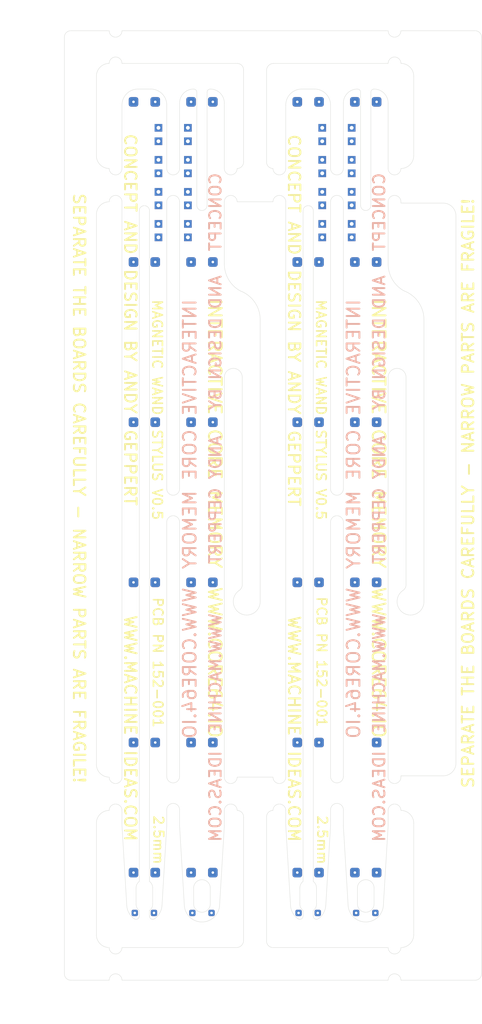
<source format=kicad_pcb>
(kicad_pcb (version 20171130) (host pcbnew "(5.1.2-1)-1")

  (general
    (thickness 1.6)
    (drawings 302)
    (tracks 0)
    (zones 0)
    (modules 89)
    (nets 1)
  )

  (page A4)
  (layers
    (0 F.Cu signal)
    (31 B.Cu signal)
    (32 B.Adhes user hide)
    (33 F.Adhes user hide)
    (34 B.Paste user hide)
    (35 F.Paste user hide)
    (36 B.SilkS user)
    (37 F.SilkS user)
    (38 B.Mask user)
    (39 F.Mask user)
    (40 Dwgs.User user)
    (41 Cmts.User user hide)
    (42 Eco1.User user hide)
    (43 Eco2.User user hide)
    (44 Edge.Cuts user)
    (45 Margin user hide)
    (46 B.CrtYd user)
    (47 F.CrtYd user)
    (48 B.Fab user hide)
    (49 F.Fab user hide)
  )

  (setup
    (last_trace_width 0.25)
    (trace_clearance 0.2)
    (zone_clearance 0.508)
    (zone_45_only no)
    (trace_min 0.2)
    (via_size 0.8)
    (via_drill 0.4)
    (via_min_size 0.4)
    (via_min_drill 0.3)
    (uvia_size 0.3)
    (uvia_drill 0.1)
    (uvias_allowed no)
    (uvia_min_size 0.2)
    (uvia_min_drill 0.1)
    (edge_width 0.05)
    (segment_width 0.2)
    (pcb_text_width 0.3)
    (pcb_text_size 1.5 1.5)
    (mod_edge_width 0.12)
    (mod_text_size 1 1)
    (mod_text_width 0.15)
    (pad_size 1.524 1.524)
    (pad_drill 0.762)
    (pad_to_mask_clearance 0.051)
    (solder_mask_min_width 0.25)
    (aux_axis_origin 0 0)
    (grid_origin 33.5 25)
    (visible_elements FFFFEF7F)
    (pcbplotparams
      (layerselection 0x010f0_ffffffff)
      (usegerberextensions false)
      (usegerberattributes false)
      (usegerberadvancedattributes false)
      (creategerberjobfile false)
      (excludeedgelayer true)
      (linewidth 0.100000)
      (plotframeref false)
      (viasonmask false)
      (mode 1)
      (useauxorigin false)
      (hpglpennumber 1)
      (hpglpenspeed 20)
      (hpglpendiameter 15.000000)
      (psnegative false)
      (psa4output false)
      (plotreference true)
      (plotvalue true)
      (plotinvisibletext false)
      (padsonsilk false)
      (subtractmaskfromsilk false)
      (outputformat 1)
      (mirror false)
      (drillshape 0)
      (scaleselection 1)
      (outputdirectory "Core64_Stylus_v0.5_Gerbers/"))
  )

  (net 0 "")

  (net_class Default "This is the default net class."
    (clearance 0.2)
    (trace_width 0.25)
    (via_dia 0.8)
    (via_drill 0.4)
    (uvia_dia 0.3)
    (uvia_drill 0.1)
  )

  (module TestPoint:TestPoint_Pad_1.5x1.5mm_no_silk_screen (layer F.Cu) (tedit 6050E770) (tstamp 62AE61F9)
    (at 51.8 127)
    (descr "SMD rectangular pad as test Point, square 1.5mm side length")
    (tags "test point SMD pad rectangle square")
    (attr virtual)
    (fp_text reference REF** (at 0 -1.648) (layer F.SilkS) hide
      (effects (font (size 1 1) (thickness 0.15)))
    )
    (fp_text value TestPoint_Pad_1.5x1.5mm_no_silk_screen (at 0 1.75) (layer F.Fab)
      (effects (font (size 1 1) (thickness 0.15)))
    )
    (fp_text user %R (at 0 -1.65) (layer F.Fab)
      (effects (font (size 1 1) (thickness 0.15)))
    )
    (fp_line (start -0.762 -0.762) (end 0.762 -0.762) (layer F.CrtYd) (width 0.05))
    (fp_line (start -0.762 -0.762) (end -0.762 0.7366) (layer F.CrtYd) (width 0.05))
    (fp_line (start 0.762 0.7366) (end 0.762 -0.762) (layer F.CrtYd) (width 0.05))
    (fp_line (start 0.762 0.7366) (end -0.762 0.7366) (layer F.CrtYd) (width 0.05))
    (pad 1 thru_hole roundrect (at 0 0) (size 1.5 1.5) (drill 0.4) (layers *.Cu *.Mask) (roundrect_rratio 0.25))
  )

  (module Panelization:mouse-bite-3mm-slot-setback (layer F.Cu) (tedit 62ABF334) (tstamp 62AFEC96)
    (at 63.6 161.55 270)
    (fp_text reference mouse-bite-3mm-slot (at 0 -2.032 90) (layer F.SilkS) hide
      (effects (font (size 1 1) (thickness 0.2)))
    )
    (fp_text value VAL** (at 0 2.032 90) (layer F.SilkS) hide
      (effects (font (size 1 1) (thickness 0.2)))
    )
    (fp_arc (start -2.512 0) (end -2.512 -1) (angle 180) (layer Eco2.User) (width 0.1))
    (fp_arc (start 2.512 0) (end 2.512 1) (angle 180) (layer Eco2.User) (width 0.1))
    (fp_circle (center 2.5 0) (end 2.56 0) (layer Dwgs.User) (width 0.05))
    (fp_circle (center -2.5 0) (end -2.5 -0.06) (layer Dwgs.User) (width 0.05))
    (fp_line (start -2.512 0) (end -2.512 0) (layer Eco1.User) (width 2))
    (fp_line (start 2.512 0) (end 2.512 0) (layer Eco1.User) (width 2))
    (pad "" np_thru_hole circle (at -0.762 -1 270) (size 0.5 0.5) (drill 0.5) (layers *.Cu *.Mask))
    (pad "" np_thru_hole circle (at -0.762 1 270) (size 0.5 0.5) (drill 0.5) (layers *.Cu *.Mask))
    (pad "" np_thru_hole circle (at -0.012 -1 270) (size 0.5 0.5) (drill 0.5) (layers *.Cu *.Mask))
    (pad "" np_thru_hole circle (at -1.512 -1 270) (size 0.5 0.5) (drill 0.5) (layers *.Cu *.Mask))
    (pad "" np_thru_hole circle (at -1.512 1 270) (size 0.5 0.5) (drill 0.5) (layers *.Cu *.Mask))
    (pad "" np_thru_hole circle (at -0.012 1 270) (size 0.5 0.5) (drill 0.5) (layers *.Cu *.Mask))
    (pad "" np_thru_hole circle (at 0.762 1 270) (size 0.5 0.5) (drill 0.5) (layers *.Cu *.Mask))
    (pad "" np_thru_hole circle (at 0.762 -1 270) (size 0.5 0.5) (drill 0.5) (layers *.Cu *.Mask))
    (pad "" np_thru_hole circle (at 1.524 -1 270) (size 0.5 0.5) (drill 0.5) (layers *.Cu *.Mask))
    (pad "" np_thru_hole circle (at 1.524 1 270) (size 0.5 0.5) (drill 0.5) (layers *.Cu *.Mask))
  )

  (module Panelization:mouse-bite-3mm-slot-setback (layer B.Cu) (tedit 62ABF334) (tstamp 62AFEB84)
    (at 20 161.55 270)
    (fp_text reference mouse-bite-3mm-slot (at 0 2.032 270) (layer B.SilkS) hide
      (effects (font (size 1 1) (thickness 0.2)) (justify mirror))
    )
    (fp_text value VAL** (at 0 -2.032 270) (layer B.SilkS) hide
      (effects (font (size 1 1) (thickness 0.2)) (justify mirror))
    )
    (fp_line (start 2.512 0) (end 2.512 0) (layer Eco1.User) (width 2))
    (fp_line (start -2.512 0) (end -2.512 0) (layer Eco1.User) (width 2))
    (fp_circle (center -2.5 0) (end -2.5 0.06) (layer Dwgs.User) (width 0.05))
    (fp_circle (center 2.5 0) (end 2.56 0) (layer Dwgs.User) (width 0.05))
    (fp_arc (start 2.512 0) (end 2.512 -1) (angle -180) (layer Eco2.User) (width 0.1))
    (fp_arc (start -2.512 0) (end -2.512 1) (angle -180) (layer Eco2.User) (width 0.1))
    (pad "" np_thru_hole circle (at 1.524 -1 270) (size 0.5 0.5) (drill 0.5) (layers *.Cu *.Mask))
    (pad "" np_thru_hole circle (at 1.524 1 270) (size 0.5 0.5) (drill 0.5) (layers *.Cu *.Mask))
    (pad "" np_thru_hole circle (at 0.762 1 270) (size 0.5 0.5) (drill 0.5) (layers *.Cu *.Mask))
    (pad "" np_thru_hole circle (at 0.762 -1 270) (size 0.5 0.5) (drill 0.5) (layers *.Cu *.Mask))
    (pad "" np_thru_hole circle (at -0.012 -1 270) (size 0.5 0.5) (drill 0.5) (layers *.Cu *.Mask))
    (pad "" np_thru_hole circle (at -1.512 -1 270) (size 0.5 0.5) (drill 0.5) (layers *.Cu *.Mask))
    (pad "" np_thru_hole circle (at -1.512 1 270) (size 0.5 0.5) (drill 0.5) (layers *.Cu *.Mask))
    (pad "" np_thru_hole circle (at -0.012 1 270) (size 0.5 0.5) (drill 0.5) (layers *.Cu *.Mask))
    (pad "" np_thru_hole circle (at -0.762 -1 270) (size 0.5 0.5) (drill 0.5) (layers *.Cu *.Mask))
    (pad "" np_thru_hole circle (at -0.762 1 270) (size 0.5 0.5) (drill 0.5) (layers *.Cu *.Mask))
  )

  (module Panelization:mouse-bite-3mm-slot-setback (layer F.Cu) (tedit 62ABF334) (tstamp 62AFEAC5)
    (at 63.6 18.45 90)
    (fp_text reference mouse-bite-3mm-slot (at 0 -2.032 90) (layer F.SilkS) hide
      (effects (font (size 1 1) (thickness 0.2)))
    )
    (fp_text value VAL** (at 0 2.032 90) (layer F.SilkS) hide
      (effects (font (size 1 1) (thickness 0.2)))
    )
    (fp_line (start 2.512 0) (end 2.512 0) (layer Eco1.User) (width 2))
    (fp_line (start -2.512 0) (end -2.512 0) (layer Eco1.User) (width 2))
    (fp_circle (center -2.5 0) (end -2.5 -0.06) (layer Dwgs.User) (width 0.05))
    (fp_circle (center 2.5 0) (end 2.56 0) (layer Dwgs.User) (width 0.05))
    (fp_arc (start 2.512 0) (end 2.512 1) (angle 180) (layer Eco2.User) (width 0.1))
    (fp_arc (start -2.512 0) (end -2.512 -1) (angle 180) (layer Eco2.User) (width 0.1))
    (pad "" np_thru_hole circle (at 1.524 1 90) (size 0.5 0.5) (drill 0.5) (layers *.Cu *.Mask))
    (pad "" np_thru_hole circle (at 1.524 -1 90) (size 0.5 0.5) (drill 0.5) (layers *.Cu *.Mask))
    (pad "" np_thru_hole circle (at 0.762 -1 90) (size 0.5 0.5) (drill 0.5) (layers *.Cu *.Mask))
    (pad "" np_thru_hole circle (at 0.762 1 90) (size 0.5 0.5) (drill 0.5) (layers *.Cu *.Mask))
    (pad "" np_thru_hole circle (at -0.012 1 90) (size 0.5 0.5) (drill 0.5) (layers *.Cu *.Mask))
    (pad "" np_thru_hole circle (at -1.512 1 90) (size 0.5 0.5) (drill 0.5) (layers *.Cu *.Mask))
    (pad "" np_thru_hole circle (at -1.512 -1 90) (size 0.5 0.5) (drill 0.5) (layers *.Cu *.Mask))
    (pad "" np_thru_hole circle (at -0.012 -1 90) (size 0.5 0.5) (drill 0.5) (layers *.Cu *.Mask))
    (pad "" np_thru_hole circle (at -0.762 1 90) (size 0.5 0.5) (drill 0.5) (layers *.Cu *.Mask))
    (pad "" np_thru_hole circle (at -0.762 -1 90) (size 0.5 0.5) (drill 0.5) (layers *.Cu *.Mask))
  )

  (module Panelization:mouse-bite-3mm-slot-setback (layer F.Cu) (tedit 62ABF334) (tstamp 62AFEA79)
    (at 20 135 90)
    (fp_text reference mouse-bite-3mm-slot (at 0 -2.032 90) (layer F.SilkS) hide
      (effects (font (size 1 1) (thickness 0.2)))
    )
    (fp_text value VAL** (at 0 2.032 90) (layer F.SilkS) hide
      (effects (font (size 1 1) (thickness 0.2)))
    )
    (fp_arc (start -2.512 0) (end -2.512 -1) (angle 180) (layer Eco2.User) (width 0.1))
    (fp_arc (start 2.512 0) (end 2.512 1) (angle 180) (layer Eco2.User) (width 0.1))
    (fp_circle (center 2.5 0) (end 2.56 0) (layer Dwgs.User) (width 0.05))
    (fp_circle (center -2.5 0) (end -2.5 -0.06) (layer Dwgs.User) (width 0.05))
    (fp_line (start -2.512 0) (end -2.512 0) (layer Eco1.User) (width 2))
    (fp_line (start 2.512 0) (end 2.512 0) (layer Eco1.User) (width 2))
    (pad "" np_thru_hole circle (at -0.762 -1 90) (size 0.5 0.5) (drill 0.5) (layers *.Cu *.Mask))
    (pad "" np_thru_hole circle (at -0.762 1 90) (size 0.5 0.5) (drill 0.5) (layers *.Cu *.Mask))
    (pad "" np_thru_hole circle (at -0.012 -1 90) (size 0.5 0.5) (drill 0.5) (layers *.Cu *.Mask))
    (pad "" np_thru_hole circle (at -1.512 -1 90) (size 0.5 0.5) (drill 0.5) (layers *.Cu *.Mask))
    (pad "" np_thru_hole circle (at -1.512 1 90) (size 0.5 0.5) (drill 0.5) (layers *.Cu *.Mask))
    (pad "" np_thru_hole circle (at -0.012 1 90) (size 0.5 0.5) (drill 0.5) (layers *.Cu *.Mask))
    (pad "" np_thru_hole circle (at 0.762 1 90) (size 0.5 0.5) (drill 0.5) (layers *.Cu *.Mask))
    (pad "" np_thru_hole circle (at 0.762 -1 90) (size 0.5 0.5) (drill 0.5) (layers *.Cu *.Mask))
    (pad "" np_thru_hole circle (at 1.524 -1 90) (size 0.5 0.5) (drill 0.5) (layers *.Cu *.Mask))
    (pad "" np_thru_hole circle (at 1.524 1 90) (size 0.5 0.5) (drill 0.5) (layers *.Cu *.Mask))
  )

  (module Panelization:mouse-bite-3mm-slot-setback (layer F.Cu) (tedit 62ABF334) (tstamp 62AE6494)
    (at 54.6 90 90)
    (fp_text reference mouse-bite-3mm-slot (at 0 -2.032 90) (layer F.SilkS) hide
      (effects (font (size 1 1) (thickness 0.2)))
    )
    (fp_text value VAL** (at 0 2.032 90) (layer F.SilkS) hide
      (effects (font (size 1 1) (thickness 0.2)))
    )
    (fp_line (start 2.512 0) (end 2.512 0) (layer Eco1.User) (width 2))
    (fp_line (start -2.512 0) (end -2.512 0) (layer Eco1.User) (width 2))
    (fp_circle (center -2.5 0) (end -2.5 -0.06) (layer Dwgs.User) (width 0.05))
    (fp_circle (center 2.5 0) (end 2.56 0) (layer Dwgs.User) (width 0.05))
    (fp_arc (start 2.512 0) (end 2.512 1) (angle 180) (layer Eco2.User) (width 0.1))
    (fp_arc (start -2.512 0) (end -2.512 -1) (angle 180) (layer Eco2.User) (width 0.1))
    (pad "" np_thru_hole circle (at 1.524 1 90) (size 0.5 0.5) (drill 0.5) (layers *.Cu *.Mask))
    (pad "" np_thru_hole circle (at 1.524 -1 90) (size 0.5 0.5) (drill 0.5) (layers *.Cu *.Mask))
    (pad "" np_thru_hole circle (at 0.762 -1 90) (size 0.5 0.5) (drill 0.5) (layers *.Cu *.Mask))
    (pad "" np_thru_hole circle (at 0.762 1 90) (size 0.5 0.5) (drill 0.5) (layers *.Cu *.Mask))
    (pad "" np_thru_hole circle (at -0.012 1 90) (size 0.5 0.5) (drill 0.5) (layers *.Cu *.Mask))
    (pad "" np_thru_hole circle (at -1.512 1 90) (size 0.5 0.5) (drill 0.5) (layers *.Cu *.Mask))
    (pad "" np_thru_hole circle (at -1.512 -1 90) (size 0.5 0.5) (drill 0.5) (layers *.Cu *.Mask))
    (pad "" np_thru_hole circle (at -0.012 -1 90) (size 0.5 0.5) (drill 0.5) (layers *.Cu *.Mask))
    (pad "" np_thru_hole circle (at -0.762 1 90) (size 0.5 0.5) (drill 0.5) (layers *.Cu *.Mask))
    (pad "" np_thru_hole circle (at -0.762 -1 90) (size 0.5 0.5) (drill 0.5) (layers *.Cu *.Mask))
  )

  (module Panelization:mouse-bite-3mm-slot-setback (layer F.Cu) (tedit 62ABF334) (tstamp 62AE63E9)
    (at 54.6 134.9 90)
    (fp_text reference mouse-bite-3mm-slot (at 0 -2.032 90) (layer F.SilkS) hide
      (effects (font (size 1 1) (thickness 0.2)))
    )
    (fp_text value VAL** (at 0 2.032 90) (layer F.SilkS) hide
      (effects (font (size 1 1) (thickness 0.2)))
    )
    (fp_line (start 2.512 0) (end 2.512 0) (layer Eco1.User) (width 2))
    (fp_line (start -2.512 0) (end -2.512 0) (layer Eco1.User) (width 2))
    (fp_circle (center -2.5 0) (end -2.5 -0.06) (layer Dwgs.User) (width 0.05))
    (fp_circle (center 2.5 0) (end 2.56 0) (layer Dwgs.User) (width 0.05))
    (fp_arc (start 2.512 0) (end 2.512 1) (angle 180) (layer Eco2.User) (width 0.1))
    (fp_arc (start -2.512 0) (end -2.512 -1) (angle 180) (layer Eco2.User) (width 0.1))
    (pad "" np_thru_hole circle (at 1.524 1 90) (size 0.5 0.5) (drill 0.5) (layers *.Cu *.Mask))
    (pad "" np_thru_hole circle (at 1.524 -1 90) (size 0.5 0.5) (drill 0.5) (layers *.Cu *.Mask))
    (pad "" np_thru_hole circle (at 0.762 -1 90) (size 0.5 0.5) (drill 0.5) (layers *.Cu *.Mask))
    (pad "" np_thru_hole circle (at 0.762 1 90) (size 0.5 0.5) (drill 0.5) (layers *.Cu *.Mask))
    (pad "" np_thru_hole circle (at -0.012 1 90) (size 0.5 0.5) (drill 0.5) (layers *.Cu *.Mask))
    (pad "" np_thru_hole circle (at -1.512 1 90) (size 0.5 0.5) (drill 0.5) (layers *.Cu *.Mask))
    (pad "" np_thru_hole circle (at -1.512 -1 90) (size 0.5 0.5) (drill 0.5) (layers *.Cu *.Mask))
    (pad "" np_thru_hole circle (at -0.012 -1 90) (size 0.5 0.5) (drill 0.5) (layers *.Cu *.Mask))
    (pad "" np_thru_hole circle (at -0.762 1 90) (size 0.5 0.5) (drill 0.5) (layers *.Cu *.Mask))
    (pad "" np_thru_hole circle (at -0.762 -1 90) (size 0.5 0.5) (drill 0.5) (layers *.Cu *.Mask))
  )

  (module TestPoint:TestPoint_Pad_1.5x1.5mm_no_silk_screen (layer F.Cu) (tedit 6050E770) (tstamp 62AE638E)
    (at 48.4 127)
    (descr "SMD rectangular pad as test Point, square 1.5mm side length")
    (tags "test point SMD pad rectangle square")
    (attr virtual)
    (fp_text reference REF** (at 0 -1.648) (layer F.SilkS) hide
      (effects (font (size 1 1) (thickness 0.15)))
    )
    (fp_text value TestPoint_Pad_1.5x1.5mm_no_silk_screen (at 0 1.75) (layer F.Fab)
      (effects (font (size 1 1) (thickness 0.15)))
    )
    (fp_text user %R (at 0 -1.65) (layer F.Fab)
      (effects (font (size 1 1) (thickness 0.15)))
    )
    (fp_line (start -0.762 -0.762) (end 0.762 -0.762) (layer F.CrtYd) (width 0.05))
    (fp_line (start -0.762 -0.762) (end -0.762 0.7366) (layer F.CrtYd) (width 0.05))
    (fp_line (start 0.762 0.7366) (end 0.762 -0.762) (layer F.CrtYd) (width 0.05))
    (fp_line (start 0.762 0.7366) (end -0.762 0.7366) (layer F.CrtYd) (width 0.05))
    (pad 1 thru_hole roundrect (at 0 0) (size 1.5 1.5) (drill 0.4) (layers *.Cu *.Mask) (roundrect_rratio 0.25))
  )

  (module TestPoint:TestPoint_Pad_1.5x1.5mm_no_silk_screen (layer F.Cu) (tedit 6050E770) (tstamp 62AE633D)
    (at 48.4 147.3)
    (descr "SMD rectangular pad as test Point, square 1.5mm side length")
    (tags "test point SMD pad rectangle square")
    (attr virtual)
    (fp_text reference REF** (at 0 -1.648) (layer F.SilkS) hide
      (effects (font (size 1 1) (thickness 0.15)))
    )
    (fp_text value TestPoint_Pad_1.5x1.5mm_no_silk_screen (at 0 1.75) (layer F.Fab)
      (effects (font (size 1 1) (thickness 0.15)))
    )
    (fp_text user %R (at 0 -1.65) (layer F.Fab)
      (effects (font (size 1 1) (thickness 0.15)))
    )
    (fp_line (start -0.762 -0.762) (end 0.762 -0.762) (layer F.CrtYd) (width 0.05))
    (fp_line (start -0.762 -0.762) (end -0.762 0.7366) (layer F.CrtYd) (width 0.05))
    (fp_line (start 0.762 0.7366) (end 0.762 -0.762) (layer F.CrtYd) (width 0.05))
    (fp_line (start 0.762 0.7366) (end -0.762 0.7366) (layer F.CrtYd) (width 0.05))
    (pad 1 thru_hole roundrect (at 0 0) (size 1.5 1.5) (drill 0.4) (layers *.Cu *.Mask) (roundrect_rratio 0.25))
  )

  (module TestPoint:TestPoint_Pad_1.5x1.5mm_no_silk_screen (layer F.Cu) (tedit 6050E770) (tstamp 62AE62EC)
    (at 51.8 52)
    (descr "SMD rectangular pad as test Point, square 1.5mm side length")
    (tags "test point SMD pad rectangle square")
    (attr virtual)
    (fp_text reference REF** (at 0 -1.648) (layer F.SilkS) hide
      (effects (font (size 1 1) (thickness 0.15)))
    )
    (fp_text value TestPoint_Pad_1.5x1.5mm_no_silk_screen (at 0 1.75) (layer F.Fab)
      (effects (font (size 1 1) (thickness 0.15)))
    )
    (fp_text user %R (at 0 -1.65) (layer F.Fab)
      (effects (font (size 1 1) (thickness 0.15)))
    )
    (fp_line (start -0.762 -0.762) (end 0.762 -0.762) (layer F.CrtYd) (width 0.05))
    (fp_line (start -0.762 -0.762) (end -0.762 0.7366) (layer F.CrtYd) (width 0.05))
    (fp_line (start 0.762 0.7366) (end 0.762 -0.762) (layer F.CrtYd) (width 0.05))
    (fp_line (start 0.762 0.7366) (end -0.762 0.7366) (layer F.CrtYd) (width 0.05))
    (pad 1 thru_hole roundrect (at 0 0) (size 1.5 1.5) (drill 0.4) (layers *.Cu *.Mask) (roundrect_rratio 0.25))
  )

  (module TestPoint:TestPoint_Pad_1.5x1.5mm_no_silk_screen (layer F.Cu) (tedit 6050E770) (tstamp 62AE629B)
    (at 51.8 77)
    (descr "SMD rectangular pad as test Point, square 1.5mm side length")
    (tags "test point SMD pad rectangle square")
    (attr virtual)
    (fp_text reference REF** (at 0 -1.648) (layer F.SilkS) hide
      (effects (font (size 1 1) (thickness 0.15)))
    )
    (fp_text value TestPoint_Pad_1.5x1.5mm_no_silk_screen (at 0 1.75) (layer F.Fab)
      (effects (font (size 1 1) (thickness 0.15)))
    )
    (fp_text user %R (at 0 -1.65) (layer F.Fab)
      (effects (font (size 1 1) (thickness 0.15)))
    )
    (fp_line (start -0.762 -0.762) (end 0.762 -0.762) (layer F.CrtYd) (width 0.05))
    (fp_line (start -0.762 -0.762) (end -0.762 0.7366) (layer F.CrtYd) (width 0.05))
    (fp_line (start 0.762 0.7366) (end 0.762 -0.762) (layer F.CrtYd) (width 0.05))
    (fp_line (start 0.762 0.7366) (end -0.762 0.7366) (layer F.CrtYd) (width 0.05))
    (pad 1 thru_hole roundrect (at 0 0) (size 1.5 1.5) (drill 0.4) (layers *.Cu *.Mask) (roundrect_rratio 0.25))
  )

  (module TestPoint:TestPoint_Pad_1.5x1.5mm_no_silk_screen (layer F.Cu) (tedit 6050E770) (tstamp 62AE624A)
    (at 51.8 102)
    (descr "SMD rectangular pad as test Point, square 1.5mm side length")
    (tags "test point SMD pad rectangle square")
    (attr virtual)
    (fp_text reference REF** (at 0 -1.648) (layer F.SilkS) hide
      (effects (font (size 1 1) (thickness 0.15)))
    )
    (fp_text value TestPoint_Pad_1.5x1.5mm_no_silk_screen (at 0 1.75) (layer F.Fab)
      (effects (font (size 1 1) (thickness 0.15)))
    )
    (fp_text user %R (at 0 -1.65) (layer F.Fab)
      (effects (font (size 1 1) (thickness 0.15)))
    )
    (fp_line (start -0.762 -0.762) (end 0.762 -0.762) (layer F.CrtYd) (width 0.05))
    (fp_line (start -0.762 -0.762) (end -0.762 0.7366) (layer F.CrtYd) (width 0.05))
    (fp_line (start 0.762 0.7366) (end 0.762 -0.762) (layer F.CrtYd) (width 0.05))
    (fp_line (start 0.762 0.7366) (end -0.762 0.7366) (layer F.CrtYd) (width 0.05))
    (pad 1 thru_hole roundrect (at 0 0) (size 1.5 1.5) (drill 0.4) (layers *.Cu *.Mask) (roundrect_rratio 0.25))
  )

  (module TestPoint:TestPoint_Pad_1.5x1.5mm_no_silk_screen (layer F.Cu) (tedit 6050E770) (tstamp 62AE61A8)
    (at 51.8 147.3)
    (descr "SMD rectangular pad as test Point, square 1.5mm side length")
    (tags "test point SMD pad rectangle square")
    (attr virtual)
    (fp_text reference REF** (at 0 -1.648) (layer F.SilkS) hide
      (effects (font (size 1 1) (thickness 0.15)))
    )
    (fp_text value TestPoint_Pad_1.5x1.5mm_no_silk_screen (at 0 1.75) (layer F.Fab)
      (effects (font (size 1 1) (thickness 0.15)))
    )
    (fp_text user %R (at 0 -1.65) (layer F.Fab)
      (effects (font (size 1 1) (thickness 0.15)))
    )
    (fp_line (start -0.762 -0.762) (end 0.762 -0.762) (layer F.CrtYd) (width 0.05))
    (fp_line (start -0.762 -0.762) (end -0.762 0.7366) (layer F.CrtYd) (width 0.05))
    (fp_line (start 0.762 0.7366) (end 0.762 -0.762) (layer F.CrtYd) (width 0.05))
    (fp_line (start 0.762 0.7366) (end -0.762 0.7366) (layer F.CrtYd) (width 0.05))
    (pad 1 thru_hole roundrect (at 0 0) (size 1.5 1.5) (drill 0.4) (layers *.Cu *.Mask) (roundrect_rratio 0.25))
  )

  (module TestPoint:TestPoint_Pad_1.5x1.5mm_no_silk_screen (layer F.Cu) (tedit 6050E770) (tstamp 62AFE784)
    (at 48.4 27)
    (descr "SMD rectangular pad as test Point, square 1.5mm side length")
    (tags "test point SMD pad rectangle square")
    (attr virtual)
    (fp_text reference REF** (at 0 -1.648) (layer F.SilkS) hide
      (effects (font (size 1 1) (thickness 0.15)))
    )
    (fp_text value TestPoint_Pad_1.5x1.5mm_no_silk_screen (at 0 1.75) (layer F.Fab)
      (effects (font (size 1 1) (thickness 0.15)))
    )
    (fp_text user %R (at 0 -1.65) (layer F.Fab)
      (effects (font (size 1 1) (thickness 0.15)))
    )
    (fp_line (start -0.762 -0.762) (end 0.762 -0.762) (layer F.CrtYd) (width 0.05))
    (fp_line (start -0.762 -0.762) (end -0.762 0.7366) (layer F.CrtYd) (width 0.05))
    (fp_line (start 0.762 0.7366) (end 0.762 -0.762) (layer F.CrtYd) (width 0.05))
    (fp_line (start 0.762 0.7366) (end -0.762 0.7366) (layer F.CrtYd) (width 0.05))
    (pad 1 thru_hole roundrect (at 0 0) (size 1.5 1.5) (drill 0.4) (layers *.Cu *.Mask) (roundrect_rratio 0.25))
  )

  (module TestPoint:TestPoint_Pad_1.5x1.5mm_no_silk_screen (layer F.Cu) (tedit 6050E770) (tstamp 62AFE79F)
    (at 51.8 27)
    (descr "SMD rectangular pad as test Point, square 1.5mm side length")
    (tags "test point SMD pad rectangle square")
    (attr virtual)
    (fp_text reference REF** (at 0 -1.648) (layer F.SilkS) hide
      (effects (font (size 1 1) (thickness 0.15)))
    )
    (fp_text value TestPoint_Pad_1.5x1.5mm_no_silk_screen (at 0 1.75) (layer F.Fab)
      (effects (font (size 1 1) (thickness 0.15)))
    )
    (fp_text user %R (at 0 -1.65) (layer F.Fab)
      (effects (font (size 1 1) (thickness 0.15)))
    )
    (fp_line (start -0.762 -0.762) (end 0.762 -0.762) (layer F.CrtYd) (width 0.05))
    (fp_line (start -0.762 -0.762) (end -0.762 0.7366) (layer F.CrtYd) (width 0.05))
    (fp_line (start 0.762 0.7366) (end 0.762 -0.762) (layer F.CrtYd) (width 0.05))
    (fp_line (start 0.762 0.7366) (end -0.762 0.7366) (layer F.CrtYd) (width 0.05))
    (pad 1 thru_hole roundrect (at 0 0) (size 1.5 1.5) (drill 0.4) (layers *.Cu *.Mask) (roundrect_rratio 0.25))
  )

  (module TestPoint:TestPoint_Pad_1.0x1.0mm_no_silk_screen (layer F.Cu) (tedit 6050E7D9) (tstamp 62AE60B5)
    (at 57.6 153.6)
    (descr "SMD rectangular pad as test Point, square 1.5mm side length")
    (tags "test point SMD pad rectangle square")
    (attr virtual)
    (fp_text reference REF** (at 0 -1.648) (layer F.SilkS) hide
      (effects (font (size 1 1) (thickness 0.15)))
    )
    (fp_text value TestPoint_Pad_1.0x1.0mm_no_silk_screen (at 0 1.75) (layer F.Fab)
      (effects (font (size 1 1) (thickness 0.15)))
    )
    (fp_text user %R (at 0 -1.65) (layer F.Fab)
      (effects (font (size 1 1) (thickness 0.15)))
    )
    (fp_line (start -0.508 -0.508) (end 0.508 -0.508) (layer F.CrtYd) (width 0.05))
    (fp_line (start -0.508 -0.508) (end -0.508 0.508) (layer F.CrtYd) (width 0.05))
    (fp_line (start 0.508 0.508) (end 0.508 -0.508) (layer F.CrtYd) (width 0.05))
    (fp_line (start 0.508 0.508) (end -0.508 0.508) (layer F.CrtYd) (width 0.05))
    (pad 1 thru_hole roundrect (at 0 0) (size 1 1) (drill 0.4) (layers *.Cu *.Mask) (roundrect_rratio 0.25))
  )

  (module TestPoint:TestPoint_Pad_1.0x1.0mm_no_silk_screen (layer F.Cu) (tedit 6050E7D9) (tstamp 62AE6064)
    (at 60.6 153.6)
    (descr "SMD rectangular pad as test Point, square 1.5mm side length")
    (tags "test point SMD pad rectangle square")
    (attr virtual)
    (fp_text reference REF** (at 0 -1.648) (layer F.SilkS) hide
      (effects (font (size 1 1) (thickness 0.15)))
    )
    (fp_text value TestPoint_Pad_1.0x1.0mm_no_silk_screen (at 0 1.75) (layer F.Fab)
      (effects (font (size 1 1) (thickness 0.15)))
    )
    (fp_text user %R (at 0 -1.65) (layer F.Fab)
      (effects (font (size 1 1) (thickness 0.15)))
    )
    (fp_line (start -0.508 -0.508) (end 0.508 -0.508) (layer F.CrtYd) (width 0.05))
    (fp_line (start -0.508 -0.508) (end -0.508 0.508) (layer F.CrtYd) (width 0.05))
    (fp_line (start 0.508 0.508) (end 0.508 -0.508) (layer F.CrtYd) (width 0.05))
    (fp_line (start 0.508 0.508) (end -0.508 0.508) (layer F.CrtYd) (width 0.05))
    (pad 1 thru_hole roundrect (at 0 0) (size 1 1) (drill 0.4) (layers *.Cu *.Mask) (roundrect_rratio 0.25))
  )

  (module TestPoint:TestPoint_Pad_1.0x1.0mm_no_silk_screen (layer F.Cu) (tedit 6050E7D9) (tstamp 62AE6013)
    (at 48.6 153.6)
    (descr "SMD rectangular pad as test Point, square 1.5mm side length")
    (tags "test point SMD pad rectangle square")
    (attr virtual)
    (fp_text reference REF** (at 0 -1.648) (layer F.SilkS) hide
      (effects (font (size 1 1) (thickness 0.15)))
    )
    (fp_text value TestPoint_Pad_1.0x1.0mm_no_silk_screen (at 0 1.75) (layer F.Fab)
      (effects (font (size 1 1) (thickness 0.15)))
    )
    (fp_text user %R (at 0 -1.65) (layer F.Fab)
      (effects (font (size 1 1) (thickness 0.15)))
    )
    (fp_line (start -0.508 -0.508) (end 0.508 -0.508) (layer F.CrtYd) (width 0.05))
    (fp_line (start -0.508 -0.508) (end -0.508 0.508) (layer F.CrtYd) (width 0.05))
    (fp_line (start 0.508 0.508) (end 0.508 -0.508) (layer F.CrtYd) (width 0.05))
    (fp_line (start 0.508 0.508) (end -0.508 0.508) (layer F.CrtYd) (width 0.05))
    (pad 1 thru_hole roundrect (at 0 0) (size 1 1) (drill 0.4) (layers *.Cu *.Mask) (roundrect_rratio 0.25))
  )

  (module TestPoint:TestPoint_Pad_1.0x1.0mm_no_silk_screen (layer F.Cu) (tedit 6050E7D9) (tstamp 62AE5FC2)
    (at 51.6 153.6)
    (descr "SMD rectangular pad as test Point, square 1.5mm side length")
    (tags "test point SMD pad rectangle square")
    (attr virtual)
    (fp_text reference REF** (at 0 -1.648) (layer F.SilkS) hide
      (effects (font (size 1 1) (thickness 0.15)))
    )
    (fp_text value TestPoint_Pad_1.0x1.0mm_no_silk_screen (at 0 1.75) (layer F.Fab)
      (effects (font (size 1 1) (thickness 0.15)))
    )
    (fp_text user %R (at 0 -1.65) (layer F.Fab)
      (effects (font (size 1 1) (thickness 0.15)))
    )
    (fp_line (start -0.508 -0.508) (end 0.508 -0.508) (layer F.CrtYd) (width 0.05))
    (fp_line (start -0.508 -0.508) (end -0.508 0.508) (layer F.CrtYd) (width 0.05))
    (fp_line (start 0.508 0.508) (end 0.508 -0.508) (layer F.CrtYd) (width 0.05))
    (fp_line (start 0.508 0.508) (end -0.508 0.508) (layer F.CrtYd) (width 0.05))
    (pad 1 thru_hole roundrect (at 0 0) (size 1 1) (drill 0.4) (layers *.Cu *.Mask) (roundrect_rratio 0.25))
  )

  (module Digikey:0805 (layer F.Cu) (tedit 6063DABD) (tstamp 62AE5F41)
    (at 52.3 47.1 90)
    (fp_text reference REF** (at 0 -1.84 90) (layer Dwgs.User) hide
      (effects (font (size 1 1) (thickness 0.15)))
    )
    (fp_text value 0805 (at 0 1.95 90) (layer F.Fab)
      (effects (font (size 1 1) (thickness 0.15)))
    )
    (fp_line (start -1.9 0.93) (end 1.9 0.93) (layer F.CrtYd) (width 0.05))
    (fp_line (start -1.9 -0.93) (end 1.9 -0.93) (layer F.CrtYd) (width 0.05))
    (fp_line (start 1.9 0.93) (end 1.9 -0.93) (layer F.CrtYd) (width 0.05))
    (fp_line (start -1.9 0.93) (end -1.9 -0.93) (layer F.CrtYd) (width 0.05))
    (fp_line (start -0.32 0.8) (end 0.28 0.8) (layer Dwgs.User) (width 0.12))
    (fp_line (start -0.3 -0.8) (end 0.3 -0.8) (layer Dwgs.User) (width 0.12))
    (fp_line (start -0.95 0.68) (end 0.95 0.68) (layer F.Fab) (width 0.12))
    (fp_line (start -0.95 -0.68) (end 0.95 -0.68) (layer F.Fab) (width 0.12))
    (fp_line (start 0.95 -0.675) (end 0.95 0.675) (layer F.Fab) (width 0.12))
    (fp_line (start -0.95 -0.675) (end -0.95 0.675) (layer F.Fab) (width 0.12))
    (pad 2 thru_hole rect (at 1.05 0 90) (size 1.2 1.2) (drill 0.6) (layers *.Cu *.Mask))
    (pad 1 thru_hole rect (at -1.05 0 90) (size 1.2 1.2) (drill 0.6) (layers *.Cu *.Mask))
  )

  (module Digikey:0805 (layer F.Cu) (tedit 6063DABD) (tstamp 62AE5EBA)
    (at 52.3 42.1 90)
    (fp_text reference REF** (at 0 -1.84 90) (layer Dwgs.User) hide
      (effects (font (size 1 1) (thickness 0.15)))
    )
    (fp_text value 0805 (at 0 1.95 90) (layer F.Fab)
      (effects (font (size 1 1) (thickness 0.15)))
    )
    (fp_line (start -0.95 -0.675) (end -0.95 0.675) (layer F.Fab) (width 0.12))
    (fp_line (start 0.95 -0.675) (end 0.95 0.675) (layer F.Fab) (width 0.12))
    (fp_line (start -0.95 -0.68) (end 0.95 -0.68) (layer F.Fab) (width 0.12))
    (fp_line (start -0.95 0.68) (end 0.95 0.68) (layer F.Fab) (width 0.12))
    (fp_line (start -0.3 -0.8) (end 0.3 -0.8) (layer Dwgs.User) (width 0.12))
    (fp_line (start -0.32 0.8) (end 0.28 0.8) (layer Dwgs.User) (width 0.12))
    (fp_line (start -1.9 0.93) (end -1.9 -0.93) (layer F.CrtYd) (width 0.05))
    (fp_line (start 1.9 0.93) (end 1.9 -0.93) (layer F.CrtYd) (width 0.05))
    (fp_line (start -1.9 -0.93) (end 1.9 -0.93) (layer F.CrtYd) (width 0.05))
    (fp_line (start -1.9 0.93) (end 1.9 0.93) (layer F.CrtYd) (width 0.05))
    (pad 1 thru_hole rect (at -1.05 0 90) (size 1.2 1.2) (drill 0.6) (layers *.Cu *.Mask))
    (pad 2 thru_hole rect (at 1.05 0 90) (size 1.2 1.2) (drill 0.6) (layers *.Cu *.Mask))
  )

  (module Digikey:0805 (layer F.Cu) (tedit 6063DABD) (tstamp 62AE5E33)
    (at 52.3 37.1 90)
    (fp_text reference REF** (at 0 -1.84 90) (layer Dwgs.User) hide
      (effects (font (size 1 1) (thickness 0.15)))
    )
    (fp_text value 0805 (at 0 1.95 90) (layer F.Fab)
      (effects (font (size 1 1) (thickness 0.15)))
    )
    (fp_line (start -0.95 -0.675) (end -0.95 0.675) (layer F.Fab) (width 0.12))
    (fp_line (start 0.95 -0.675) (end 0.95 0.675) (layer F.Fab) (width 0.12))
    (fp_line (start -0.95 -0.68) (end 0.95 -0.68) (layer F.Fab) (width 0.12))
    (fp_line (start -0.95 0.68) (end 0.95 0.68) (layer F.Fab) (width 0.12))
    (fp_line (start -0.3 -0.8) (end 0.3 -0.8) (layer Dwgs.User) (width 0.12))
    (fp_line (start -0.32 0.8) (end 0.28 0.8) (layer Dwgs.User) (width 0.12))
    (fp_line (start -1.9 0.93) (end -1.9 -0.93) (layer F.CrtYd) (width 0.05))
    (fp_line (start 1.9 0.93) (end 1.9 -0.93) (layer F.CrtYd) (width 0.05))
    (fp_line (start -1.9 -0.93) (end 1.9 -0.93) (layer F.CrtYd) (width 0.05))
    (fp_line (start -1.9 0.93) (end 1.9 0.93) (layer F.CrtYd) (width 0.05))
    (pad 1 thru_hole rect (at -1.05 0 90) (size 1.2 1.2) (drill 0.6) (layers *.Cu *.Mask))
    (pad 2 thru_hole rect (at 1.05 0 90) (size 1.2 1.2) (drill 0.6) (layers *.Cu *.Mask))
  )

  (module Digikey:0805 (layer F.Cu) (tedit 6063DABD) (tstamp 62AE5DAC)
    (at 52.3 32.1 90)
    (fp_text reference REF** (at 0 -1.84 90) (layer Dwgs.User) hide
      (effects (font (size 1 1) (thickness 0.15)))
    )
    (fp_text value 0805 (at 0 1.95 90) (layer F.Fab)
      (effects (font (size 1 1) (thickness 0.15)))
    )
    (fp_line (start -0.95 -0.675) (end -0.95 0.675) (layer F.Fab) (width 0.12))
    (fp_line (start 0.95 -0.675) (end 0.95 0.675) (layer F.Fab) (width 0.12))
    (fp_line (start -0.95 -0.68) (end 0.95 -0.68) (layer F.Fab) (width 0.12))
    (fp_line (start -0.95 0.68) (end 0.95 0.68) (layer F.Fab) (width 0.12))
    (fp_line (start -0.3 -0.8) (end 0.3 -0.8) (layer Dwgs.User) (width 0.12))
    (fp_line (start -0.32 0.8) (end 0.28 0.8) (layer Dwgs.User) (width 0.12))
    (fp_line (start -1.9 0.93) (end -1.9 -0.93) (layer F.CrtYd) (width 0.05))
    (fp_line (start 1.9 0.93) (end 1.9 -0.93) (layer F.CrtYd) (width 0.05))
    (fp_line (start -1.9 -0.93) (end 1.9 -0.93) (layer F.CrtYd) (width 0.05))
    (fp_line (start -1.9 0.93) (end 1.9 0.93) (layer F.CrtYd) (width 0.05))
    (pad 1 thru_hole rect (at -1.05 0 90) (size 1.2 1.2) (drill 0.6) (layers *.Cu *.Mask))
    (pad 2 thru_hole rect (at 1.05 0 90) (size 1.2 1.2) (drill 0.6) (layers *.Cu *.Mask))
  )

  (module Digikey:0805 (layer F.Cu) (tedit 6063DABD) (tstamp 62AE5D25)
    (at 56.9 37.1 90)
    (fp_text reference REF** (at 0 -1.84 90) (layer Dwgs.User) hide
      (effects (font (size 1 1) (thickness 0.15)))
    )
    (fp_text value 0805 (at 0 1.95 90) (layer F.Fab)
      (effects (font (size 1 1) (thickness 0.15)))
    )
    (fp_line (start -1.9 0.93) (end 1.9 0.93) (layer F.CrtYd) (width 0.05))
    (fp_line (start -1.9 -0.93) (end 1.9 -0.93) (layer F.CrtYd) (width 0.05))
    (fp_line (start 1.9 0.93) (end 1.9 -0.93) (layer F.CrtYd) (width 0.05))
    (fp_line (start -1.9 0.93) (end -1.9 -0.93) (layer F.CrtYd) (width 0.05))
    (fp_line (start -0.32 0.8) (end 0.28 0.8) (layer Dwgs.User) (width 0.12))
    (fp_line (start -0.3 -0.8) (end 0.3 -0.8) (layer Dwgs.User) (width 0.12))
    (fp_line (start -0.95 0.68) (end 0.95 0.68) (layer F.Fab) (width 0.12))
    (fp_line (start -0.95 -0.68) (end 0.95 -0.68) (layer F.Fab) (width 0.12))
    (fp_line (start 0.95 -0.675) (end 0.95 0.675) (layer F.Fab) (width 0.12))
    (fp_line (start -0.95 -0.675) (end -0.95 0.675) (layer F.Fab) (width 0.12))
    (pad 2 thru_hole rect (at 1.05 0 90) (size 1.2 1.2) (drill 0.6) (layers *.Cu *.Mask))
    (pad 1 thru_hole rect (at -1.05 0 90) (size 1.2 1.2) (drill 0.6) (layers *.Cu *.Mask))
  )

  (module Digikey:0805 (layer F.Cu) (tedit 6063DABD) (tstamp 62AE5C9E)
    (at 56.9 32.1 90)
    (fp_text reference REF** (at 0 -1.84 90) (layer Dwgs.User) hide
      (effects (font (size 1 1) (thickness 0.15)))
    )
    (fp_text value 0805 (at 0 1.95 90) (layer F.Fab)
      (effects (font (size 1 1) (thickness 0.15)))
    )
    (fp_line (start -1.9 0.93) (end 1.9 0.93) (layer F.CrtYd) (width 0.05))
    (fp_line (start -1.9 -0.93) (end 1.9 -0.93) (layer F.CrtYd) (width 0.05))
    (fp_line (start 1.9 0.93) (end 1.9 -0.93) (layer F.CrtYd) (width 0.05))
    (fp_line (start -1.9 0.93) (end -1.9 -0.93) (layer F.CrtYd) (width 0.05))
    (fp_line (start -0.32 0.8) (end 0.28 0.8) (layer Dwgs.User) (width 0.12))
    (fp_line (start -0.3 -0.8) (end 0.3 -0.8) (layer Dwgs.User) (width 0.12))
    (fp_line (start -0.95 0.68) (end 0.95 0.68) (layer F.Fab) (width 0.12))
    (fp_line (start -0.95 -0.68) (end 0.95 -0.68) (layer F.Fab) (width 0.12))
    (fp_line (start 0.95 -0.675) (end 0.95 0.675) (layer F.Fab) (width 0.12))
    (fp_line (start -0.95 -0.675) (end -0.95 0.675) (layer F.Fab) (width 0.12))
    (pad 2 thru_hole rect (at 1.05 0 90) (size 1.2 1.2) (drill 0.6) (layers *.Cu *.Mask))
    (pad 1 thru_hole rect (at -1.05 0 90) (size 1.2 1.2) (drill 0.6) (layers *.Cu *.Mask))
  )

  (module Digikey:0805 (layer F.Cu) (tedit 6063DABD) (tstamp 62AE5C17)
    (at 56.9 42.1 90)
    (fp_text reference REF** (at 0 -1.84 90) (layer Dwgs.User) hide
      (effects (font (size 1 1) (thickness 0.15)))
    )
    (fp_text value 0805 (at 0 1.95 90) (layer F.Fab)
      (effects (font (size 1 1) (thickness 0.15)))
    )
    (fp_line (start -1.9 0.93) (end 1.9 0.93) (layer F.CrtYd) (width 0.05))
    (fp_line (start -1.9 -0.93) (end 1.9 -0.93) (layer F.CrtYd) (width 0.05))
    (fp_line (start 1.9 0.93) (end 1.9 -0.93) (layer F.CrtYd) (width 0.05))
    (fp_line (start -1.9 0.93) (end -1.9 -0.93) (layer F.CrtYd) (width 0.05))
    (fp_line (start -0.32 0.8) (end 0.28 0.8) (layer Dwgs.User) (width 0.12))
    (fp_line (start -0.3 -0.8) (end 0.3 -0.8) (layer Dwgs.User) (width 0.12))
    (fp_line (start -0.95 0.68) (end 0.95 0.68) (layer F.Fab) (width 0.12))
    (fp_line (start -0.95 -0.68) (end 0.95 -0.68) (layer F.Fab) (width 0.12))
    (fp_line (start 0.95 -0.675) (end 0.95 0.675) (layer F.Fab) (width 0.12))
    (fp_line (start -0.95 -0.675) (end -0.95 0.675) (layer F.Fab) (width 0.12))
    (pad 2 thru_hole rect (at 1.05 0 90) (size 1.2 1.2) (drill 0.6) (layers *.Cu *.Mask))
    (pad 1 thru_hole rect (at -1.05 0 90) (size 1.2 1.2) (drill 0.6) (layers *.Cu *.Mask))
  )

  (module Digikey:0805 (layer F.Cu) (tedit 6063DABD) (tstamp 62AE5B90)
    (at 56.9 47.1 90)
    (fp_text reference REF** (at 0 -1.84 90) (layer Dwgs.User) hide
      (effects (font (size 1 1) (thickness 0.15)))
    )
    (fp_text value 0805 (at 0 1.95 90) (layer F.Fab)
      (effects (font (size 1 1) (thickness 0.15)))
    )
    (fp_line (start -0.95 -0.675) (end -0.95 0.675) (layer F.Fab) (width 0.12))
    (fp_line (start 0.95 -0.675) (end 0.95 0.675) (layer F.Fab) (width 0.12))
    (fp_line (start -0.95 -0.68) (end 0.95 -0.68) (layer F.Fab) (width 0.12))
    (fp_line (start -0.95 0.68) (end 0.95 0.68) (layer F.Fab) (width 0.12))
    (fp_line (start -0.3 -0.8) (end 0.3 -0.8) (layer Dwgs.User) (width 0.12))
    (fp_line (start -0.32 0.8) (end 0.28 0.8) (layer Dwgs.User) (width 0.12))
    (fp_line (start -1.9 0.93) (end -1.9 -0.93) (layer F.CrtYd) (width 0.05))
    (fp_line (start 1.9 0.93) (end 1.9 -0.93) (layer F.CrtYd) (width 0.05))
    (fp_line (start -1.9 -0.93) (end 1.9 -0.93) (layer F.CrtYd) (width 0.05))
    (fp_line (start -1.9 0.93) (end 1.9 0.93) (layer F.CrtYd) (width 0.05))
    (pad 1 thru_hole rect (at -1.05 0 90) (size 1.2 1.2) (drill 0.6) (layers *.Cu *.Mask))
    (pad 2 thru_hole rect (at 1.05 0 90) (size 1.2 1.2) (drill 0.6) (layers *.Cu *.Mask))
  )

  (module Panelization:mouse-bite-3mm-slot-setback (layer F.Cu) (tedit 62ABF334) (tstamp 62AE5714)
    (at 63.6 135 90)
    (fp_text reference mouse-bite-3mm-slot (at 0 -2.032 90) (layer F.SilkS) hide
      (effects (font (size 1 1) (thickness 0.2)))
    )
    (fp_text value VAL** (at 0 2.032 90) (layer F.SilkS) hide
      (effects (font (size 1 1) (thickness 0.2)))
    )
    (fp_line (start 2.512 0) (end 2.512 0) (layer Eco1.User) (width 2))
    (fp_line (start -2.512 0) (end -2.512 0) (layer Eco1.User) (width 2))
    (fp_circle (center -2.5 0) (end -2.5 -0.06) (layer Dwgs.User) (width 0.05))
    (fp_circle (center 2.5 0) (end 2.56 0) (layer Dwgs.User) (width 0.05))
    (fp_arc (start 2.512 0) (end 2.512 1) (angle 180) (layer Eco2.User) (width 0.1))
    (fp_arc (start -2.512 0) (end -2.512 -1) (angle 180) (layer Eco2.User) (width 0.1))
    (pad "" np_thru_hole circle (at 1.524 1 90) (size 0.5 0.5) (drill 0.5) (layers *.Cu *.Mask))
    (pad "" np_thru_hole circle (at 1.524 -1 90) (size 0.5 0.5) (drill 0.5) (layers *.Cu *.Mask))
    (pad "" np_thru_hole circle (at 0.762 -1 90) (size 0.5 0.5) (drill 0.5) (layers *.Cu *.Mask))
    (pad "" np_thru_hole circle (at 0.762 1 90) (size 0.5 0.5) (drill 0.5) (layers *.Cu *.Mask))
    (pad "" np_thru_hole circle (at -0.012 1 90) (size 0.5 0.5) (drill 0.5) (layers *.Cu *.Mask))
    (pad "" np_thru_hole circle (at -1.512 1 90) (size 0.5 0.5) (drill 0.5) (layers *.Cu *.Mask))
    (pad "" np_thru_hole circle (at -1.512 -1 90) (size 0.5 0.5) (drill 0.5) (layers *.Cu *.Mask))
    (pad "" np_thru_hole circle (at -0.012 -1 90) (size 0.5 0.5) (drill 0.5) (layers *.Cu *.Mask))
    (pad "" np_thru_hole circle (at -0.762 1 90) (size 0.5 0.5) (drill 0.5) (layers *.Cu *.Mask))
    (pad "" np_thru_hole circle (at -0.762 -1 90) (size 0.5 0.5) (drill 0.5) (layers *.Cu *.Mask))
  )

  (module Panelization:mouse-bite-3mm-slot-setback (layer F.Cu) (tedit 62ABF334) (tstamp 62AE5669)
    (at 45.6 40 90)
    (fp_text reference mouse-bite-3mm-slot (at 0 -2.032 90) (layer F.SilkS) hide
      (effects (font (size 1 1) (thickness 0.2)))
    )
    (fp_text value VAL** (at 0 2.032 90) (layer F.SilkS) hide
      (effects (font (size 1 1) (thickness 0.2)))
    )
    (fp_line (start 2.512 0) (end 2.512 0) (layer Eco1.User) (width 2))
    (fp_line (start -2.512 0) (end -2.512 0) (layer Eco1.User) (width 2))
    (fp_circle (center -2.5 0) (end -2.5 -0.06) (layer Dwgs.User) (width 0.05))
    (fp_circle (center 2.5 0) (end 2.56 0) (layer Dwgs.User) (width 0.05))
    (fp_arc (start 2.512 0) (end 2.512 1) (angle 180) (layer Eco2.User) (width 0.1))
    (fp_arc (start -2.512 0) (end -2.512 -1) (angle 180) (layer Eco2.User) (width 0.1))
    (pad "" np_thru_hole circle (at 1.524 1 90) (size 0.5 0.5) (drill 0.5) (layers *.Cu *.Mask))
    (pad "" np_thru_hole circle (at 1.524 -1 90) (size 0.5 0.5) (drill 0.5) (layers *.Cu *.Mask))
    (pad "" np_thru_hole circle (at 0.762 -1 90) (size 0.5 0.5) (drill 0.5) (layers *.Cu *.Mask))
    (pad "" np_thru_hole circle (at 0.762 1 90) (size 0.5 0.5) (drill 0.5) (layers *.Cu *.Mask))
    (pad "" np_thru_hole circle (at -0.012 1 90) (size 0.5 0.5) (drill 0.5) (layers *.Cu *.Mask))
    (pad "" np_thru_hole circle (at -1.512 1 90) (size 0.5 0.5) (drill 0.5) (layers *.Cu *.Mask))
    (pad "" np_thru_hole circle (at -1.512 -1 90) (size 0.5 0.5) (drill 0.5) (layers *.Cu *.Mask))
    (pad "" np_thru_hole circle (at -0.012 -1 90) (size 0.5 0.5) (drill 0.5) (layers *.Cu *.Mask))
    (pad "" np_thru_hole circle (at -0.762 1 90) (size 0.5 0.5) (drill 0.5) (layers *.Cu *.Mask))
    (pad "" np_thru_hole circle (at -0.762 -1 90) (size 0.5 0.5) (drill 0.5) (layers *.Cu *.Mask))
  )

  (module Panelization:mouse-bite-3mm-slot-setback (layer F.Cu) (tedit 62ABF334) (tstamp 62AE548C)
    (at 45.6 135 90)
    (fp_text reference mouse-bite-3mm-slot (at 0 -2.032 90) (layer F.SilkS) hide
      (effects (font (size 1 1) (thickness 0.2)))
    )
    (fp_text value VAL** (at 0 2.032 90) (layer F.SilkS) hide
      (effects (font (size 1 1) (thickness 0.2)))
    )
    (fp_line (start 2.512 0) (end 2.512 0) (layer Eco1.User) (width 2))
    (fp_line (start -2.512 0) (end -2.512 0) (layer Eco1.User) (width 2))
    (fp_circle (center -2.5 0) (end -2.5 -0.06) (layer Dwgs.User) (width 0.05))
    (fp_circle (center 2.5 0) (end 2.56 0) (layer Dwgs.User) (width 0.05))
    (fp_arc (start 2.512 0) (end 2.512 1) (angle 180) (layer Eco2.User) (width 0.1))
    (fp_arc (start -2.512 0) (end -2.512 -1) (angle 180) (layer Eco2.User) (width 0.1))
    (pad "" np_thru_hole circle (at 1.524 1 90) (size 0.5 0.5) (drill 0.5) (layers *.Cu *.Mask))
    (pad "" np_thru_hole circle (at 1.524 -1 90) (size 0.5 0.5) (drill 0.5) (layers *.Cu *.Mask))
    (pad "" np_thru_hole circle (at 0.762 -1 90) (size 0.5 0.5) (drill 0.5) (layers *.Cu *.Mask))
    (pad "" np_thru_hole circle (at 0.762 1 90) (size 0.5 0.5) (drill 0.5) (layers *.Cu *.Mask))
    (pad "" np_thru_hole circle (at -0.012 1 90) (size 0.5 0.5) (drill 0.5) (layers *.Cu *.Mask))
    (pad "" np_thru_hole circle (at -1.512 1 90) (size 0.5 0.5) (drill 0.5) (layers *.Cu *.Mask))
    (pad "" np_thru_hole circle (at -1.512 -1 90) (size 0.5 0.5) (drill 0.5) (layers *.Cu *.Mask))
    (pad "" np_thru_hole circle (at -0.012 -1 90) (size 0.5 0.5) (drill 0.5) (layers *.Cu *.Mask))
    (pad "" np_thru_hole circle (at -0.762 1 90) (size 0.5 0.5) (drill 0.5) (layers *.Cu *.Mask))
    (pad "" np_thru_hole circle (at -0.762 -1 90) (size 0.5 0.5) (drill 0.5) (layers *.Cu *.Mask))
  )

  (module Panelization:mouse-bite-3mm-slot-setback (layer F.Cu) (tedit 62ABF334) (tstamp 62AE53E1)
    (at 54.6 40 90)
    (fp_text reference mouse-bite-3mm-slot (at 0 -2.032 90) (layer F.SilkS) hide
      (effects (font (size 1 1) (thickness 0.2)))
    )
    (fp_text value VAL** (at 0 2.032 90) (layer F.SilkS) hide
      (effects (font (size 1 1) (thickness 0.2)))
    )
    (fp_line (start 2.512 0) (end 2.512 0) (layer Eco1.User) (width 2))
    (fp_line (start -2.512 0) (end -2.512 0) (layer Eco1.User) (width 2))
    (fp_circle (center -2.5 0) (end -2.5 -0.06) (layer Dwgs.User) (width 0.05))
    (fp_circle (center 2.5 0) (end 2.56 0) (layer Dwgs.User) (width 0.05))
    (fp_arc (start 2.512 0) (end 2.512 1) (angle 180) (layer Eco2.User) (width 0.1))
    (fp_arc (start -2.512 0) (end -2.512 -1) (angle 180) (layer Eco2.User) (width 0.1))
    (pad "" np_thru_hole circle (at 1.524 1 90) (size 0.5 0.5) (drill 0.5) (layers *.Cu *.Mask))
    (pad "" np_thru_hole circle (at 1.524 -1 90) (size 0.5 0.5) (drill 0.5) (layers *.Cu *.Mask))
    (pad "" np_thru_hole circle (at 0.762 -1 90) (size 0.5 0.5) (drill 0.5) (layers *.Cu *.Mask))
    (pad "" np_thru_hole circle (at 0.762 1 90) (size 0.5 0.5) (drill 0.5) (layers *.Cu *.Mask))
    (pad "" np_thru_hole circle (at -0.012 1 90) (size 0.5 0.5) (drill 0.5) (layers *.Cu *.Mask))
    (pad "" np_thru_hole circle (at -1.512 1 90) (size 0.5 0.5) (drill 0.5) (layers *.Cu *.Mask))
    (pad "" np_thru_hole circle (at -1.512 -1 90) (size 0.5 0.5) (drill 0.5) (layers *.Cu *.Mask))
    (pad "" np_thru_hole circle (at -0.012 -1 90) (size 0.5 0.5) (drill 0.5) (layers *.Cu *.Mask))
    (pad "" np_thru_hole circle (at -0.762 1 90) (size 0.5 0.5) (drill 0.5) (layers *.Cu *.Mask))
    (pad "" np_thru_hole circle (at -0.762 -1 90) (size 0.5 0.5) (drill 0.5) (layers *.Cu *.Mask))
  )

  (module Panelization:mouse-bite-3mm-slot-setback (layer F.Cu) (tedit 62ABF334) (tstamp 62AE53A8)
    (at 63.6 40 90)
    (fp_text reference mouse-bite-3mm-slot (at 0 -2.032 90) (layer F.SilkS) hide
      (effects (font (size 1 1) (thickness 0.2)))
    )
    (fp_text value VAL** (at 0 2.032 90) (layer F.SilkS) hide
      (effects (font (size 1 1) (thickness 0.2)))
    )
    (fp_line (start 2.512 0) (end 2.512 0) (layer Eco1.User) (width 2))
    (fp_line (start -2.512 0) (end -2.512 0) (layer Eco1.User) (width 2))
    (fp_circle (center -2.5 0) (end -2.5 -0.06) (layer Dwgs.User) (width 0.05))
    (fp_circle (center 2.5 0) (end 2.56 0) (layer Dwgs.User) (width 0.05))
    (fp_arc (start 2.512 0) (end 2.512 1) (angle 180) (layer Eco2.User) (width 0.1))
    (fp_arc (start -2.512 0) (end -2.512 -1) (angle 180) (layer Eco2.User) (width 0.1))
    (pad "" np_thru_hole circle (at 1.524 1 90) (size 0.5 0.5) (drill 0.5) (layers *.Cu *.Mask))
    (pad "" np_thru_hole circle (at 1.524 -1 90) (size 0.5 0.5) (drill 0.5) (layers *.Cu *.Mask))
    (pad "" np_thru_hole circle (at 0.762 -1 90) (size 0.5 0.5) (drill 0.5) (layers *.Cu *.Mask))
    (pad "" np_thru_hole circle (at 0.762 1 90) (size 0.5 0.5) (drill 0.5) (layers *.Cu *.Mask))
    (pad "" np_thru_hole circle (at -0.012 1 90) (size 0.5 0.5) (drill 0.5) (layers *.Cu *.Mask))
    (pad "" np_thru_hole circle (at -1.512 1 90) (size 0.5 0.5) (drill 0.5) (layers *.Cu *.Mask))
    (pad "" np_thru_hole circle (at -1.512 -1 90) (size 0.5 0.5) (drill 0.5) (layers *.Cu *.Mask))
    (pad "" np_thru_hole circle (at -0.012 -1 90) (size 0.5 0.5) (drill 0.5) (layers *.Cu *.Mask))
    (pad "" np_thru_hole circle (at -0.762 1 90) (size 0.5 0.5) (drill 0.5) (layers *.Cu *.Mask))
    (pad "" np_thru_hole circle (at -0.762 -1 90) (size 0.5 0.5) (drill 0.5) (layers *.Cu *.Mask))
  )

  (module TestPoint:TestPoint_Pad_1.5x1.5mm_no_silk_screen (layer F.Cu) (tedit 6050E770) (tstamp 62AFE769)
    (at 60.8 27)
    (descr "SMD rectangular pad as test Point, square 1.5mm side length")
    (tags "test point SMD pad rectangle square")
    (attr virtual)
    (fp_text reference REF** (at 0 -1.648) (layer F.SilkS) hide
      (effects (font (size 1 1) (thickness 0.15)))
    )
    (fp_text value TestPoint_Pad_1.5x1.5mm_no_silk_screen (at 0 1.75) (layer F.Fab)
      (effects (font (size 1 1) (thickness 0.15)))
    )
    (fp_text user %R (at 0 -1.65) (layer F.Fab)
      (effects (font (size 1 1) (thickness 0.15)))
    )
    (fp_line (start -0.762 -0.762) (end 0.762 -0.762) (layer F.CrtYd) (width 0.05))
    (fp_line (start -0.762 -0.762) (end -0.762 0.7366) (layer F.CrtYd) (width 0.05))
    (fp_line (start 0.762 0.7366) (end 0.762 -0.762) (layer F.CrtYd) (width 0.05))
    (fp_line (start 0.762 0.7366) (end -0.762 0.7366) (layer F.CrtYd) (width 0.05))
    (pad 1 thru_hole roundrect (at 0 0) (size 1.5 1.5) (drill 0.4) (layers *.Cu *.Mask) (roundrect_rratio 0.25))
  )

  (module TestPoint:TestPoint_Pad_1.5x1.5mm_no_silk_screen (layer F.Cu) (tedit 6050E770) (tstamp 62AFE74E)
    (at 57.4 27)
    (descr "SMD rectangular pad as test Point, square 1.5mm side length")
    (tags "test point SMD pad rectangle square")
    (attr virtual)
    (fp_text reference REF** (at 0 -1.648) (layer F.SilkS) hide
      (effects (font (size 1 1) (thickness 0.15)))
    )
    (fp_text value TestPoint_Pad_1.5x1.5mm_no_silk_screen (at 0 1.75) (layer F.Fab)
      (effects (font (size 1 1) (thickness 0.15)))
    )
    (fp_text user %R (at 0 -1.65) (layer F.Fab)
      (effects (font (size 1 1) (thickness 0.15)))
    )
    (fp_line (start -0.762 -0.762) (end 0.762 -0.762) (layer F.CrtYd) (width 0.05))
    (fp_line (start -0.762 -0.762) (end -0.762 0.7366) (layer F.CrtYd) (width 0.05))
    (fp_line (start 0.762 0.7366) (end 0.762 -0.762) (layer F.CrtYd) (width 0.05))
    (fp_line (start 0.762 0.7366) (end -0.762 0.7366) (layer F.CrtYd) (width 0.05))
    (pad 1 thru_hole roundrect (at 0 0) (size 1.5 1.5) (drill 0.4) (layers *.Cu *.Mask) (roundrect_rratio 0.25))
  )

  (module TestPoint:TestPoint_Pad_1.5x1.5mm_no_silk_screen (layer F.Cu) (tedit 6050E770) (tstamp 62AE4E9A)
    (at 57.4 52)
    (descr "SMD rectangular pad as test Point, square 1.5mm side length")
    (tags "test point SMD pad rectangle square")
    (attr virtual)
    (fp_text reference REF** (at 0 -1.648) (layer F.SilkS) hide
      (effects (font (size 1 1) (thickness 0.15)))
    )
    (fp_text value TestPoint_Pad_1.5x1.5mm_no_silk_screen (at 0 1.75) (layer F.Fab)
      (effects (font (size 1 1) (thickness 0.15)))
    )
    (fp_text user %R (at 0 -1.65) (layer F.Fab)
      (effects (font (size 1 1) (thickness 0.15)))
    )
    (fp_line (start -0.762 -0.762) (end 0.762 -0.762) (layer F.CrtYd) (width 0.05))
    (fp_line (start -0.762 -0.762) (end -0.762 0.7366) (layer F.CrtYd) (width 0.05))
    (fp_line (start 0.762 0.7366) (end 0.762 -0.762) (layer F.CrtYd) (width 0.05))
    (fp_line (start 0.762 0.7366) (end -0.762 0.7366) (layer F.CrtYd) (width 0.05))
    (pad 1 thru_hole roundrect (at 0 0) (size 1.5 1.5) (drill 0.4) (layers *.Cu *.Mask) (roundrect_rratio 0.25))
  )

  (module TestPoint:TestPoint_Pad_1.5x1.5mm_no_silk_screen (layer F.Cu) (tedit 6050E770) (tstamp 62AE4E49)
    (at 57.4 77)
    (descr "SMD rectangular pad as test Point, square 1.5mm side length")
    (tags "test point SMD pad rectangle square")
    (attr virtual)
    (fp_text reference REF** (at 0 -1.648) (layer F.SilkS) hide
      (effects (font (size 1 1) (thickness 0.15)))
    )
    (fp_text value TestPoint_Pad_1.5x1.5mm_no_silk_screen (at 0 1.75) (layer F.Fab)
      (effects (font (size 1 1) (thickness 0.15)))
    )
    (fp_text user %R (at 0 -1.65) (layer F.Fab)
      (effects (font (size 1 1) (thickness 0.15)))
    )
    (fp_line (start -0.762 -0.762) (end 0.762 -0.762) (layer F.CrtYd) (width 0.05))
    (fp_line (start -0.762 -0.762) (end -0.762 0.7366) (layer F.CrtYd) (width 0.05))
    (fp_line (start 0.762 0.7366) (end 0.762 -0.762) (layer F.CrtYd) (width 0.05))
    (fp_line (start 0.762 0.7366) (end -0.762 0.7366) (layer F.CrtYd) (width 0.05))
    (pad 1 thru_hole roundrect (at 0 0) (size 1.5 1.5) (drill 0.4) (layers *.Cu *.Mask) (roundrect_rratio 0.25))
  )

  (module TestPoint:TestPoint_Pad_1.5x1.5mm_no_silk_screen (layer F.Cu) (tedit 6050E770) (tstamp 62AE4DF8)
    (at 57.4 102)
    (descr "SMD rectangular pad as test Point, square 1.5mm side length")
    (tags "test point SMD pad rectangle square")
    (attr virtual)
    (fp_text reference REF** (at 0 -1.648) (layer F.SilkS) hide
      (effects (font (size 1 1) (thickness 0.15)))
    )
    (fp_text value TestPoint_Pad_1.5x1.5mm_no_silk_screen (at 0 1.75) (layer F.Fab)
      (effects (font (size 1 1) (thickness 0.15)))
    )
    (fp_text user %R (at 0 -1.65) (layer F.Fab)
      (effects (font (size 1 1) (thickness 0.15)))
    )
    (fp_line (start -0.762 -0.762) (end 0.762 -0.762) (layer F.CrtYd) (width 0.05))
    (fp_line (start -0.762 -0.762) (end -0.762 0.7366) (layer F.CrtYd) (width 0.05))
    (fp_line (start 0.762 0.7366) (end 0.762 -0.762) (layer F.CrtYd) (width 0.05))
    (fp_line (start 0.762 0.7366) (end -0.762 0.7366) (layer F.CrtYd) (width 0.05))
    (pad 1 thru_hole roundrect (at 0 0) (size 1.5 1.5) (drill 0.4) (layers *.Cu *.Mask) (roundrect_rratio 0.25))
  )

  (module TestPoint:TestPoint_Pad_1.5x1.5mm_no_silk_screen (layer F.Cu) (tedit 6050E770) (tstamp 62AE4D56)
    (at 57.4 147.3)
    (descr "SMD rectangular pad as test Point, square 1.5mm side length")
    (tags "test point SMD pad rectangle square")
    (attr virtual)
    (fp_text reference REF** (at 0 -1.648) (layer F.SilkS) hide
      (effects (font (size 1 1) (thickness 0.15)))
    )
    (fp_text value TestPoint_Pad_1.5x1.5mm_no_silk_screen (at 0 1.75) (layer F.Fab)
      (effects (font (size 1 1) (thickness 0.15)))
    )
    (fp_text user %R (at 0 -1.65) (layer F.Fab)
      (effects (font (size 1 1) (thickness 0.15)))
    )
    (fp_line (start -0.762 -0.762) (end 0.762 -0.762) (layer F.CrtYd) (width 0.05))
    (fp_line (start -0.762 -0.762) (end -0.762 0.7366) (layer F.CrtYd) (width 0.05))
    (fp_line (start 0.762 0.7366) (end 0.762 -0.762) (layer F.CrtYd) (width 0.05))
    (fp_line (start 0.762 0.7366) (end -0.762 0.7366) (layer F.CrtYd) (width 0.05))
    (pad 1 thru_hole roundrect (at 0 0) (size 1.5 1.5) (drill 0.4) (layers *.Cu *.Mask) (roundrect_rratio 0.25))
  )

  (module TestPoint:TestPoint_Pad_1.5x1.5mm_no_silk_screen (layer F.Cu) (tedit 6050E770) (tstamp 62AE4D05)
    (at 60.8 52)
    (descr "SMD rectangular pad as test Point, square 1.5mm side length")
    (tags "test point SMD pad rectangle square")
    (attr virtual)
    (fp_text reference REF** (at 0 -1.648) (layer F.SilkS) hide
      (effects (font (size 1 1) (thickness 0.15)))
    )
    (fp_text value TestPoint_Pad_1.5x1.5mm_no_silk_screen (at 0 1.75) (layer F.Fab)
      (effects (font (size 1 1) (thickness 0.15)))
    )
    (fp_text user %R (at 0 -1.65) (layer F.Fab)
      (effects (font (size 1 1) (thickness 0.15)))
    )
    (fp_line (start -0.762 -0.762) (end 0.762 -0.762) (layer F.CrtYd) (width 0.05))
    (fp_line (start -0.762 -0.762) (end -0.762 0.7366) (layer F.CrtYd) (width 0.05))
    (fp_line (start 0.762 0.7366) (end 0.762 -0.762) (layer F.CrtYd) (width 0.05))
    (fp_line (start 0.762 0.7366) (end -0.762 0.7366) (layer F.CrtYd) (width 0.05))
    (pad 1 thru_hole roundrect (at 0 0) (size 1.5 1.5) (drill 0.4) (layers *.Cu *.Mask) (roundrect_rratio 0.25))
  )

  (module TestPoint:TestPoint_Pad_1.5x1.5mm_no_silk_screen (layer F.Cu) (tedit 6050E770) (tstamp 62AE4CB4)
    (at 60.8 77)
    (descr "SMD rectangular pad as test Point, square 1.5mm side length")
    (tags "test point SMD pad rectangle square")
    (attr virtual)
    (fp_text reference REF** (at 0 -1.648) (layer F.SilkS) hide
      (effects (font (size 1 1) (thickness 0.15)))
    )
    (fp_text value TestPoint_Pad_1.5x1.5mm_no_silk_screen (at 0 1.75) (layer F.Fab)
      (effects (font (size 1 1) (thickness 0.15)))
    )
    (fp_text user %R (at 0 -1.65) (layer F.Fab)
      (effects (font (size 1 1) (thickness 0.15)))
    )
    (fp_line (start -0.762 -0.762) (end 0.762 -0.762) (layer F.CrtYd) (width 0.05))
    (fp_line (start -0.762 -0.762) (end -0.762 0.7366) (layer F.CrtYd) (width 0.05))
    (fp_line (start 0.762 0.7366) (end 0.762 -0.762) (layer F.CrtYd) (width 0.05))
    (fp_line (start 0.762 0.7366) (end -0.762 0.7366) (layer F.CrtYd) (width 0.05))
    (pad 1 thru_hole roundrect (at 0 0) (size 1.5 1.5) (drill 0.4) (layers *.Cu *.Mask) (roundrect_rratio 0.25))
  )

  (module TestPoint:TestPoint_Pad_1.5x1.5mm_no_silk_screen (layer F.Cu) (tedit 6050E770) (tstamp 62AE4C63)
    (at 60.8 102)
    (descr "SMD rectangular pad as test Point, square 1.5mm side length")
    (tags "test point SMD pad rectangle square")
    (attr virtual)
    (fp_text reference REF** (at 0 -1.648) (layer F.SilkS) hide
      (effects (font (size 1 1) (thickness 0.15)))
    )
    (fp_text value TestPoint_Pad_1.5x1.5mm_no_silk_screen (at 0 1.75) (layer F.Fab)
      (effects (font (size 1 1) (thickness 0.15)))
    )
    (fp_text user %R (at 0 -1.65) (layer F.Fab)
      (effects (font (size 1 1) (thickness 0.15)))
    )
    (fp_line (start -0.762 -0.762) (end 0.762 -0.762) (layer F.CrtYd) (width 0.05))
    (fp_line (start -0.762 -0.762) (end -0.762 0.7366) (layer F.CrtYd) (width 0.05))
    (fp_line (start 0.762 0.7366) (end 0.762 -0.762) (layer F.CrtYd) (width 0.05))
    (fp_line (start 0.762 0.7366) (end -0.762 0.7366) (layer F.CrtYd) (width 0.05))
    (pad 1 thru_hole roundrect (at 0 0) (size 1.5 1.5) (drill 0.4) (layers *.Cu *.Mask) (roundrect_rratio 0.25))
  )

  (module TestPoint:TestPoint_Pad_1.5x1.5mm_no_silk_screen (layer F.Cu) (tedit 6050E770) (tstamp 62AE4C12)
    (at 60.8 127)
    (descr "SMD rectangular pad as test Point, square 1.5mm side length")
    (tags "test point SMD pad rectangle square")
    (attr virtual)
    (fp_text reference REF** (at 0 -1.648) (layer F.SilkS) hide
      (effects (font (size 1 1) (thickness 0.15)))
    )
    (fp_text value TestPoint_Pad_1.5x1.5mm_no_silk_screen (at 0 1.75) (layer F.Fab)
      (effects (font (size 1 1) (thickness 0.15)))
    )
    (fp_text user %R (at 0 -1.65) (layer F.Fab)
      (effects (font (size 1 1) (thickness 0.15)))
    )
    (fp_line (start -0.762 -0.762) (end 0.762 -0.762) (layer F.CrtYd) (width 0.05))
    (fp_line (start -0.762 -0.762) (end -0.762 0.7366) (layer F.CrtYd) (width 0.05))
    (fp_line (start 0.762 0.7366) (end 0.762 -0.762) (layer F.CrtYd) (width 0.05))
    (fp_line (start 0.762 0.7366) (end -0.762 0.7366) (layer F.CrtYd) (width 0.05))
    (pad 1 thru_hole roundrect (at 0 0) (size 1.5 1.5) (drill 0.4) (layers *.Cu *.Mask) (roundrect_rratio 0.25))
  )

  (module TestPoint:TestPoint_Pad_1.5x1.5mm_no_silk_screen (layer F.Cu) (tedit 6050E770) (tstamp 62AE4BC1)
    (at 60.8 147.3)
    (descr "SMD rectangular pad as test Point, square 1.5mm side length")
    (tags "test point SMD pad rectangle square")
    (attr virtual)
    (fp_text reference REF** (at 0 -1.648) (layer F.SilkS) hide
      (effects (font (size 1 1) (thickness 0.15)))
    )
    (fp_text value TestPoint_Pad_1.5x1.5mm_no_silk_screen (at 0 1.75) (layer F.Fab)
      (effects (font (size 1 1) (thickness 0.15)))
    )
    (fp_text user %R (at 0 -1.65) (layer F.Fab)
      (effects (font (size 1 1) (thickness 0.15)))
    )
    (fp_line (start -0.762 -0.762) (end 0.762 -0.762) (layer F.CrtYd) (width 0.05))
    (fp_line (start -0.762 -0.762) (end -0.762 0.7366) (layer F.CrtYd) (width 0.05))
    (fp_line (start 0.762 0.7366) (end 0.762 -0.762) (layer F.CrtYd) (width 0.05))
    (fp_line (start 0.762 0.7366) (end -0.762 0.7366) (layer F.CrtYd) (width 0.05))
    (pad 1 thru_hole roundrect (at 0 0) (size 1.5 1.5) (drill 0.4) (layers *.Cu *.Mask) (roundrect_rratio 0.25))
  )

  (module TestPoint:TestPoint_Pad_1.5x1.5mm_no_silk_screen (layer F.Cu) (tedit 6050E770) (tstamp 62AE4B70)
    (at 48.4 52)
    (descr "SMD rectangular pad as test Point, square 1.5mm side length")
    (tags "test point SMD pad rectangle square")
    (attr virtual)
    (fp_text reference REF** (at 0 -1.648) (layer F.SilkS) hide
      (effects (font (size 1 1) (thickness 0.15)))
    )
    (fp_text value TestPoint_Pad_1.5x1.5mm_no_silk_screen (at 0 1.75) (layer F.Fab)
      (effects (font (size 1 1) (thickness 0.15)))
    )
    (fp_text user %R (at 0 -1.65) (layer F.Fab)
      (effects (font (size 1 1) (thickness 0.15)))
    )
    (fp_line (start -0.762 -0.762) (end 0.762 -0.762) (layer F.CrtYd) (width 0.05))
    (fp_line (start -0.762 -0.762) (end -0.762 0.7366) (layer F.CrtYd) (width 0.05))
    (fp_line (start 0.762 0.7366) (end 0.762 -0.762) (layer F.CrtYd) (width 0.05))
    (fp_line (start 0.762 0.7366) (end -0.762 0.7366) (layer F.CrtYd) (width 0.05))
    (pad 1 thru_hole roundrect (at 0 0) (size 1.5 1.5) (drill 0.4) (layers *.Cu *.Mask) (roundrect_rratio 0.25))
  )

  (module TestPoint:TestPoint_Pad_1.5x1.5mm_no_silk_screen (layer F.Cu) (tedit 6050E770) (tstamp 62AE4B1F)
    (at 48.4 77)
    (descr "SMD rectangular pad as test Point, square 1.5mm side length")
    (tags "test point SMD pad rectangle square")
    (attr virtual)
    (fp_text reference REF** (at 0 -1.648) (layer F.SilkS) hide
      (effects (font (size 1 1) (thickness 0.15)))
    )
    (fp_text value TestPoint_Pad_1.5x1.5mm_no_silk_screen (at 0 1.75) (layer F.Fab)
      (effects (font (size 1 1) (thickness 0.15)))
    )
    (fp_text user %R (at 0 -1.65) (layer F.Fab)
      (effects (font (size 1 1) (thickness 0.15)))
    )
    (fp_line (start -0.762 -0.762) (end 0.762 -0.762) (layer F.CrtYd) (width 0.05))
    (fp_line (start -0.762 -0.762) (end -0.762 0.7366) (layer F.CrtYd) (width 0.05))
    (fp_line (start 0.762 0.7366) (end 0.762 -0.762) (layer F.CrtYd) (width 0.05))
    (fp_line (start 0.762 0.7366) (end -0.762 0.7366) (layer F.CrtYd) (width 0.05))
    (pad 1 thru_hole roundrect (at 0 0) (size 1.5 1.5) (drill 0.4) (layers *.Cu *.Mask) (roundrect_rratio 0.25))
  )

  (module TestPoint:TestPoint_Pad_1.5x1.5mm_no_silk_screen (layer F.Cu) (tedit 6050E770) (tstamp 62AE4ACE)
    (at 48.4 102)
    (descr "SMD rectangular pad as test Point, square 1.5mm side length")
    (tags "test point SMD pad rectangle square")
    (attr virtual)
    (fp_text reference REF** (at 0 -1.648) (layer F.SilkS) hide
      (effects (font (size 1 1) (thickness 0.15)))
    )
    (fp_text value TestPoint_Pad_1.5x1.5mm_no_silk_screen (at 0 1.75) (layer F.Fab)
      (effects (font (size 1 1) (thickness 0.15)))
    )
    (fp_text user %R (at 0 -1.65) (layer F.Fab)
      (effects (font (size 1 1) (thickness 0.15)))
    )
    (fp_line (start -0.762 -0.762) (end 0.762 -0.762) (layer F.CrtYd) (width 0.05))
    (fp_line (start -0.762 -0.762) (end -0.762 0.7366) (layer F.CrtYd) (width 0.05))
    (fp_line (start 0.762 0.7366) (end 0.762 -0.762) (layer F.CrtYd) (width 0.05))
    (fp_line (start 0.762 0.7366) (end -0.762 0.7366) (layer F.CrtYd) (width 0.05))
    (pad 1 thru_hole roundrect (at 0 0) (size 1.5 1.5) (drill 0.4) (layers *.Cu *.Mask) (roundrect_rratio 0.25))
  )

  (module Panelization:mouse-bite-3mm-slot-setback (layer F.Cu) (tedit 62ABF334) (tstamp 62AFE6E6)
    (at 20 18.45 90)
    (fp_text reference mouse-bite-3mm-slot (at 0 -2.032 90) (layer F.SilkS) hide
      (effects (font (size 1 1) (thickness 0.2)))
    )
    (fp_text value VAL** (at 0 2.032 90) (layer F.SilkS) hide
      (effects (font (size 1 1) (thickness 0.2)))
    )
    (fp_arc (start -2.512 0) (end -2.512 -1) (angle 180) (layer Eco2.User) (width 0.1))
    (fp_arc (start 2.512 0) (end 2.512 1) (angle 180) (layer Eco2.User) (width 0.1))
    (fp_circle (center 2.5 0) (end 2.56 0) (layer Dwgs.User) (width 0.05))
    (fp_circle (center -2.5 0) (end -2.5 -0.06) (layer Dwgs.User) (width 0.05))
    (fp_line (start -2.512 0) (end -2.512 0) (layer Eco1.User) (width 2))
    (fp_line (start 2.512 0) (end 2.512 0) (layer Eco1.User) (width 2))
    (pad "" np_thru_hole circle (at -0.762 -1 90) (size 0.5 0.5) (drill 0.5) (layers *.Cu *.Mask))
    (pad "" np_thru_hole circle (at -0.762 1 90) (size 0.5 0.5) (drill 0.5) (layers *.Cu *.Mask))
    (pad "" np_thru_hole circle (at -0.012 -1 90) (size 0.5 0.5) (drill 0.5) (layers *.Cu *.Mask))
    (pad "" np_thru_hole circle (at -1.512 -1 90) (size 0.5 0.5) (drill 0.5) (layers *.Cu *.Mask))
    (pad "" np_thru_hole circle (at -1.512 1 90) (size 0.5 0.5) (drill 0.5) (layers *.Cu *.Mask))
    (pad "" np_thru_hole circle (at -0.012 1 90) (size 0.5 0.5) (drill 0.5) (layers *.Cu *.Mask))
    (pad "" np_thru_hole circle (at 0.762 1 90) (size 0.5 0.5) (drill 0.5) (layers *.Cu *.Mask))
    (pad "" np_thru_hole circle (at 0.762 -1 90) (size 0.5 0.5) (drill 0.5) (layers *.Cu *.Mask))
    (pad "" np_thru_hole circle (at 1.524 -1 90) (size 0.5 0.5) (drill 0.5) (layers *.Cu *.Mask))
    (pad "" np_thru_hole circle (at 1.524 1 90) (size 0.5 0.5) (drill 0.5) (layers *.Cu *.Mask))
  )

  (module Panelization:mouse-bite-3mm-slot-setback (layer F.Cu) (tedit 62ABF334) (tstamp 605139E5)
    (at 29 90 90)
    (fp_text reference mouse-bite-3mm-slot (at 0 -2.032 90) (layer F.SilkS) hide
      (effects (font (size 1 1) (thickness 0.2)))
    )
    (fp_text value VAL** (at 0 2.032 90) (layer F.SilkS) hide
      (effects (font (size 1 1) (thickness 0.2)))
    )
    (fp_line (start 2.512 0) (end 2.512 0) (layer Eco1.User) (width 2))
    (fp_line (start -2.512 0) (end -2.512 0) (layer Eco1.User) (width 2))
    (fp_circle (center -2.5 0) (end -2.5 -0.06) (layer Dwgs.User) (width 0.05))
    (fp_circle (center 2.5 0) (end 2.56 0) (layer Dwgs.User) (width 0.05))
    (fp_arc (start 2.512 0) (end 2.512 1) (angle 180) (layer Eco2.User) (width 0.1))
    (fp_arc (start -2.512 0) (end -2.512 -1) (angle 180) (layer Eco2.User) (width 0.1))
    (pad "" np_thru_hole circle (at 1.524 1 90) (size 0.5 0.5) (drill 0.5) (layers *.Cu *.Mask))
    (pad "" np_thru_hole circle (at 1.524 -1 90) (size 0.5 0.5) (drill 0.5) (layers *.Cu *.Mask))
    (pad "" np_thru_hole circle (at 0.762 -1 90) (size 0.5 0.5) (drill 0.5) (layers *.Cu *.Mask))
    (pad "" np_thru_hole circle (at 0.762 1 90) (size 0.5 0.5) (drill 0.5) (layers *.Cu *.Mask))
    (pad "" np_thru_hole circle (at -0.012 1 90) (size 0.5 0.5) (drill 0.5) (layers *.Cu *.Mask))
    (pad "" np_thru_hole circle (at -1.512 1 90) (size 0.5 0.5) (drill 0.5) (layers *.Cu *.Mask))
    (pad "" np_thru_hole circle (at -1.512 -1 90) (size 0.5 0.5) (drill 0.5) (layers *.Cu *.Mask))
    (pad "" np_thru_hole circle (at -0.012 -1 90) (size 0.5 0.5) (drill 0.5) (layers *.Cu *.Mask))
    (pad "" np_thru_hole circle (at -0.762 1 90) (size 0.5 0.5) (drill 0.5) (layers *.Cu *.Mask))
    (pad "" np_thru_hole circle (at -0.762 -1 90) (size 0.5 0.5) (drill 0.5) (layers *.Cu *.Mask))
  )

  (module Panelization:mouse-bite-3mm-slot-setback (layer F.Cu) (tedit 62ABF334) (tstamp 6063C161)
    (at 29 134.9 90)
    (fp_text reference mouse-bite-3mm-slot (at 0 -2.032 90) (layer F.SilkS) hide
      (effects (font (size 1 1) (thickness 0.2)))
    )
    (fp_text value VAL** (at 0 2.032 90) (layer F.SilkS) hide
      (effects (font (size 1 1) (thickness 0.2)))
    )
    (fp_line (start 2.512 0) (end 2.512 0) (layer Eco1.User) (width 2))
    (fp_line (start -2.512 0) (end -2.512 0) (layer Eco1.User) (width 2))
    (fp_circle (center -2.5 0) (end -2.5 -0.06) (layer Dwgs.User) (width 0.05))
    (fp_circle (center 2.5 0) (end 2.56 0) (layer Dwgs.User) (width 0.05))
    (fp_arc (start 2.512 0) (end 2.512 1) (angle 180) (layer Eco2.User) (width 0.1))
    (fp_arc (start -2.512 0) (end -2.512 -1) (angle 180) (layer Eco2.User) (width 0.1))
    (pad "" np_thru_hole circle (at 1.524 1 90) (size 0.5 0.5) (drill 0.5) (layers *.Cu *.Mask))
    (pad "" np_thru_hole circle (at 1.524 -1 90) (size 0.5 0.5) (drill 0.5) (layers *.Cu *.Mask))
    (pad "" np_thru_hole circle (at 0.762 -1 90) (size 0.5 0.5) (drill 0.5) (layers *.Cu *.Mask))
    (pad "" np_thru_hole circle (at 0.762 1 90) (size 0.5 0.5) (drill 0.5) (layers *.Cu *.Mask))
    (pad "" np_thru_hole circle (at -0.012 1 90) (size 0.5 0.5) (drill 0.5) (layers *.Cu *.Mask))
    (pad "" np_thru_hole circle (at -1.512 1 90) (size 0.5 0.5) (drill 0.5) (layers *.Cu *.Mask))
    (pad "" np_thru_hole circle (at -1.512 -1 90) (size 0.5 0.5) (drill 0.5) (layers *.Cu *.Mask))
    (pad "" np_thru_hole circle (at -0.012 -1 90) (size 0.5 0.5) (drill 0.5) (layers *.Cu *.Mask))
    (pad "" np_thru_hole circle (at -0.762 1 90) (size 0.5 0.5) (drill 0.5) (layers *.Cu *.Mask))
    (pad "" np_thru_hole circle (at -0.762 -1 90) (size 0.5 0.5) (drill 0.5) (layers *.Cu *.Mask))
  )

  (module Panelization:mouse-bite-3mm-slot-setback (layer F.Cu) (tedit 62ABF334) (tstamp 6063BC01)
    (at 29 40 90)
    (fp_text reference mouse-bite-3mm-slot (at 0 -2.032 90) (layer F.SilkS) hide
      (effects (font (size 1 1) (thickness 0.2)))
    )
    (fp_text value VAL** (at 0 2.032 90) (layer F.SilkS) hide
      (effects (font (size 1 1) (thickness 0.2)))
    )
    (fp_line (start 2.512 0) (end 2.512 0) (layer Eco1.User) (width 2))
    (fp_line (start -2.512 0) (end -2.512 0) (layer Eco1.User) (width 2))
    (fp_circle (center -2.5 0) (end -2.5 -0.06) (layer Dwgs.User) (width 0.05))
    (fp_circle (center 2.5 0) (end 2.56 0) (layer Dwgs.User) (width 0.05))
    (fp_arc (start 2.512 0) (end 2.512 1) (angle 180) (layer Eco2.User) (width 0.1))
    (fp_arc (start -2.512 0) (end -2.512 -1) (angle 180) (layer Eco2.User) (width 0.1))
    (pad "" np_thru_hole circle (at 1.524 1 90) (size 0.5 0.5) (drill 0.5) (layers *.Cu *.Mask))
    (pad "" np_thru_hole circle (at 1.524 -1 90) (size 0.5 0.5) (drill 0.5) (layers *.Cu *.Mask))
    (pad "" np_thru_hole circle (at 0.762 -1 90) (size 0.5 0.5) (drill 0.5) (layers *.Cu *.Mask))
    (pad "" np_thru_hole circle (at 0.762 1 90) (size 0.5 0.5) (drill 0.5) (layers *.Cu *.Mask))
    (pad "" np_thru_hole circle (at -0.012 1 90) (size 0.5 0.5) (drill 0.5) (layers *.Cu *.Mask))
    (pad "" np_thru_hole circle (at -1.512 1 90) (size 0.5 0.5) (drill 0.5) (layers *.Cu *.Mask))
    (pad "" np_thru_hole circle (at -1.512 -1 90) (size 0.5 0.5) (drill 0.5) (layers *.Cu *.Mask))
    (pad "" np_thru_hole circle (at -0.012 -1 90) (size 0.5 0.5) (drill 0.5) (layers *.Cu *.Mask))
    (pad "" np_thru_hole circle (at -0.762 1 90) (size 0.5 0.5) (drill 0.5) (layers *.Cu *.Mask))
    (pad "" np_thru_hole circle (at -0.762 -1 90) (size 0.5 0.5) (drill 0.5) (layers *.Cu *.Mask))
  )

  (module Panelization:mouse-bite-3mm-slot-setback (layer F.Cu) (tedit 62ABF334) (tstamp 6063BD90)
    (at 38 40 90)
    (fp_text reference mouse-bite-3mm-slot (at 0 -2.032 90) (layer F.SilkS) hide
      (effects (font (size 1 1) (thickness 0.2)))
    )
    (fp_text value VAL** (at 0 2.032 90) (layer F.SilkS) hide
      (effects (font (size 1 1) (thickness 0.2)))
    )
    (fp_line (start 2.512 0) (end 2.512 0) (layer Eco1.User) (width 2))
    (fp_line (start -2.512 0) (end -2.512 0) (layer Eco1.User) (width 2))
    (fp_circle (center -2.5 0) (end -2.5 -0.06) (layer Dwgs.User) (width 0.05))
    (fp_circle (center 2.5 0) (end 2.56 0) (layer Dwgs.User) (width 0.05))
    (fp_arc (start 2.512 0) (end 2.512 1) (angle 180) (layer Eco2.User) (width 0.1))
    (fp_arc (start -2.512 0) (end -2.512 -1) (angle 180) (layer Eco2.User) (width 0.1))
    (pad "" np_thru_hole circle (at 1.524 1 90) (size 0.5 0.5) (drill 0.5) (layers *.Cu *.Mask))
    (pad "" np_thru_hole circle (at 1.524 -1 90) (size 0.5 0.5) (drill 0.5) (layers *.Cu *.Mask))
    (pad "" np_thru_hole circle (at 0.762 -1 90) (size 0.5 0.5) (drill 0.5) (layers *.Cu *.Mask))
    (pad "" np_thru_hole circle (at 0.762 1 90) (size 0.5 0.5) (drill 0.5) (layers *.Cu *.Mask))
    (pad "" np_thru_hole circle (at -0.012 1 90) (size 0.5 0.5) (drill 0.5) (layers *.Cu *.Mask))
    (pad "" np_thru_hole circle (at -1.512 1 90) (size 0.5 0.5) (drill 0.5) (layers *.Cu *.Mask))
    (pad "" np_thru_hole circle (at -1.512 -1 90) (size 0.5 0.5) (drill 0.5) (layers *.Cu *.Mask))
    (pad "" np_thru_hole circle (at -0.012 -1 90) (size 0.5 0.5) (drill 0.5) (layers *.Cu *.Mask))
    (pad "" np_thru_hole circle (at -0.762 1 90) (size 0.5 0.5) (drill 0.5) (layers *.Cu *.Mask))
    (pad "" np_thru_hole circle (at -0.762 -1 90) (size 0.5 0.5) (drill 0.5) (layers *.Cu *.Mask))
  )

  (module Panelization:mouse-bite-3mm-slot-setback (layer F.Cu) (tedit 62ABF334) (tstamp 6063BE08)
    (at 20 40 90)
    (fp_text reference mouse-bite-3mm-slot (at 0 -2.032 90) (layer F.SilkS) hide
      (effects (font (size 1 1) (thickness 0.2)))
    )
    (fp_text value VAL** (at 0 2.032 90) (layer F.SilkS) hide
      (effects (font (size 1 1) (thickness 0.2)))
    )
    (fp_line (start 2.512 0) (end 2.512 0) (layer Eco1.User) (width 2))
    (fp_line (start -2.512 0) (end -2.512 0) (layer Eco1.User) (width 2))
    (fp_circle (center -2.5 0) (end -2.5 -0.06) (layer Dwgs.User) (width 0.05))
    (fp_circle (center 2.5 0) (end 2.56 0) (layer Dwgs.User) (width 0.05))
    (fp_arc (start 2.512 0) (end 2.512 1) (angle 180) (layer Eco2.User) (width 0.1))
    (fp_arc (start -2.512 0) (end -2.512 -1) (angle 180) (layer Eco2.User) (width 0.1))
    (pad "" np_thru_hole circle (at 1.524 1 90) (size 0.5 0.5) (drill 0.5) (layers *.Cu *.Mask))
    (pad "" np_thru_hole circle (at 1.524 -1 90) (size 0.5 0.5) (drill 0.5) (layers *.Cu *.Mask))
    (pad "" np_thru_hole circle (at 0.762 -1 90) (size 0.5 0.5) (drill 0.5) (layers *.Cu *.Mask))
    (pad "" np_thru_hole circle (at 0.762 1 90) (size 0.5 0.5) (drill 0.5) (layers *.Cu *.Mask))
    (pad "" np_thru_hole circle (at -0.012 1 90) (size 0.5 0.5) (drill 0.5) (layers *.Cu *.Mask))
    (pad "" np_thru_hole circle (at -1.512 1 90) (size 0.5 0.5) (drill 0.5) (layers *.Cu *.Mask))
    (pad "" np_thru_hole circle (at -1.512 -1 90) (size 0.5 0.5) (drill 0.5) (layers *.Cu *.Mask))
    (pad "" np_thru_hole circle (at -0.012 -1 90) (size 0.5 0.5) (drill 0.5) (layers *.Cu *.Mask))
    (pad "" np_thru_hole circle (at -0.762 1 90) (size 0.5 0.5) (drill 0.5) (layers *.Cu *.Mask))
    (pad "" np_thru_hole circle (at -0.762 -1 90) (size 0.5 0.5) (drill 0.5) (layers *.Cu *.Mask))
  )

  (module Panelization:mouse-bite-3mm-slot-setback (layer F.Cu) (tedit 62ABF334) (tstamp 6063CE06)
    (at 38 135 90)
    (fp_text reference mouse-bite-3mm-slot (at 0 -2.032 90) (layer F.SilkS) hide
      (effects (font (size 1 1) (thickness 0.2)))
    )
    (fp_text value VAL** (at 0 2.032 90) (layer F.SilkS) hide
      (effects (font (size 1 1) (thickness 0.2)))
    )
    (fp_line (start 2.512 0) (end 2.512 0) (layer Eco1.User) (width 2))
    (fp_line (start -2.512 0) (end -2.512 0) (layer Eco1.User) (width 2))
    (fp_circle (center -2.5 0) (end -2.5 -0.06) (layer Dwgs.User) (width 0.05))
    (fp_circle (center 2.5 0) (end 2.56 0) (layer Dwgs.User) (width 0.05))
    (fp_arc (start 2.512 0) (end 2.512 1) (angle 180) (layer Eco2.User) (width 0.1))
    (fp_arc (start -2.512 0) (end -2.512 -1) (angle 180) (layer Eco2.User) (width 0.1))
    (pad "" np_thru_hole circle (at 1.524 1 90) (size 0.5 0.5) (drill 0.5) (layers *.Cu *.Mask))
    (pad "" np_thru_hole circle (at 1.524 -1 90) (size 0.5 0.5) (drill 0.5) (layers *.Cu *.Mask))
    (pad "" np_thru_hole circle (at 0.762 -1 90) (size 0.5 0.5) (drill 0.5) (layers *.Cu *.Mask))
    (pad "" np_thru_hole circle (at 0.762 1 90) (size 0.5 0.5) (drill 0.5) (layers *.Cu *.Mask))
    (pad "" np_thru_hole circle (at -0.012 1 90) (size 0.5 0.5) (drill 0.5) (layers *.Cu *.Mask))
    (pad "" np_thru_hole circle (at -1.512 1 90) (size 0.5 0.5) (drill 0.5) (layers *.Cu *.Mask))
    (pad "" np_thru_hole circle (at -1.512 -1 90) (size 0.5 0.5) (drill 0.5) (layers *.Cu *.Mask))
    (pad "" np_thru_hole circle (at -0.012 -1 90) (size 0.5 0.5) (drill 0.5) (layers *.Cu *.Mask))
    (pad "" np_thru_hole circle (at -0.762 1 90) (size 0.5 0.5) (drill 0.5) (layers *.Cu *.Mask))
    (pad "" np_thru_hole circle (at -0.762 -1 90) (size 0.5 0.5) (drill 0.5) (layers *.Cu *.Mask))
  )

  (module Digikey:0805 (layer F.Cu) (tedit 6063DABD) (tstamp 6064717C)
    (at 31.3 47.1 90)
    (fp_text reference REF** (at 0 -1.84 90) (layer Dwgs.User) hide
      (effects (font (size 1 1) (thickness 0.15)))
    )
    (fp_text value 0805 (at 0 1.95 90) (layer F.Fab)
      (effects (font (size 1 1) (thickness 0.15)))
    )
    (fp_line (start -0.95 -0.675) (end -0.95 0.675) (layer F.Fab) (width 0.12))
    (fp_line (start 0.95 -0.675) (end 0.95 0.675) (layer F.Fab) (width 0.12))
    (fp_line (start -0.95 -0.68) (end 0.95 -0.68) (layer F.Fab) (width 0.12))
    (fp_line (start -0.95 0.68) (end 0.95 0.68) (layer F.Fab) (width 0.12))
    (fp_line (start -0.3 -0.8) (end 0.3 -0.8) (layer Dwgs.User) (width 0.12))
    (fp_line (start -0.32 0.8) (end 0.28 0.8) (layer Dwgs.User) (width 0.12))
    (fp_line (start -1.9 0.93) (end -1.9 -0.93) (layer F.CrtYd) (width 0.05))
    (fp_line (start 1.9 0.93) (end 1.9 -0.93) (layer F.CrtYd) (width 0.05))
    (fp_line (start -1.9 -0.93) (end 1.9 -0.93) (layer F.CrtYd) (width 0.05))
    (fp_line (start -1.9 0.93) (end 1.9 0.93) (layer F.CrtYd) (width 0.05))
    (pad 1 thru_hole rect (at -1.05 0 90) (size 1.2 1.2) (drill 0.6) (layers *.Cu *.Mask))
    (pad 2 thru_hole rect (at 1.05 0 90) (size 1.2 1.2) (drill 0.6) (layers *.Cu *.Mask))
  )

  (module Digikey:0805 (layer F.Cu) (tedit 6063DABD) (tstamp 6064716D)
    (at 31.3 42.1 90)
    (fp_text reference REF** (at 0 -1.84 90) (layer Dwgs.User) hide
      (effects (font (size 1 1) (thickness 0.15)))
    )
    (fp_text value 0805 (at 0 1.95 90) (layer F.Fab)
      (effects (font (size 1 1) (thickness 0.15)))
    )
    (fp_line (start -1.9 0.93) (end 1.9 0.93) (layer F.CrtYd) (width 0.05))
    (fp_line (start -1.9 -0.93) (end 1.9 -0.93) (layer F.CrtYd) (width 0.05))
    (fp_line (start 1.9 0.93) (end 1.9 -0.93) (layer F.CrtYd) (width 0.05))
    (fp_line (start -1.9 0.93) (end -1.9 -0.93) (layer F.CrtYd) (width 0.05))
    (fp_line (start -0.32 0.8) (end 0.28 0.8) (layer Dwgs.User) (width 0.12))
    (fp_line (start -0.3 -0.8) (end 0.3 -0.8) (layer Dwgs.User) (width 0.12))
    (fp_line (start -0.95 0.68) (end 0.95 0.68) (layer F.Fab) (width 0.12))
    (fp_line (start -0.95 -0.68) (end 0.95 -0.68) (layer F.Fab) (width 0.12))
    (fp_line (start 0.95 -0.675) (end 0.95 0.675) (layer F.Fab) (width 0.12))
    (fp_line (start -0.95 -0.675) (end -0.95 0.675) (layer F.Fab) (width 0.12))
    (pad 2 thru_hole rect (at 1.05 0 90) (size 1.2 1.2) (drill 0.6) (layers *.Cu *.Mask))
    (pad 1 thru_hole rect (at -1.05 0 90) (size 1.2 1.2) (drill 0.6) (layers *.Cu *.Mask))
  )

  (module Digikey:0805 (layer F.Cu) (tedit 6063DABD) (tstamp 6064715E)
    (at 31.3 32.1 90)
    (fp_text reference REF** (at 0 -1.84 90) (layer Dwgs.User) hide
      (effects (font (size 1 1) (thickness 0.15)))
    )
    (fp_text value 0805 (at 0 1.95 90) (layer F.Fab)
      (effects (font (size 1 1) (thickness 0.15)))
    )
    (fp_line (start -1.9 0.93) (end 1.9 0.93) (layer F.CrtYd) (width 0.05))
    (fp_line (start -1.9 -0.93) (end 1.9 -0.93) (layer F.CrtYd) (width 0.05))
    (fp_line (start 1.9 0.93) (end 1.9 -0.93) (layer F.CrtYd) (width 0.05))
    (fp_line (start -1.9 0.93) (end -1.9 -0.93) (layer F.CrtYd) (width 0.05))
    (fp_line (start -0.32 0.8) (end 0.28 0.8) (layer Dwgs.User) (width 0.12))
    (fp_line (start -0.3 -0.8) (end 0.3 -0.8) (layer Dwgs.User) (width 0.12))
    (fp_line (start -0.95 0.68) (end 0.95 0.68) (layer F.Fab) (width 0.12))
    (fp_line (start -0.95 -0.68) (end 0.95 -0.68) (layer F.Fab) (width 0.12))
    (fp_line (start 0.95 -0.675) (end 0.95 0.675) (layer F.Fab) (width 0.12))
    (fp_line (start -0.95 -0.675) (end -0.95 0.675) (layer F.Fab) (width 0.12))
    (pad 2 thru_hole rect (at 1.05 0 90) (size 1.2 1.2) (drill 0.6) (layers *.Cu *.Mask))
    (pad 1 thru_hole rect (at -1.05 0 90) (size 1.2 1.2) (drill 0.6) (layers *.Cu *.Mask))
  )

  (module Digikey:0805 (layer F.Cu) (tedit 6063DABD) (tstamp 6064714F)
    (at 31.3 37.1 90)
    (fp_text reference REF** (at 0 -1.84 90) (layer Dwgs.User) hide
      (effects (font (size 1 1) (thickness 0.15)))
    )
    (fp_text value 0805 (at 0 1.95 90) (layer F.Fab)
      (effects (font (size 1 1) (thickness 0.15)))
    )
    (fp_line (start -1.9 0.93) (end 1.9 0.93) (layer F.CrtYd) (width 0.05))
    (fp_line (start -1.9 -0.93) (end 1.9 -0.93) (layer F.CrtYd) (width 0.05))
    (fp_line (start 1.9 0.93) (end 1.9 -0.93) (layer F.CrtYd) (width 0.05))
    (fp_line (start -1.9 0.93) (end -1.9 -0.93) (layer F.CrtYd) (width 0.05))
    (fp_line (start -0.32 0.8) (end 0.28 0.8) (layer Dwgs.User) (width 0.12))
    (fp_line (start -0.3 -0.8) (end 0.3 -0.8) (layer Dwgs.User) (width 0.12))
    (fp_line (start -0.95 0.68) (end 0.95 0.68) (layer F.Fab) (width 0.12))
    (fp_line (start -0.95 -0.68) (end 0.95 -0.68) (layer F.Fab) (width 0.12))
    (fp_line (start 0.95 -0.675) (end 0.95 0.675) (layer F.Fab) (width 0.12))
    (fp_line (start -0.95 -0.675) (end -0.95 0.675) (layer F.Fab) (width 0.12))
    (pad 2 thru_hole rect (at 1.05 0 90) (size 1.2 1.2) (drill 0.6) (layers *.Cu *.Mask))
    (pad 1 thru_hole rect (at -1.05 0 90) (size 1.2 1.2) (drill 0.6) (layers *.Cu *.Mask))
  )

  (module Digikey:0805 (layer F.Cu) (tedit 6063DABD) (tstamp 606470B6)
    (at 26.7 32.1 90)
    (fp_text reference REF** (at 0 -1.84 90) (layer Dwgs.User) hide
      (effects (font (size 1 1) (thickness 0.15)))
    )
    (fp_text value 0805 (at 0 1.95 90) (layer F.Fab)
      (effects (font (size 1 1) (thickness 0.15)))
    )
    (fp_line (start -0.95 -0.675) (end -0.95 0.675) (layer F.Fab) (width 0.12))
    (fp_line (start 0.95 -0.675) (end 0.95 0.675) (layer F.Fab) (width 0.12))
    (fp_line (start -0.95 -0.68) (end 0.95 -0.68) (layer F.Fab) (width 0.12))
    (fp_line (start -0.95 0.68) (end 0.95 0.68) (layer F.Fab) (width 0.12))
    (fp_line (start -0.3 -0.8) (end 0.3 -0.8) (layer Dwgs.User) (width 0.12))
    (fp_line (start -0.32 0.8) (end 0.28 0.8) (layer Dwgs.User) (width 0.12))
    (fp_line (start -1.9 0.93) (end -1.9 -0.93) (layer F.CrtYd) (width 0.05))
    (fp_line (start 1.9 0.93) (end 1.9 -0.93) (layer F.CrtYd) (width 0.05))
    (fp_line (start -1.9 -0.93) (end 1.9 -0.93) (layer F.CrtYd) (width 0.05))
    (fp_line (start -1.9 0.93) (end 1.9 0.93) (layer F.CrtYd) (width 0.05))
    (pad 1 thru_hole rect (at -1.05 0 90) (size 1.2 1.2) (drill 0.6) (layers *.Cu *.Mask))
    (pad 2 thru_hole rect (at 1.05 0 90) (size 1.2 1.2) (drill 0.6) (layers *.Cu *.Mask))
  )

  (module Digikey:0805 (layer F.Cu) (tedit 6063DABD) (tstamp 60647020)
    (at 26.7 37.1 90)
    (fp_text reference REF** (at 0 -1.84 90) (layer Dwgs.User) hide
      (effects (font (size 1 1) (thickness 0.15)))
    )
    (fp_text value 0805 (at 0 1.95 90) (layer F.Fab)
      (effects (font (size 1 1) (thickness 0.15)))
    )
    (fp_line (start -0.95 -0.675) (end -0.95 0.675) (layer F.Fab) (width 0.12))
    (fp_line (start 0.95 -0.675) (end 0.95 0.675) (layer F.Fab) (width 0.12))
    (fp_line (start -0.95 -0.68) (end 0.95 -0.68) (layer F.Fab) (width 0.12))
    (fp_line (start -0.95 0.68) (end 0.95 0.68) (layer F.Fab) (width 0.12))
    (fp_line (start -0.3 -0.8) (end 0.3 -0.8) (layer Dwgs.User) (width 0.12))
    (fp_line (start -0.32 0.8) (end 0.28 0.8) (layer Dwgs.User) (width 0.12))
    (fp_line (start -1.9 0.93) (end -1.9 -0.93) (layer F.CrtYd) (width 0.05))
    (fp_line (start 1.9 0.93) (end 1.9 -0.93) (layer F.CrtYd) (width 0.05))
    (fp_line (start -1.9 -0.93) (end 1.9 -0.93) (layer F.CrtYd) (width 0.05))
    (fp_line (start -1.9 0.93) (end 1.9 0.93) (layer F.CrtYd) (width 0.05))
    (pad 1 thru_hole rect (at -1.05 0 90) (size 1.2 1.2) (drill 0.6) (layers *.Cu *.Mask))
    (pad 2 thru_hole rect (at 1.05 0 90) (size 1.2 1.2) (drill 0.6) (layers *.Cu *.Mask))
  )

  (module Digikey:0805 (layer F.Cu) (tedit 6063DABD) (tstamp 60646F8A)
    (at 26.7 42.1 90)
    (fp_text reference REF** (at 0 -1.84 90) (layer Dwgs.User) hide
      (effects (font (size 1 1) (thickness 0.15)))
    )
    (fp_text value 0805 (at 0 1.95 90) (layer F.Fab)
      (effects (font (size 1 1) (thickness 0.15)))
    )
    (fp_line (start -0.95 -0.675) (end -0.95 0.675) (layer F.Fab) (width 0.12))
    (fp_line (start 0.95 -0.675) (end 0.95 0.675) (layer F.Fab) (width 0.12))
    (fp_line (start -0.95 -0.68) (end 0.95 -0.68) (layer F.Fab) (width 0.12))
    (fp_line (start -0.95 0.68) (end 0.95 0.68) (layer F.Fab) (width 0.12))
    (fp_line (start -0.3 -0.8) (end 0.3 -0.8) (layer Dwgs.User) (width 0.12))
    (fp_line (start -0.32 0.8) (end 0.28 0.8) (layer Dwgs.User) (width 0.12))
    (fp_line (start -1.9 0.93) (end -1.9 -0.93) (layer F.CrtYd) (width 0.05))
    (fp_line (start 1.9 0.93) (end 1.9 -0.93) (layer F.CrtYd) (width 0.05))
    (fp_line (start -1.9 -0.93) (end 1.9 -0.93) (layer F.CrtYd) (width 0.05))
    (fp_line (start -1.9 0.93) (end 1.9 0.93) (layer F.CrtYd) (width 0.05))
    (pad 1 thru_hole rect (at -1.05 0 90) (size 1.2 1.2) (drill 0.6) (layers *.Cu *.Mask))
    (pad 2 thru_hole rect (at 1.05 0 90) (size 1.2 1.2) (drill 0.6) (layers *.Cu *.Mask))
  )

  (module Digikey:0805 (layer F.Cu) (tedit 6063DABD) (tstamp 60646563)
    (at 26.7 47.1 90)
    (fp_text reference REF** (at 0 -1.84 90) (layer Dwgs.User) hide
      (effects (font (size 1 1) (thickness 0.15)))
    )
    (fp_text value 0805 (at 0 1.95 90) (layer F.Fab)
      (effects (font (size 1 1) (thickness 0.15)))
    )
    (fp_line (start -1.9 0.93) (end 1.9 0.93) (layer F.CrtYd) (width 0.05))
    (fp_line (start -1.9 -0.93) (end 1.9 -0.93) (layer F.CrtYd) (width 0.05))
    (fp_line (start 1.9 0.93) (end 1.9 -0.93) (layer F.CrtYd) (width 0.05))
    (fp_line (start -1.9 0.93) (end -1.9 -0.93) (layer F.CrtYd) (width 0.05))
    (fp_line (start -0.32 0.8) (end 0.28 0.8) (layer Dwgs.User) (width 0.12))
    (fp_line (start -0.3 -0.8) (end 0.3 -0.8) (layer Dwgs.User) (width 0.12))
    (fp_line (start -0.95 0.68) (end 0.95 0.68) (layer F.Fab) (width 0.12))
    (fp_line (start -0.95 -0.68) (end 0.95 -0.68) (layer F.Fab) (width 0.12))
    (fp_line (start 0.95 -0.675) (end 0.95 0.675) (layer F.Fab) (width 0.12))
    (fp_line (start -0.95 -0.675) (end -0.95 0.675) (layer F.Fab) (width 0.12))
    (pad 2 thru_hole rect (at 1.05 0 90) (size 1.2 1.2) (drill 0.6) (layers *.Cu *.Mask))
    (pad 1 thru_hole rect (at -1.05 0 90) (size 1.2 1.2) (drill 0.6) (layers *.Cu *.Mask))
  )

  (module TestPoint:TestPoint_Pad_1.0x1.0mm_no_silk_screen (layer F.Cu) (tedit 6050E7D9) (tstamp 605136B8)
    (at 26 153.6)
    (descr "SMD rectangular pad as test Point, square 1.5mm side length")
    (tags "test point SMD pad rectangle square")
    (attr virtual)
    (fp_text reference REF** (at 0 -1.648) (layer F.SilkS) hide
      (effects (font (size 1 1) (thickness 0.15)))
    )
    (fp_text value TestPoint_Pad_1.0x1.0mm_no_silk_screen (at 0 1.75) (layer F.Fab)
      (effects (font (size 1 1) (thickness 0.15)))
    )
    (fp_text user %R (at 0 -1.65) (layer F.Fab)
      (effects (font (size 1 1) (thickness 0.15)))
    )
    (fp_line (start -0.508 -0.508) (end 0.508 -0.508) (layer F.CrtYd) (width 0.05))
    (fp_line (start -0.508 -0.508) (end -0.508 0.508) (layer F.CrtYd) (width 0.05))
    (fp_line (start 0.508 0.508) (end 0.508 -0.508) (layer F.CrtYd) (width 0.05))
    (fp_line (start 0.508 0.508) (end -0.508 0.508) (layer F.CrtYd) (width 0.05))
    (pad 1 thru_hole roundrect (at 0 0) (size 1 1) (drill 0.4) (layers *.Cu *.Mask) (roundrect_rratio 0.25))
  )

  (module TestPoint:TestPoint_Pad_1.0x1.0mm_no_silk_screen (layer F.Cu) (tedit 6050E7D9) (tstamp 605136AF)
    (at 23 153.6)
    (descr "SMD rectangular pad as test Point, square 1.5mm side length")
    (tags "test point SMD pad rectangle square")
    (attr virtual)
    (fp_text reference REF** (at 0 -1.648) (layer F.SilkS) hide
      (effects (font (size 1 1) (thickness 0.15)))
    )
    (fp_text value TestPoint_Pad_1.0x1.0mm_no_silk_screen (at 0 1.75) (layer F.Fab)
      (effects (font (size 1 1) (thickness 0.15)))
    )
    (fp_text user %R (at 0 -1.65) (layer F.Fab)
      (effects (font (size 1 1) (thickness 0.15)))
    )
    (fp_line (start -0.508 -0.508) (end 0.508 -0.508) (layer F.CrtYd) (width 0.05))
    (fp_line (start -0.508 -0.508) (end -0.508 0.508) (layer F.CrtYd) (width 0.05))
    (fp_line (start 0.508 0.508) (end 0.508 -0.508) (layer F.CrtYd) (width 0.05))
    (fp_line (start 0.508 0.508) (end -0.508 0.508) (layer F.CrtYd) (width 0.05))
    (pad 1 thru_hole roundrect (at 0 0) (size 1 1) (drill 0.4) (layers *.Cu *.Mask) (roundrect_rratio 0.25))
  )

  (module TestPoint:TestPoint_Pad_1.0x1.0mm_no_silk_screen (layer F.Cu) (tedit 6050E7D9) (tstamp 60513601)
    (at 35 153.6)
    (descr "SMD rectangular pad as test Point, square 1.5mm side length")
    (tags "test point SMD pad rectangle square")
    (attr virtual)
    (fp_text reference REF** (at 0 -1.648) (layer F.SilkS) hide
      (effects (font (size 1 1) (thickness 0.15)))
    )
    (fp_text value TestPoint_Pad_1.0x1.0mm_no_silk_screen (at 0 1.75) (layer F.Fab)
      (effects (font (size 1 1) (thickness 0.15)))
    )
    (fp_text user %R (at 0 -1.65) (layer F.Fab)
      (effects (font (size 1 1) (thickness 0.15)))
    )
    (fp_line (start -0.508 -0.508) (end 0.508 -0.508) (layer F.CrtYd) (width 0.05))
    (fp_line (start -0.508 -0.508) (end -0.508 0.508) (layer F.CrtYd) (width 0.05))
    (fp_line (start 0.508 0.508) (end 0.508 -0.508) (layer F.CrtYd) (width 0.05))
    (fp_line (start 0.508 0.508) (end -0.508 0.508) (layer F.CrtYd) (width 0.05))
    (pad 1 thru_hole roundrect (at 0 0) (size 1 1) (drill 0.4) (layers *.Cu *.Mask) (roundrect_rratio 0.25))
  )

  (module TestPoint:TestPoint_Pad_1.0x1.0mm_no_silk_screen (layer F.Cu) (tedit 6050E7D9) (tstamp 605134D7)
    (at 32 153.6)
    (descr "SMD rectangular pad as test Point, square 1.5mm side length")
    (tags "test point SMD pad rectangle square")
    (attr virtual)
    (fp_text reference REF** (at 0 -1.648) (layer F.SilkS) hide
      (effects (font (size 1 1) (thickness 0.15)))
    )
    (fp_text value TestPoint_Pad_1.0x1.0mm_no_silk_screen (at 0 1.75) (layer F.Fab)
      (effects (font (size 1 1) (thickness 0.15)))
    )
    (fp_text user %R (at 0 -1.65) (layer F.Fab)
      (effects (font (size 1 1) (thickness 0.15)))
    )
    (fp_line (start -0.508 -0.508) (end 0.508 -0.508) (layer F.CrtYd) (width 0.05))
    (fp_line (start -0.508 -0.508) (end -0.508 0.508) (layer F.CrtYd) (width 0.05))
    (fp_line (start 0.508 0.508) (end 0.508 -0.508) (layer F.CrtYd) (width 0.05))
    (fp_line (start 0.508 0.508) (end -0.508 0.508) (layer F.CrtYd) (width 0.05))
    (pad 1 thru_hole roundrect (at 0 0) (size 1 1) (drill 0.4) (layers *.Cu *.Mask) (roundrect_rratio 0.25))
  )

  (module TestPoint:TestPoint_Pad_1.5x1.5mm_no_silk_screen (layer F.Cu) (tedit 6050E770) (tstamp 62AFE688)
    (at 26.2 27)
    (descr "SMD rectangular pad as test Point, square 1.5mm side length")
    (tags "test point SMD pad rectangle square")
    (attr virtual)
    (fp_text reference REF** (at 0 -1.648) (layer F.SilkS) hide
      (effects (font (size 1 1) (thickness 0.15)))
    )
    (fp_text value TestPoint_Pad_1.5x1.5mm_no_silk_screen (at 0 1.75) (layer F.Fab)
      (effects (font (size 1 1) (thickness 0.15)))
    )
    (fp_text user %R (at 0 -1.65) (layer F.Fab)
      (effects (font (size 1 1) (thickness 0.15)))
    )
    (fp_line (start -0.762 -0.762) (end 0.762 -0.762) (layer F.CrtYd) (width 0.05))
    (fp_line (start -0.762 -0.762) (end -0.762 0.7366) (layer F.CrtYd) (width 0.05))
    (fp_line (start 0.762 0.7366) (end 0.762 -0.762) (layer F.CrtYd) (width 0.05))
    (fp_line (start 0.762 0.7366) (end -0.762 0.7366) (layer F.CrtYd) (width 0.05))
    (pad 1 thru_hole roundrect (at 0 0) (size 1.5 1.5) (drill 0.4) (layers *.Cu *.Mask) (roundrect_rratio 0.25))
  )

  (module TestPoint:TestPoint_Pad_1.5x1.5mm_no_silk_screen (layer F.Cu) (tedit 6050E770) (tstamp 62AFE66D)
    (at 22.8 27)
    (descr "SMD rectangular pad as test Point, square 1.5mm side length")
    (tags "test point SMD pad rectangle square")
    (attr virtual)
    (fp_text reference REF** (at 0 -1.648) (layer F.SilkS) hide
      (effects (font (size 1 1) (thickness 0.15)))
    )
    (fp_text value TestPoint_Pad_1.5x1.5mm_no_silk_screen (at 0 1.75) (layer F.Fab)
      (effects (font (size 1 1) (thickness 0.15)))
    )
    (fp_text user %R (at 0 -1.65) (layer F.Fab)
      (effects (font (size 1 1) (thickness 0.15)))
    )
    (fp_line (start -0.762 -0.762) (end 0.762 -0.762) (layer F.CrtYd) (width 0.05))
    (fp_line (start -0.762 -0.762) (end -0.762 0.7366) (layer F.CrtYd) (width 0.05))
    (fp_line (start 0.762 0.7366) (end 0.762 -0.762) (layer F.CrtYd) (width 0.05))
    (fp_line (start 0.762 0.7366) (end -0.762 0.7366) (layer F.CrtYd) (width 0.05))
    (pad 1 thru_hole roundrect (at 0 0) (size 1.5 1.5) (drill 0.4) (layers *.Cu *.Mask) (roundrect_rratio 0.25))
  )

  (module TestPoint:TestPoint_Pad_1.5x1.5mm_no_silk_screen (layer F.Cu) (tedit 6050E770) (tstamp 60513694)
    (at 26.2 147.3)
    (descr "SMD rectangular pad as test Point, square 1.5mm side length")
    (tags "test point SMD pad rectangle square")
    (attr virtual)
    (fp_text reference REF** (at 0 -1.648) (layer F.SilkS) hide
      (effects (font (size 1 1) (thickness 0.15)))
    )
    (fp_text value TestPoint_Pad_1.5x1.5mm_no_silk_screen (at 0 1.75) (layer F.Fab)
      (effects (font (size 1 1) (thickness 0.15)))
    )
    (fp_text user %R (at 0 -1.65) (layer F.Fab)
      (effects (font (size 1 1) (thickness 0.15)))
    )
    (fp_line (start -0.762 -0.762) (end 0.762 -0.762) (layer F.CrtYd) (width 0.05))
    (fp_line (start -0.762 -0.762) (end -0.762 0.7366) (layer F.CrtYd) (width 0.05))
    (fp_line (start 0.762 0.7366) (end 0.762 -0.762) (layer F.CrtYd) (width 0.05))
    (fp_line (start 0.762 0.7366) (end -0.762 0.7366) (layer F.CrtYd) (width 0.05))
    (pad 1 thru_hole roundrect (at 0 0) (size 1.5 1.5) (drill 0.4) (layers *.Cu *.Mask) (roundrect_rratio 0.25))
  )

  (module TestPoint:TestPoint_Pad_1.5x1.5mm_no_silk_screen (layer F.Cu) (tedit 6050E770) (tstamp 6051368B)
    (at 26.2 127)
    (descr "SMD rectangular pad as test Point, square 1.5mm side length")
    (tags "test point SMD pad rectangle square")
    (attr virtual)
    (fp_text reference REF** (at 0 -1.648) (layer F.SilkS) hide
      (effects (font (size 1 1) (thickness 0.15)))
    )
    (fp_text value TestPoint_Pad_1.5x1.5mm_no_silk_screen (at 0 1.75) (layer F.Fab)
      (effects (font (size 1 1) (thickness 0.15)))
    )
    (fp_text user %R (at 0 -1.65) (layer F.Fab)
      (effects (font (size 1 1) (thickness 0.15)))
    )
    (fp_line (start -0.762 -0.762) (end 0.762 -0.762) (layer F.CrtYd) (width 0.05))
    (fp_line (start -0.762 -0.762) (end -0.762 0.7366) (layer F.CrtYd) (width 0.05))
    (fp_line (start 0.762 0.7366) (end 0.762 -0.762) (layer F.CrtYd) (width 0.05))
    (fp_line (start 0.762 0.7366) (end -0.762 0.7366) (layer F.CrtYd) (width 0.05))
    (pad 1 thru_hole roundrect (at 0 0) (size 1.5 1.5) (drill 0.4) (layers *.Cu *.Mask) (roundrect_rratio 0.25))
  )

  (module TestPoint:TestPoint_Pad_1.5x1.5mm_no_silk_screen (layer F.Cu) (tedit 6050E770) (tstamp 60513682)
    (at 26.2 102)
    (descr "SMD rectangular pad as test Point, square 1.5mm side length")
    (tags "test point SMD pad rectangle square")
    (attr virtual)
    (fp_text reference REF** (at 0 -1.648) (layer F.SilkS) hide
      (effects (font (size 1 1) (thickness 0.15)))
    )
    (fp_text value TestPoint_Pad_1.5x1.5mm_no_silk_screen (at 0 1.75) (layer F.Fab)
      (effects (font (size 1 1) (thickness 0.15)))
    )
    (fp_text user %R (at 0 -1.65) (layer F.Fab)
      (effects (font (size 1 1) (thickness 0.15)))
    )
    (fp_line (start -0.762 -0.762) (end 0.762 -0.762) (layer F.CrtYd) (width 0.05))
    (fp_line (start -0.762 -0.762) (end -0.762 0.7366) (layer F.CrtYd) (width 0.05))
    (fp_line (start 0.762 0.7366) (end 0.762 -0.762) (layer F.CrtYd) (width 0.05))
    (fp_line (start 0.762 0.7366) (end -0.762 0.7366) (layer F.CrtYd) (width 0.05))
    (pad 1 thru_hole roundrect (at 0 0) (size 1.5 1.5) (drill 0.4) (layers *.Cu *.Mask) (roundrect_rratio 0.25))
  )

  (module TestPoint:TestPoint_Pad_1.5x1.5mm_no_silk_screen (layer F.Cu) (tedit 6050E770) (tstamp 60513679)
    (at 26.2 77)
    (descr "SMD rectangular pad as test Point, square 1.5mm side length")
    (tags "test point SMD pad rectangle square")
    (attr virtual)
    (fp_text reference REF** (at 0 -1.648) (layer F.SilkS) hide
      (effects (font (size 1 1) (thickness 0.15)))
    )
    (fp_text value TestPoint_Pad_1.5x1.5mm_no_silk_screen (at 0 1.75) (layer F.Fab)
      (effects (font (size 1 1) (thickness 0.15)))
    )
    (fp_text user %R (at 0 -1.65) (layer F.Fab)
      (effects (font (size 1 1) (thickness 0.15)))
    )
    (fp_line (start -0.762 -0.762) (end 0.762 -0.762) (layer F.CrtYd) (width 0.05))
    (fp_line (start -0.762 -0.762) (end -0.762 0.7366) (layer F.CrtYd) (width 0.05))
    (fp_line (start 0.762 0.7366) (end 0.762 -0.762) (layer F.CrtYd) (width 0.05))
    (fp_line (start 0.762 0.7366) (end -0.762 0.7366) (layer F.CrtYd) (width 0.05))
    (pad 1 thru_hole roundrect (at 0 0) (size 1.5 1.5) (drill 0.4) (layers *.Cu *.Mask) (roundrect_rratio 0.25))
  )

  (module TestPoint:TestPoint_Pad_1.5x1.5mm_no_silk_screen (layer F.Cu) (tedit 6050E770) (tstamp 60513670)
    (at 26.2 52)
    (descr "SMD rectangular pad as test Point, square 1.5mm side length")
    (tags "test point SMD pad rectangle square")
    (attr virtual)
    (fp_text reference REF** (at 0 -1.648) (layer F.SilkS) hide
      (effects (font (size 1 1) (thickness 0.15)))
    )
    (fp_text value TestPoint_Pad_1.5x1.5mm_no_silk_screen (at 0 1.75) (layer F.Fab)
      (effects (font (size 1 1) (thickness 0.15)))
    )
    (fp_text user %R (at 0 -1.65) (layer F.Fab)
      (effects (font (size 1 1) (thickness 0.15)))
    )
    (fp_line (start -0.762 -0.762) (end 0.762 -0.762) (layer F.CrtYd) (width 0.05))
    (fp_line (start -0.762 -0.762) (end -0.762 0.7366) (layer F.CrtYd) (width 0.05))
    (fp_line (start 0.762 0.7366) (end 0.762 -0.762) (layer F.CrtYd) (width 0.05))
    (fp_line (start 0.762 0.7366) (end -0.762 0.7366) (layer F.CrtYd) (width 0.05))
    (pad 1 thru_hole roundrect (at 0 0) (size 1.5 1.5) (drill 0.4) (layers *.Cu *.Mask) (roundrect_rratio 0.25))
  )

  (module TestPoint:TestPoint_Pad_1.5x1.5mm_no_silk_screen (layer F.Cu) (tedit 6050E770) (tstamp 60513667)
    (at 22.8 147.3)
    (descr "SMD rectangular pad as test Point, square 1.5mm side length")
    (tags "test point SMD pad rectangle square")
    (attr virtual)
    (fp_text reference REF** (at 0 -1.648) (layer F.SilkS) hide
      (effects (font (size 1 1) (thickness 0.15)))
    )
    (fp_text value TestPoint_Pad_1.5x1.5mm_no_silk_screen (at 0 1.75) (layer F.Fab)
      (effects (font (size 1 1) (thickness 0.15)))
    )
    (fp_text user %R (at 0 -1.65) (layer F.Fab)
      (effects (font (size 1 1) (thickness 0.15)))
    )
    (fp_line (start -0.762 -0.762) (end 0.762 -0.762) (layer F.CrtYd) (width 0.05))
    (fp_line (start -0.762 -0.762) (end -0.762 0.7366) (layer F.CrtYd) (width 0.05))
    (fp_line (start 0.762 0.7366) (end 0.762 -0.762) (layer F.CrtYd) (width 0.05))
    (fp_line (start 0.762 0.7366) (end -0.762 0.7366) (layer F.CrtYd) (width 0.05))
    (pad 1 thru_hole roundrect (at 0 0) (size 1.5 1.5) (drill 0.4) (layers *.Cu *.Mask) (roundrect_rratio 0.25))
  )

  (module TestPoint:TestPoint_Pad_1.5x1.5mm_no_silk_screen (layer F.Cu) (tedit 6050E770) (tstamp 6051365E)
    (at 22.8 127)
    (descr "SMD rectangular pad as test Point, square 1.5mm side length")
    (tags "test point SMD pad rectangle square")
    (attr virtual)
    (fp_text reference REF** (at 0 -1.648) (layer F.SilkS) hide
      (effects (font (size 1 1) (thickness 0.15)))
    )
    (fp_text value TestPoint_Pad_1.5x1.5mm_no_silk_screen (at 0 1.75) (layer F.Fab)
      (effects (font (size 1 1) (thickness 0.15)))
    )
    (fp_text user %R (at 0 -1.65) (layer F.Fab)
      (effects (font (size 1 1) (thickness 0.15)))
    )
    (fp_line (start -0.762 -0.762) (end 0.762 -0.762) (layer F.CrtYd) (width 0.05))
    (fp_line (start -0.762 -0.762) (end -0.762 0.7366) (layer F.CrtYd) (width 0.05))
    (fp_line (start 0.762 0.7366) (end 0.762 -0.762) (layer F.CrtYd) (width 0.05))
    (fp_line (start 0.762 0.7366) (end -0.762 0.7366) (layer F.CrtYd) (width 0.05))
    (pad 1 thru_hole roundrect (at 0 0) (size 1.5 1.5) (drill 0.4) (layers *.Cu *.Mask) (roundrect_rratio 0.25))
  )

  (module TestPoint:TestPoint_Pad_1.5x1.5mm_no_silk_screen (layer F.Cu) (tedit 6050E770) (tstamp 60513655)
    (at 22.8 102)
    (descr "SMD rectangular pad as test Point, square 1.5mm side length")
    (tags "test point SMD pad rectangle square")
    (attr virtual)
    (fp_text reference REF** (at 0 -1.648) (layer F.SilkS) hide
      (effects (font (size 1 1) (thickness 0.15)))
    )
    (fp_text value TestPoint_Pad_1.5x1.5mm_no_silk_screen (at 0 1.75) (layer F.Fab)
      (effects (font (size 1 1) (thickness 0.15)))
    )
    (fp_text user %R (at 0 -1.65) (layer F.Fab)
      (effects (font (size 1 1) (thickness 0.15)))
    )
    (fp_line (start -0.762 -0.762) (end 0.762 -0.762) (layer F.CrtYd) (width 0.05))
    (fp_line (start -0.762 -0.762) (end -0.762 0.7366) (layer F.CrtYd) (width 0.05))
    (fp_line (start 0.762 0.7366) (end 0.762 -0.762) (layer F.CrtYd) (width 0.05))
    (fp_line (start 0.762 0.7366) (end -0.762 0.7366) (layer F.CrtYd) (width 0.05))
    (pad 1 thru_hole roundrect (at 0 0) (size 1.5 1.5) (drill 0.4) (layers *.Cu *.Mask) (roundrect_rratio 0.25))
  )

  (module TestPoint:TestPoint_Pad_1.5x1.5mm_no_silk_screen (layer F.Cu) (tedit 6050E770) (tstamp 6051364C)
    (at 22.8 77)
    (descr "SMD rectangular pad as test Point, square 1.5mm side length")
    (tags "test point SMD pad rectangle square")
    (attr virtual)
    (fp_text reference REF** (at 0 -1.648) (layer F.SilkS) hide
      (effects (font (size 1 1) (thickness 0.15)))
    )
    (fp_text value TestPoint_Pad_1.5x1.5mm_no_silk_screen (at 0 1.75) (layer F.Fab)
      (effects (font (size 1 1) (thickness 0.15)))
    )
    (fp_text user %R (at 0 -1.65) (layer F.Fab)
      (effects (font (size 1 1) (thickness 0.15)))
    )
    (fp_line (start -0.762 -0.762) (end 0.762 -0.762) (layer F.CrtYd) (width 0.05))
    (fp_line (start -0.762 -0.762) (end -0.762 0.7366) (layer F.CrtYd) (width 0.05))
    (fp_line (start 0.762 0.7366) (end 0.762 -0.762) (layer F.CrtYd) (width 0.05))
    (fp_line (start 0.762 0.7366) (end -0.762 0.7366) (layer F.CrtYd) (width 0.05))
    (pad 1 thru_hole roundrect (at 0 0) (size 1.5 1.5) (drill 0.4) (layers *.Cu *.Mask) (roundrect_rratio 0.25))
  )

  (module TestPoint:TestPoint_Pad_1.5x1.5mm_no_silk_screen (layer F.Cu) (tedit 6050E770) (tstamp 60513643)
    (at 22.8 52)
    (descr "SMD rectangular pad as test Point, square 1.5mm side length")
    (tags "test point SMD pad rectangle square")
    (attr virtual)
    (fp_text reference REF** (at 0 -1.648) (layer F.SilkS) hide
      (effects (font (size 1 1) (thickness 0.15)))
    )
    (fp_text value TestPoint_Pad_1.5x1.5mm_no_silk_screen (at 0 1.75) (layer F.Fab)
      (effects (font (size 1 1) (thickness 0.15)))
    )
    (fp_text user %R (at 0 -1.65) (layer F.Fab)
      (effects (font (size 1 1) (thickness 0.15)))
    )
    (fp_line (start -0.762 -0.762) (end 0.762 -0.762) (layer F.CrtYd) (width 0.05))
    (fp_line (start -0.762 -0.762) (end -0.762 0.7366) (layer F.CrtYd) (width 0.05))
    (fp_line (start 0.762 0.7366) (end 0.762 -0.762) (layer F.CrtYd) (width 0.05))
    (fp_line (start 0.762 0.7366) (end -0.762 0.7366) (layer F.CrtYd) (width 0.05))
    (pad 1 thru_hole roundrect (at 0 0) (size 1.5 1.5) (drill 0.4) (layers *.Cu *.Mask) (roundrect_rratio 0.25))
  )

  (module TestPoint:TestPoint_Pad_1.5x1.5mm_no_silk_screen (layer F.Cu) (tedit 6050E770) (tstamp 60512E38)
    (at 35.2 147.3)
    (descr "SMD rectangular pad as test Point, square 1.5mm side length")
    (tags "test point SMD pad rectangle square")
    (attr virtual)
    (fp_text reference REF** (at 0 -1.648) (layer F.SilkS) hide
      (effects (font (size 1 1) (thickness 0.15)))
    )
    (fp_text value TestPoint_Pad_1.5x1.5mm_no_silk_screen (at 0 1.75) (layer F.Fab)
      (effects (font (size 1 1) (thickness 0.15)))
    )
    (fp_text user %R (at 0 -1.65) (layer F.Fab)
      (effects (font (size 1 1) (thickness 0.15)))
    )
    (fp_line (start -0.762 -0.762) (end 0.762 -0.762) (layer F.CrtYd) (width 0.05))
    (fp_line (start -0.762 -0.762) (end -0.762 0.7366) (layer F.CrtYd) (width 0.05))
    (fp_line (start 0.762 0.7366) (end 0.762 -0.762) (layer F.CrtYd) (width 0.05))
    (fp_line (start 0.762 0.7366) (end -0.762 0.7366) (layer F.CrtYd) (width 0.05))
    (pad 1 thru_hole roundrect (at 0 0) (size 1.5 1.5) (drill 0.4) (layers *.Cu *.Mask) (roundrect_rratio 0.25))
  )

  (module TestPoint:TestPoint_Pad_1.5x1.5mm_no_silk_screen (layer F.Cu) (tedit 6050E770) (tstamp 60512E26)
    (at 35.2 127)
    (descr "SMD rectangular pad as test Point, square 1.5mm side length")
    (tags "test point SMD pad rectangle square")
    (attr virtual)
    (fp_text reference REF** (at 0 -1.648) (layer F.SilkS) hide
      (effects (font (size 1 1) (thickness 0.15)))
    )
    (fp_text value TestPoint_Pad_1.5x1.5mm_no_silk_screen (at 0 1.75) (layer F.Fab)
      (effects (font (size 1 1) (thickness 0.15)))
    )
    (fp_text user %R (at 0 -1.65) (layer F.Fab)
      (effects (font (size 1 1) (thickness 0.15)))
    )
    (fp_line (start -0.762 -0.762) (end 0.762 -0.762) (layer F.CrtYd) (width 0.05))
    (fp_line (start -0.762 -0.762) (end -0.762 0.7366) (layer F.CrtYd) (width 0.05))
    (fp_line (start 0.762 0.7366) (end 0.762 -0.762) (layer F.CrtYd) (width 0.05))
    (fp_line (start 0.762 0.7366) (end -0.762 0.7366) (layer F.CrtYd) (width 0.05))
    (pad 1 thru_hole roundrect (at 0 0) (size 1.5 1.5) (drill 0.4) (layers *.Cu *.Mask) (roundrect_rratio 0.25))
  )

  (module TestPoint:TestPoint_Pad_1.5x1.5mm_no_silk_screen (layer F.Cu) (tedit 6050E770) (tstamp 60512E14)
    (at 35.2 102)
    (descr "SMD rectangular pad as test Point, square 1.5mm side length")
    (tags "test point SMD pad rectangle square")
    (attr virtual)
    (fp_text reference REF** (at 0 -1.648) (layer F.SilkS) hide
      (effects (font (size 1 1) (thickness 0.15)))
    )
    (fp_text value TestPoint_Pad_1.5x1.5mm_no_silk_screen (at 0 1.75) (layer F.Fab)
      (effects (font (size 1 1) (thickness 0.15)))
    )
    (fp_text user %R (at 0 -1.65) (layer F.Fab)
      (effects (font (size 1 1) (thickness 0.15)))
    )
    (fp_line (start -0.762 -0.762) (end 0.762 -0.762) (layer F.CrtYd) (width 0.05))
    (fp_line (start -0.762 -0.762) (end -0.762 0.7366) (layer F.CrtYd) (width 0.05))
    (fp_line (start 0.762 0.7366) (end 0.762 -0.762) (layer F.CrtYd) (width 0.05))
    (fp_line (start 0.762 0.7366) (end -0.762 0.7366) (layer F.CrtYd) (width 0.05))
    (pad 1 thru_hole roundrect (at 0 0) (size 1.5 1.5) (drill 0.4) (layers *.Cu *.Mask) (roundrect_rratio 0.25))
  )

  (module TestPoint:TestPoint_Pad_1.5x1.5mm_no_silk_screen (layer F.Cu) (tedit 6050E770) (tstamp 60512E02)
    (at 35.2 77)
    (descr "SMD rectangular pad as test Point, square 1.5mm side length")
    (tags "test point SMD pad rectangle square")
    (attr virtual)
    (fp_text reference REF** (at 0 -1.648) (layer F.SilkS) hide
      (effects (font (size 1 1) (thickness 0.15)))
    )
    (fp_text value TestPoint_Pad_1.5x1.5mm_no_silk_screen (at 0 1.75) (layer F.Fab)
      (effects (font (size 1 1) (thickness 0.15)))
    )
    (fp_text user %R (at 0 -1.65) (layer F.Fab)
      (effects (font (size 1 1) (thickness 0.15)))
    )
    (fp_line (start -0.762 -0.762) (end 0.762 -0.762) (layer F.CrtYd) (width 0.05))
    (fp_line (start -0.762 -0.762) (end -0.762 0.7366) (layer F.CrtYd) (width 0.05))
    (fp_line (start 0.762 0.7366) (end 0.762 -0.762) (layer F.CrtYd) (width 0.05))
    (fp_line (start 0.762 0.7366) (end -0.762 0.7366) (layer F.CrtYd) (width 0.05))
    (pad 1 thru_hole roundrect (at 0 0) (size 1.5 1.5) (drill 0.4) (layers *.Cu *.Mask) (roundrect_rratio 0.25))
  )

  (module TestPoint:TestPoint_Pad_1.5x1.5mm_no_silk_screen (layer F.Cu) (tedit 6050E770) (tstamp 60512DF0)
    (at 35.2 52)
    (descr "SMD rectangular pad as test Point, square 1.5mm side length")
    (tags "test point SMD pad rectangle square")
    (attr virtual)
    (fp_text reference REF** (at 0 -1.648) (layer F.SilkS) hide
      (effects (font (size 1 1) (thickness 0.15)))
    )
    (fp_text value TestPoint_Pad_1.5x1.5mm_no_silk_screen (at 0 1.75) (layer F.Fab)
      (effects (font (size 1 1) (thickness 0.15)))
    )
    (fp_text user %R (at 0 -1.65) (layer F.Fab)
      (effects (font (size 1 1) (thickness 0.15)))
    )
    (fp_line (start -0.762 -0.762) (end 0.762 -0.762) (layer F.CrtYd) (width 0.05))
    (fp_line (start -0.762 -0.762) (end -0.762 0.7366) (layer F.CrtYd) (width 0.05))
    (fp_line (start 0.762 0.7366) (end 0.762 -0.762) (layer F.CrtYd) (width 0.05))
    (fp_line (start 0.762 0.7366) (end -0.762 0.7366) (layer F.CrtYd) (width 0.05))
    (pad 1 thru_hole roundrect (at 0 0) (size 1.5 1.5) (drill 0.4) (layers *.Cu *.Mask) (roundrect_rratio 0.25))
  )

  (module TestPoint:TestPoint_Pad_1.5x1.5mm_no_silk_screen (layer F.Cu) (tedit 6050E770) (tstamp 60512DD5)
    (at 31.8 147.3)
    (descr "SMD rectangular pad as test Point, square 1.5mm side length")
    (tags "test point SMD pad rectangle square")
    (attr virtual)
    (fp_text reference REF** (at 0 -1.648) (layer F.SilkS) hide
      (effects (font (size 1 1) (thickness 0.15)))
    )
    (fp_text value TestPoint_Pad_1.5x1.5mm_no_silk_screen (at 0 1.75) (layer F.Fab)
      (effects (font (size 1 1) (thickness 0.15)))
    )
    (fp_text user %R (at 0 -1.65) (layer F.Fab)
      (effects (font (size 1 1) (thickness 0.15)))
    )
    (fp_line (start -0.762 -0.762) (end 0.762 -0.762) (layer F.CrtYd) (width 0.05))
    (fp_line (start -0.762 -0.762) (end -0.762 0.7366) (layer F.CrtYd) (width 0.05))
    (fp_line (start 0.762 0.7366) (end 0.762 -0.762) (layer F.CrtYd) (width 0.05))
    (fp_line (start 0.762 0.7366) (end -0.762 0.7366) (layer F.CrtYd) (width 0.05))
    (pad 1 thru_hole roundrect (at 0 0) (size 1.5 1.5) (drill 0.4) (layers *.Cu *.Mask) (roundrect_rratio 0.25))
  )

  (module TestPoint:TestPoint_Pad_1.5x1.5mm_no_silk_screen (layer F.Cu) (tedit 6050E770) (tstamp 60512DC3)
    (at 31.8 127)
    (descr "SMD rectangular pad as test Point, square 1.5mm side length")
    (tags "test point SMD pad rectangle square")
    (attr virtual)
    (fp_text reference REF** (at 0 -1.648) (layer F.SilkS) hide
      (effects (font (size 1 1) (thickness 0.15)))
    )
    (fp_text value TestPoint_Pad_1.5x1.5mm_no_silk_screen (at 0 1.75) (layer F.Fab)
      (effects (font (size 1 1) (thickness 0.15)))
    )
    (fp_text user %R (at 0 -1.65) (layer F.Fab)
      (effects (font (size 1 1) (thickness 0.15)))
    )
    (fp_line (start -0.762 -0.762) (end 0.762 -0.762) (layer F.CrtYd) (width 0.05))
    (fp_line (start -0.762 -0.762) (end -0.762 0.7366) (layer F.CrtYd) (width 0.05))
    (fp_line (start 0.762 0.7366) (end 0.762 -0.762) (layer F.CrtYd) (width 0.05))
    (fp_line (start 0.762 0.7366) (end -0.762 0.7366) (layer F.CrtYd) (width 0.05))
    (pad 1 thru_hole roundrect (at 0 0) (size 1.5 1.5) (drill 0.4) (layers *.Cu *.Mask) (roundrect_rratio 0.25))
  )

  (module TestPoint:TestPoint_Pad_1.5x1.5mm_no_silk_screen (layer F.Cu) (tedit 6050E770) (tstamp 60512DB1)
    (at 31.8 102)
    (descr "SMD rectangular pad as test Point, square 1.5mm side length")
    (tags "test point SMD pad rectangle square")
    (attr virtual)
    (fp_text reference REF** (at 0 -1.648) (layer F.SilkS) hide
      (effects (font (size 1 1) (thickness 0.15)))
    )
    (fp_text value TestPoint_Pad_1.5x1.5mm_no_silk_screen (at 0 1.75) (layer F.Fab)
      (effects (font (size 1 1) (thickness 0.15)))
    )
    (fp_text user %R (at 0 -1.65) (layer F.Fab)
      (effects (font (size 1 1) (thickness 0.15)))
    )
    (fp_line (start -0.762 -0.762) (end 0.762 -0.762) (layer F.CrtYd) (width 0.05))
    (fp_line (start -0.762 -0.762) (end -0.762 0.7366) (layer F.CrtYd) (width 0.05))
    (fp_line (start 0.762 0.7366) (end 0.762 -0.762) (layer F.CrtYd) (width 0.05))
    (fp_line (start 0.762 0.7366) (end -0.762 0.7366) (layer F.CrtYd) (width 0.05))
    (pad 1 thru_hole roundrect (at 0 0) (size 1.5 1.5) (drill 0.4) (layers *.Cu *.Mask) (roundrect_rratio 0.25))
  )

  (module TestPoint:TestPoint_Pad_1.5x1.5mm_no_silk_screen (layer F.Cu) (tedit 6050E770) (tstamp 60512D9F)
    (at 31.8 77)
    (descr "SMD rectangular pad as test Point, square 1.5mm side length")
    (tags "test point SMD pad rectangle square")
    (attr virtual)
    (fp_text reference REF** (at 0 -1.648) (layer F.SilkS) hide
      (effects (font (size 1 1) (thickness 0.15)))
    )
    (fp_text value TestPoint_Pad_1.5x1.5mm_no_silk_screen (at 0 1.75) (layer F.Fab)
      (effects (font (size 1 1) (thickness 0.15)))
    )
    (fp_text user %R (at 0 -1.65) (layer F.Fab)
      (effects (font (size 1 1) (thickness 0.15)))
    )
    (fp_line (start -0.762 -0.762) (end 0.762 -0.762) (layer F.CrtYd) (width 0.05))
    (fp_line (start -0.762 -0.762) (end -0.762 0.7366) (layer F.CrtYd) (width 0.05))
    (fp_line (start 0.762 0.7366) (end 0.762 -0.762) (layer F.CrtYd) (width 0.05))
    (fp_line (start 0.762 0.7366) (end -0.762 0.7366) (layer F.CrtYd) (width 0.05))
    (pad 1 thru_hole roundrect (at 0 0) (size 1.5 1.5) (drill 0.4) (layers *.Cu *.Mask) (roundrect_rratio 0.25))
  )

  (module TestPoint:TestPoint_Pad_1.5x1.5mm_no_silk_screen (layer F.Cu) (tedit 6050E770) (tstamp 60512D8D)
    (at 31.8 52)
    (descr "SMD rectangular pad as test Point, square 1.5mm side length")
    (tags "test point SMD pad rectangle square")
    (attr virtual)
    (fp_text reference REF** (at 0 -1.648) (layer F.SilkS) hide
      (effects (font (size 1 1) (thickness 0.15)))
    )
    (fp_text value TestPoint_Pad_1.5x1.5mm_no_silk_screen (at 0 1.75) (layer F.Fab)
      (effects (font (size 1 1) (thickness 0.15)))
    )
    (fp_text user %R (at 0 -1.65) (layer F.Fab)
      (effects (font (size 1 1) (thickness 0.15)))
    )
    (fp_line (start -0.762 -0.762) (end 0.762 -0.762) (layer F.CrtYd) (width 0.05))
    (fp_line (start -0.762 -0.762) (end -0.762 0.7366) (layer F.CrtYd) (width 0.05))
    (fp_line (start 0.762 0.7366) (end 0.762 -0.762) (layer F.CrtYd) (width 0.05))
    (fp_line (start 0.762 0.7366) (end -0.762 0.7366) (layer F.CrtYd) (width 0.05))
    (pad 1 thru_hole roundrect (at 0 0) (size 1.5 1.5) (drill 0.4) (layers *.Cu *.Mask) (roundrect_rratio 0.25))
  )

  (module TestPoint:TestPoint_Pad_1.5x1.5mm_no_silk_screen (layer F.Cu) (tedit 6050E770) (tstamp 62AFE7EA)
    (at 31.8 27)
    (descr "SMD rectangular pad as test Point, square 1.5mm side length")
    (tags "test point SMD pad rectangle square")
    (attr virtual)
    (fp_text reference REF** (at 0 -1.648) (layer F.SilkS) hide
      (effects (font (size 1 1) (thickness 0.15)))
    )
    (fp_text value TestPoint_Pad_1.5x1.5mm_no_silk_screen (at 0 1.75) (layer F.Fab)
      (effects (font (size 1 1) (thickness 0.15)))
    )
    (fp_text user %R (at 0 -1.65) (layer F.Fab)
      (effects (font (size 1 1) (thickness 0.15)))
    )
    (fp_line (start -0.762 -0.762) (end 0.762 -0.762) (layer F.CrtYd) (width 0.05))
    (fp_line (start -0.762 -0.762) (end -0.762 0.7366) (layer F.CrtYd) (width 0.05))
    (fp_line (start 0.762 0.7366) (end 0.762 -0.762) (layer F.CrtYd) (width 0.05))
    (fp_line (start 0.762 0.7366) (end -0.762 0.7366) (layer F.CrtYd) (width 0.05))
    (pad 1 thru_hole roundrect (at 0 0) (size 1.5 1.5) (drill 0.4) (layers *.Cu *.Mask) (roundrect_rratio 0.25))
  )

  (module TestPoint:TestPoint_Pad_1.5x1.5mm_no_silk_screen (layer F.Cu) (tedit 6050E770) (tstamp 62AFE7CF)
    (at 35.2 27)
    (descr "SMD rectangular pad as test Point, square 1.5mm side length")
    (tags "test point SMD pad rectangle square")
    (attr virtual)
    (fp_text reference REF** (at 0 -1.648) (layer F.SilkS) hide
      (effects (font (size 1 1) (thickness 0.15)))
    )
    (fp_text value TestPoint_Pad_1.5x1.5mm_no_silk_screen (at 0 1.75) (layer F.Fab)
      (effects (font (size 1 1) (thickness 0.15)))
    )
    (fp_text user %R (at 0 -1.65) (layer F.Fab)
      (effects (font (size 1 1) (thickness 0.15)))
    )
    (fp_line (start -0.762 -0.762) (end 0.762 -0.762) (layer F.CrtYd) (width 0.05))
    (fp_line (start -0.762 -0.762) (end -0.762 0.7366) (layer F.CrtYd) (width 0.05))
    (fp_line (start 0.762 0.7366) (end 0.762 -0.762) (layer F.CrtYd) (width 0.05))
    (fp_line (start 0.762 0.7366) (end -0.762 0.7366) (layer F.CrtYd) (width 0.05))
    (pad 1 thru_hole roundrect (at 0 0) (size 1.5 1.5) (drill 0.4) (layers *.Cu *.Mask) (roundrect_rratio 0.25))
  )

  (dimension 148.2 (width 0.15) (layer Dwgs.User)
    (gr_text "148.200 mm" (at 5.600001 90 270) (layer Dwgs.User)
      (effects (font (size 1 1) (thickness 0.15)))
    )
    (feature1 (pts (xy 13 164.1) (xy 6.31358 164.1)))
    (feature2 (pts (xy 13 15.9) (xy 6.31358 15.9)))
    (crossbar (pts (xy 6.900001 15.9) (xy 6.900001 164.1)))
    (arrow1a (pts (xy 6.900001 164.1) (xy 6.31358 162.973496)))
    (arrow1b (pts (xy 6.900001 164.1) (xy 7.486422 162.973496)))
    (arrow2a (pts (xy 6.900001 15.9) (xy 6.31358 17.026504)))
    (arrow2b (pts (xy 6.900001 15.9) (xy 7.486422 17.026504)))
  )
  (dimension 65.2 (width 0.15) (layer Dwgs.User)
    (gr_text "65.200 mm" (at 44.6 11.8) (layer Dwgs.User)
      (effects (font (size 1 1) (thickness 0.15)))
    )
    (feature1 (pts (xy 77.2 16.9) (xy 77.2 12.513579)))
    (feature2 (pts (xy 12 16.9) (xy 12 12.513579)))
    (crossbar (pts (xy 12 13.1) (xy 77.2 13.1)))
    (arrow1a (pts (xy 77.2 13.1) (xy 76.073496 13.686421)))
    (arrow1b (pts (xy 77.2 13.1) (xy 76.073496 12.513579)))
    (arrow2a (pts (xy 12 13.1) (xy 13.126504 13.686421)))
    (arrow2b (pts (xy 12 13.1) (xy 13.126504 12.513579)))
  )
  (gr_text WWW.CORE64.IO (at 57.2 114.6 90) (layer B.SilkS) (tstamp 62B08F78)
    (effects (font (size 2 2) (thickness 0.3)) (justify mirror))
  )
  (gr_text CORE (at 57.2 82.1 90) (layer B.SilkS) (tstamp 62B08F75)
    (effects (font (size 2 2) (thickness 0.3)) (justify mirror))
  )
  (gr_text INTERACTIVE (at 57.2 66.9 90) (layer B.SilkS) (tstamp 62B08F72)
    (effects (font (size 2 2) (thickness 0.3)) (justify mirror))
  )
  (gr_text MEMORY (at 57.2 93.8 90) (layer B.SilkS) (tstamp 62B08F6F)
    (effects (font (size 2 2) (thickness 0.3)) (justify mirror))
  )
  (gr_text WWW.CORE64.IO (at 31.6 114.6 90) (layer B.SilkS) (tstamp 62B08B8D)
    (effects (font (size 2 2) (thickness 0.3)) (justify mirror))
  )
  (gr_text INTERACTIVE (at 31.6 66.9 90) (layer B.SilkS) (tstamp 62B08B8C)
    (effects (font (size 2 2) (thickness 0.3)) (justify mirror))
  )
  (gr_text CORE (at 31.6 82.1 90) (layer B.SilkS) (tstamp 62B08B8B)
    (effects (font (size 2 2) (thickness 0.3)) (justify mirror))
  )
  (gr_text MEMORY (at 31.6 93.8 90) (layer B.SilkS) (tstamp 62B08B8A)
    (effects (font (size 2 2) (thickness 0.3)) (justify mirror))
  )
  (gr_text "SEPARATE THE BOARDS CAREFULLY - NARROW PARTS ARE FRAGILE!" (at 75.1 88.1 90) (layer F.SilkS) (tstamp 62B089A8)
    (effects (font (size 1.8 1.8) (thickness 0.3)))
  )
  (gr_text "SEPARATE THE BOARDS CAREFULLY - NARROW PARTS ARE FRAGILE!" (at 14.3 87.3 270) (layer F.SilkS) (tstamp 62B08995)
    (effects (font (size 1.8 1.8) (thickness 0.3)))
  )
  (gr_text WWW.MACHINE (at 47.9 116.6 270) (layer F.SilkS) (tstamp 62B087A4)
    (effects (font (size 1.8 1.8) (thickness 0.3)))
  )
  (gr_text IDEAS.COM (at 47.9 135.4 270) (layer F.SilkS) (tstamp 62B087A7)
    (effects (font (size 1.8 1.8) (thickness 0.3)))
  )
  (gr_text GEPPERT (at 47.9 84.2 270) (layer F.SilkS) (tstamp 62B087AA)
    (effects (font (size 1.8 1.8) (thickness 0.3)))
  )
  (gr_text "DESIGN BY ANDY" (at 47.9 64.5 270) (layer F.SilkS) (tstamp 62B087B5)
    (effects (font (size 1.8 1.8) (thickness 0.3)))
  )
  (gr_text "CONCEPT AND" (at 47.9 41.5 270) (layer F.SilkS) (tstamp 62B087B0)
    (effects (font (size 1.8 1.8) (thickness 0.3)))
  )
  (gr_text GEPPERT (at 22.3 84.1 270) (layer F.SilkS) (tstamp 62B07BD0)
    (effects (font (size 1.8 1.8) (thickness 0.3)))
  )
  (gr_text "DESIGN BY ANDY" (at 22.3 64.4 270) (layer F.SilkS) (tstamp 62B07BCF)
    (effects (font (size 1.8 1.8) (thickness 0.3)))
  )
  (gr_text WWW.MACHINE (at 22.3 116.5 270) (layer F.SilkS) (tstamp 62B085AF)
    (effects (font (size 1.8 1.8) (thickness 0.3)))
  )
  (gr_text "CONCEPT AND" (at 22.3 41.4 270) (layer F.SilkS) (tstamp 62B07BCD)
    (effects (font (size 1.8 1.8) (thickness 0.3)))
  )
  (gr_text IDEAS.COM (at 22.3 135.3 270) (layer F.SilkS) (tstamp 62B07BCC)
    (effects (font (size 1.8 1.8) (thickness 0.3)))
  )
  (gr_text "ANDY GEPPERT" (at 61.2 89.1 90) (layer B.SilkS) (tstamp 62B0745B)
    (effects (font (size 1.8 1.8) (thickness 0.3)) (justify mirror))
  )
  (gr_text "AND DESIGN BY" (at 61.2 64.6 90) (layer B.SilkS) (tstamp 62B07458)
    (effects (font (size 1.8 1.8) (thickness 0.3)) (justify mirror))
  )
  (gr_text WWW.MACHINE (at 61.2 116.2 90) (layer B.SilkS) (tstamp 62B07455)
    (effects (font (size 1.8 1.8) (thickness 0.3)) (justify mirror))
  )
  (gr_text CONCEPT (at 61.2 44.2 90) (layer B.SilkS) (tstamp 62B07452)
    (effects (font (size 1.8 1.8) (thickness 0.3)) (justify mirror))
  )
  (gr_text IDEAS.COM (at 61.2 135.4 90) (layer B.SilkS) (tstamp 62B0744F)
    (effects (font (size 1.8 1.8) (thickness 0.3)) (justify mirror))
  )
  (gr_arc (start 44.6 158) (end 43.6 158) (angle -90) (layer Edge.Cuts) (width 0.05) (tstamp 62B07003))
  (gr_arc (start 44.6 138.6) (end 44.6 137.6) (angle -90) (layer Edge.Cuts) (width 0.05) (tstamp 62B07002))
  (gr_arc (start 38.9 157.9) (end 38.9 159) (angle -90) (layer Edge.Cuts) (width 0.05) (tstamp 62B07001))
  (gr_line (start 43.6 138.6) (end 43.6 158) (layer Edge.Cuts) (width 0.05) (tstamp 62B07000))
  (gr_line (start 40 138.6) (end 40 157.9) (layer Edge.Cuts) (width 0.05) (tstamp 62B06FFF))
  (gr_arc (start 39 138.6) (end 40 138.6) (angle -90) (layer Edge.Cuts) (width 0.05) (tstamp 62B06FFE))
  (gr_arc (start 39 22) (end 40 22) (angle -90) (layer Edge.Cuts) (width 0.05))
  (gr_arc (start 44.7 22.1) (end 44.7 21) (angle -90) (layer Edge.Cuts) (width 0.05))
  (gr_arc (start 44.6 36.4) (end 43.6 36.4) (angle -90) (layer Edge.Cuts) (width 0.05))
  (gr_arc (start 39 36.4) (end 39 37.4) (angle -90) (layer Edge.Cuts) (width 0.05))
  (gr_line (start 62.6 159) (end 44.6 159) (layer Edge.Cuts) (width 0.05) (tstamp 62AFEDD5))
  (gr_line (start 38.9 159) (end 21 159) (layer Edge.Cuts) (width 0.05) (tstamp 62AFEDCF))
  (gr_arc (start 64.6 139.6) (end 66.6 139.6) (angle -90) (layer Edge.Cuts) (width 0.05) (tstamp 62AFEDBE))
  (gr_arc (start 71.2 130.2) (end 71.2 132.2) (angle -90) (layer Edge.Cuts) (width 0.05) (tstamp 62AFEDB5))
  (gr_line (start 77.2 163.1) (end 77.2 16.9) (layer Edge.Cuts) (width 0.05) (tstamp 62AFEDA7))
  (gr_arc (start 76.2 163.1) (end 76.2 164.1) (angle -90) (layer Edge.Cuts) (width 0.05) (tstamp 62AFECAA))
  (gr_arc (start 64.6 157) (end 64.6 159) (angle -90) (layer Edge.Cuts) (width 0.05) (tstamp 62AFECA9))
  (gr_arc (start 63.6 164.1) (end 64.6 164.1) (angle -180) (layer Edge.Cuts) (width 0.05) (tstamp 62AFEC95))
  (gr_arc (start 63.6 159) (end 62.6 159) (angle -180) (layer Edge.Cuts) (width 0.05) (tstamp 62AFEC94))
  (gr_line (start 76.2 164.1) (end 64.6 164.1) (layer Edge.Cuts) (width 0.05) (tstamp 62AFEC93))
  (gr_line (start 73.2 44.8) (end 73.2 130.2) (layer Edge.Cuts) (width 0.05) (tstamp 6063F0DB))
  (gr_arc (start 71.2 44.8) (end 73.2 44.8) (angle -90) (layer Edge.Cuts) (width 0.05) (tstamp 62AFEC4C))
  (gr_arc (start 64.6 23) (end 66.6 23) (angle -90) (layer Edge.Cuts) (width 0.05) (tstamp 62AFEC25))
  (gr_arc (start 13 163.1) (end 13 164.1) (angle 90) (layer Edge.Cuts) (width 0.05) (tstamp 62AFEB98))
  (gr_arc (start 19 157) (end 19 159) (angle 90) (layer Edge.Cuts) (width 0.05) (tstamp 62AFEB97))
  (gr_arc (start 20 164.1) (end 19 164.1) (angle 180) (layer Edge.Cuts) (width 0.05) (tstamp 62AFEB83))
  (gr_arc (start 20 159) (end 21 159) (angle 180) (layer Edge.Cuts) (width 0.05) (tstamp 62AFEB82))
  (gr_line (start 13 164.1) (end 19 164.1) (layer Edge.Cuts) (width 0.05) (tstamp 62AFEB81))
  (gr_arc (start 19 23) (end 19 21) (angle -90) (layer Edge.Cuts) (width 0.05) (tstamp 62AFEB5B))
  (gr_arc (start 64.6 35.4) (end 64.6 37.4) (angle -90) (layer Edge.Cuts) (width 0.05) (tstamp 62AFEAEF))
  (gr_arc (start 63.6 15.9) (end 62.6 15.9) (angle -180) (layer Edge.Cuts) (width 0.05) (tstamp 62AFEAC4))
  (gr_arc (start 63.6 21) (end 64.6 21) (angle -180) (layer Edge.Cuts) (width 0.05) (tstamp 62AFEAC3))
  (gr_arc (start 20 137.6) (end 21 137.6) (angle -180) (layer Edge.Cuts) (width 0.05) (tstamp 62AFEA8D))
  (gr_arc (start 20 132.4) (end 19 132.4) (angle -180) (layer Edge.Cuts) (width 0.05) (tstamp 62AFEA8C))
  (gr_arc (start 19 130.4) (end 17 130.4) (angle -90) (layer Edge.Cuts) (width 0.05) (tstamp 62AFEA78))
  (gr_arc (start 19 139.6) (end 19 137.6) (angle -90) (layer Edge.Cuts) (width 0.05) (tstamp 62AFEA77))
  (gr_arc (start 19 44.6) (end 19 42.6) (angle -90) (layer Edge.Cuts) (width 0.05) (tstamp 62AFEA5E))
  (gr_arc (start 19 35.4) (end 17 35.4) (angle -90) (layer Edge.Cuts) (width 0.05) (tstamp 62AFEA54))
  (gr_line (start 43.6 36.4) (end 43.6 22.1) (layer Edge.Cuts) (width 0.05) (tstamp 62AFE99F))
  (gr_line (start 40 36.4) (end 40 22) (layer Edge.Cuts) (width 0.05))
  (gr_text "AND DESIGN BY" (at 35.6 64.6 90) (layer B.SilkS) (tstamp 62AE92A5)
    (effects (font (size 1.8 1.8) (thickness 0.3)) (justify mirror))
  )
  (gr_text "ANDY GEPPERT" (at 35.6 89.1 90) (layer B.SilkS) (tstamp 62AE92A2)
    (effects (font (size 1.8 1.8) (thickness 0.3)) (justify mirror))
  )
  (gr_text WWW.MACHINE (at 35.6 116.2 90) (layer B.SilkS) (tstamp 62AE929F)
    (effects (font (size 1.8 1.8) (thickness 0.3)) (justify mirror))
  )
  (gr_text IDEAS.COM (at 35.6 135.4 90) (layer B.SilkS) (tstamp 62AE929C)
    (effects (font (size 1.8 1.8) (thickness 0.3)) (justify mirror))
  )
  (gr_text CONCEPT (at 35.6 44.2 90) (layer B.SilkS) (tstamp 62AE9299)
    (effects (font (size 1.8 1.8) (thickness 0.3)) (justify mirror))
  )
  (gr_line (start 62.6 15.9) (end 21 15.9) (layer Edge.Cuts) (width 0.05) (tstamp 62AE8E33))
  (gr_line (start 21 164.1) (end 62.6 164.1) (layer Edge.Cuts) (width 0.05) (tstamp 62AE8E32))
  (gr_line (start 64.6 132.2) (end 64.6 132.4) (layer Edge.Cuts) (width 0.05) (tstamp 62AE652D))
  (gr_line (start 60.4 149.7) (end 60.4 152.2) (layer Edge.Cuts) (width 0.05) (tstamp 62AE528B))
  (gr_line (start 57.8 149.7) (end 57.799039 152.2) (layer Edge.Cuts) (width 0.05) (tstamp 62AE5282))
  (gr_arc (start 59.1 152.25) (end 56.350001 152.499999) (angle -169.6111422) (layer Edge.Cuts) (width 0.05) (tstamp 62AE5279))
  (gr_line (start 61.85 152.5) (end 62.6 140) (layer Edge.Cuts) (width 0.05) (tstamp 62AE5270))
  (gr_line (start 62.6 132.4) (end 62.6 70) (layer Edge.Cuts) (width 0.05) (tstamp 62AE5267))
  (gr_line (start 55.6 140) (end 56.350001 152.499999) (layer Edge.Cuts) (width 0.05) (tstamp 62AE525E))
  (gr_arc (start 57.8 27.2) (end 57.8 25) (angle -90) (layer Edge.Cuts) (width 0.05) (tstamp 62AE5255))
  (gr_arc (start 60.4 27.2) (end 62.6 27.2) (angle -90) (layer Edge.Cuts) (width 0.05) (tstamp 62AE524C))
  (gr_line (start 58.3 25.5) (end 58.3 43.16) (layer Edge.Cuts) (width 0.05) (tstamp 62AE5243))
  (gr_line (start 59.9 43.16) (end 59.900001 25.500001) (layer Edge.Cuts) (width 0.05) (tstamp 62AE523A))
  (gr_arc (start 59.1 43.16) (end 58.3 43.16) (angle -180) (layer Edge.Cuts) (width 0.05) (tstamp 62AE5231))
  (gr_arc (start 67.4 52.3) (end 62.6 52.3) (angle -61.31136335) (layer Edge.Cuts) (width 0.05) (tstamp 62AE5228))
  (gr_arc (start 63.4 61) (end 68.2 61) (angle -69.30454927) (layer Edge.Cuts) (width 0.05) (tstamp 62AE521F))
  (gr_line (start 68.2 61) (end 68.2 105) (layer Edge.Cuts) (width 0.05) (tstamp 62AE5216))
  (gr_line (start 65.4 70) (end 65.4 102.35) (layer Edge.Cuts) (width 0.05) (tstamp 62AE520D))
  (gr_line (start 62.6 52.3) (end 62.6 42.6) (layer Edge.Cuts) (width 0.05) (tstamp 62AE5204))
  (gr_arc (start 64 70) (end 65.4 70) (angle -180) (layer Edge.Cuts) (width 0.05) (tstamp 62AE51FB))
  (gr_arc (start 64.3 102.35) (end 64.9 103.275) (angle -57.0305961) (layer Edge.Cuts) (width 0.05) (tstamp 62AE51F2))
  (gr_arc (start 66.1 105) (end 64.9 103.275) (angle -235.1755108) (layer Edge.Cuts) (width 0.05) (tstamp 62AE51E9))
  (gr_line (start 49.1 25) (end 51.1 25) (layer Edge.Cuts) (width 0.05) (tstamp 62AE51E0))
  (gr_arc (start 50.1 44) (end 50.9 44) (angle -180) (layer Edge.Cuts) (width 0.05) (tstamp 62AE51D7))
  (gr_line (start 50.902282 148.677091) (end 50.9 44) (layer Edge.Cuts) (width 0.05) (tstamp 62AE51CE))
  (gr_line (start 49.3 44) (end 49.3 148.68) (layer Edge.Cuts) (width 0.05) (tstamp 62AE51C5))
  (gr_arc (start 51.1 27.5) (end 53.6 27.5) (angle -90) (layer Edge.Cuts) (width 0.05) (tstamp 62AE51BC))
  (gr_arc (start 49.1 27.5) (end 49.1 25) (angle -90) (layer Edge.Cuts) (width 0.05) (tstamp 62AE51B3))
  (gr_line (start 46.6 140) (end 47.350001 152.499999) (layer Edge.Cuts) (width 0.05) (tstamp 62AE51AA))
  (gr_line (start 46.6 42.6) (end 46.6 132.4) (layer Edge.Cuts) (width 0.05) (tstamp 62AE51A1))
  (gr_line (start 52.85 152.5) (end 53.6 140) (layer Edge.Cuts) (width 0.05) (tstamp 62AE5198))
  (gr_arc (start 50.1 152.25) (end 47.350001 152.499999) (angle -49.38855151) (layer Edge.Cuts) (width 0.05) (tstamp 62AE518F))
  (gr_line (start 50.9 153.23) (end 50.9 154.1) (layer Edge.Cuts) (width 0.05) (tstamp 62AE5186))
  (gr_line (start 49.302567 153.226694) (end 49.3 154.1) (layer Edge.Cuts) (width 0.05) (tstamp 62AE517D))
  (gr_arc (start 50.1 152.25) (end 51.7 154.5) (angle -49.38853648) (layer Edge.Cuts) (width 0.05) (tstamp 62AE5174))
  (gr_line (start 53.6 37.4) (end 53.6 27.5) (layer Edge.Cuts) (width 0.05) (tstamp 62AE516B))
  (gr_line (start 55.6 37.4) (end 55.6 27.2) (layer Edge.Cuts) (width 0.05) (tstamp 62AE5162))
  (gr_arc (start 48.8 154.1) (end 48.500001 154.5) (angle -126.8698976) (layer Edge.Cuts) (width 0.05) (tstamp 62AE5159))
  (gr_arc (start 51.4 154.1) (end 50.9 154.1) (angle -126.8698976) (layer Edge.Cuts) (width 0.05) (tstamp 62AE5150))
  (gr_arc (start 57.8 25.5) (end 58.3 25.5) (angle -90) (layer Edge.Cuts) (width 0.05) (tstamp 62AE5147))
  (gr_arc (start 60.4 25.5) (end 60.4 25) (angle -90.00011459) (layer Edge.Cuts) (width 0.05) (tstamp 62AE513E))
  (gr_arc (start 54.6 87.4) (end 53.6 87.4) (angle -180) (layer Edge.Cuts) (width 0.05) (tstamp 62AE5135))
  (gr_arc (start 54.6 132.3) (end 53.6 132.3) (angle -180) (layer Edge.Cuts) (width 0.05) (tstamp 62AE512C))
  (gr_arc (start 54.6 92.6) (end 55.6 92.6) (angle -180) (layer Edge.Cuts) (width 0.05) (tstamp 62AE5123))
  (gr_arc (start 54.6 137.5) (end 55.6 137.5) (angle -180) (layer Edge.Cuts) (width 0.05) (tstamp 62AE511A))
  (gr_line (start 55.6 87.4) (end 55.6 67.8) (layer Edge.Cuts) (width 0.05) (tstamp 62AE5111))
  (gr_line (start 53.6 67.8) (end 53.6 87.4) (layer Edge.Cuts) (width 0.05) (tstamp 62AE5108))
  (gr_line (start 53.6 42.6) (end 53.6 67.8) (layer Edge.Cuts) (width 0.05) (tstamp 62AE50FF))
  (gr_line (start 55.6 67.8) (end 55.6 42.6) (layer Edge.Cuts) (width 0.05) (tstamp 62AE50F6))
  (gr_arc (start 45.6 137.6) (end 46.6 137.6) (angle -180) (layer Edge.Cuts) (width 0.05) (tstamp 62AE50ED))
  (gr_arc (start 45.6 132.4) (end 44.6 132.4) (angle -180) (layer Edge.Cuts) (width 0.05) (tstamp 62AE50E4))
  (gr_arc (start 63.6 42.6) (end 64.6 42.6) (angle -180) (layer Edge.Cuts) (width 0.05) (tstamp 62AE50E1))
  (gr_arc (start 63.6 37.4) (end 62.6 37.4) (angle -180) (layer Edge.Cuts) (width 0.05) (tstamp 62AE50D8))
  (gr_arc (start 54.6 42.6) (end 55.6 42.6) (angle -180) (layer Edge.Cuts) (width 0.05) (tstamp 62AE50C9))
  (gr_arc (start 54.6 37.4) (end 53.6 37.4) (angle -180) (layer Edge.Cuts) (width 0.05) (tstamp 62AE50C0))
  (gr_arc (start 45.6 42.6) (end 46.6 42.6) (angle -180) (layer Edge.Cuts) (width 0.05) (tstamp 62AE50B7))
  (gr_arc (start 45.6 37.4) (end 44.6 37.4) (angle -180) (layer Edge.Cuts) (width 0.05) (tstamp 62AE50AE))
  (gr_line (start 62.6 27.2) (end 62.6 37.4) (layer Edge.Cuts) (width 0.05) (tstamp 62AE5093))
  (gr_arc (start 63.6 137.6) (end 64.6 137.6) (angle -180) (layer Edge.Cuts) (width 0.05) (tstamp 62AE506F))
  (gr_arc (start 63.6 132.4) (end 62.6 132.4) (angle -180) (layer Edge.Cuts) (width 0.05) (tstamp 62AE5066))
  (gr_line (start 53.6 92.6) (end 53.6 117.8) (layer Edge.Cuts) (width 0.05) (tstamp 62AE5039))
  (gr_line (start 55.6 117.8) (end 55.6 92.6) (layer Edge.Cuts) (width 0.05) (tstamp 62AE5030))
  (gr_line (start 55.6 137.5) (end 55.6 140) (layer Edge.Cuts) (width 0.05) (tstamp 62AE5027))
  (gr_line (start 53.6 137.5) (end 53.6 140) (layer Edge.Cuts) (width 0.05) (tstamp 62AE501E))
  (gr_line (start 55.6 117.8) (end 55.6 132.3) (layer Edge.Cuts) (width 0.05) (tstamp 62AE5015))
  (gr_line (start 62.6 140) (end 62.6 137.6) (layer Edge.Cuts) (width 0.05) (tstamp 62AE500C))
  (gr_line (start 53.6 117.8) (end 53.6 132.3) (layer Edge.Cuts) (width 0.05) (tstamp 62AE5003))
  (gr_line (start 46.6 140) (end 46.6 137.6) (layer Edge.Cuts) (width 0.05) (tstamp 62AE4FF1))
  (gr_line (start 46.6 27.5) (end 46.6 37.4) (layer Edge.Cuts) (width 0.05) (tstamp 62AE4FE8))
  (gr_arc (start 59.1 149.7) (end 60.400961 149.7) (angle -180) (layer Edge.Cuts) (width 0.05) (tstamp 62AE4FDF))
  (gr_arc (start 59.1 152.2) (end 57.799039 152.2) (angle -180) (layer Edge.Cuts) (width 0.05) (tstamp 62AE4FD6))
  (gr_line (start 48.8 149.7) (end 48.799039 152.2) (layer Edge.Cuts) (width 0.05) (tstamp 62AE4FCD))
  (gr_line (start 51.4 149.7) (end 51.4 152.2) (layer Edge.Cuts) (width 0.05) (tstamp 62AE4FC4))
  (gr_arc (start 50.1 152.2) (end 48.8 152.2) (angle -52.16354747) (layer Edge.Cuts) (width 0.05) (tstamp 62AE4FBB))
  (gr_arc (start 50.095814 152.2) (end 50.9 153.23) (angle -52.01859515) (layer Edge.Cuts) (width 0.05) (tstamp 62AE4FB2))
  (gr_arc (start 50.1 149.7) (end 49.300001 148.680001) (angle -51.89242312) (layer Edge.Cuts) (width 0.05) (tstamp 62AE4FA9))
  (gr_arc (start 50.1 149.7) (end 51.4 149.7) (angle -51.89242312) (layer Edge.Cuts) (width 0.05) (tstamp 62AE4FA0))
  (gr_line (start 64.6 42.6) (end 64.6 42.8) (layer Edge.Cuts) (width 0.05) (tstamp 62AE4F8B))
  (gr_text WWW.CORE64.IO (at 61.1 114.5 270) (layer F.SilkS) (tstamp 62AE4ABD)
    (effects (font (size 2 2) (thickness 0.3)))
  )
  (gr_text INTERACTIVE (at 61.1 66.8 270) (layer F.SilkS) (tstamp 62AE4AB4)
    (effects (font (size 2 2) (thickness 0.3)))
  )
  (gr_text CORE (at 61.1 82 270) (layer F.SilkS) (tstamp 62AE4AAB)
    (effects (font (size 2 2) (thickness 0.3)))
  )
  (gr_text MEMORY (at 61.1 93.7 270) (layer F.SilkS) (tstamp 62AE4AA2)
    (effects (font (size 2 2) (thickness 0.3)))
  )
  (gr_text "STYLUS V0.5" (at 52.1 85.2 270) (layer F.SilkS) (tstamp 62AE4A99)
    (effects (font (size 1.5 1.5) (thickness 0.25)))
  )
  (gr_text "MAGNETIC WAND" (at 52.1 66.9 270) (layer F.SilkS) (tstamp 62AE4A90)
    (effects (font (size 1.5 1.5) (thickness 0.25)))
  )
  (gr_text "PCB PN 152-001" (at 52.2 114.4 270) (layer F.SilkS) (tstamp 62AE4A87)
    (effects (font (size 1.5 1.5) (thickness 0.25)))
  )
  (gr_text 2.5mm (at 52.3 142.2 270) (layer F.SilkS) (tstamp 62AE4A75)
    (effects (font (size 1.5 1.5) (thickness 0.25)))
  )
  (gr_arc (start 24.5 149.7) (end 25.8 149.7) (angle -51.89242312) (layer Edge.Cuts) (width 0.05) (tstamp 62AC87CB))
  (gr_arc (start 24.5 149.7) (end 23.700001 148.680001) (angle -51.89242312) (layer Edge.Cuts) (width 0.05))
  (gr_arc (start 24.495814 152.2) (end 25.3 153.23) (angle -52.01859515) (layer Edge.Cuts) (width 0.05) (tstamp 62AC86FC))
  (gr_arc (start 24.5 152.2) (end 23.2 152.2) (angle -52.16354747) (layer Edge.Cuts) (width 0.05))
  (gr_line (start 25.8 149.7) (end 25.8 152.2) (layer Edge.Cuts) (width 0.05) (tstamp 62AC8691))
  (gr_line (start 23.2 149.7) (end 23.199039 152.2) (layer Edge.Cuts) (width 0.05) (tstamp 62AC8690))
  (gr_arc (start 33.5 152.2) (end 32.199039 152.2) (angle -180) (layer Edge.Cuts) (width 0.05))
  (gr_arc (start 33.5 149.7) (end 34.800961 149.7) (angle -180) (layer Edge.Cuts) (width 0.05))
  (dimension 25.6 (width 0.15) (layer Dwgs.User)
    (gr_text "25.600 mm" (at 31.8 171.6) (layer Dwgs.User)
      (effects (font (size 1 1) (thickness 0.15)))
    )
    (feature1 (pts (xy 44.6 137.8) (xy 44.6 170.886421)))
    (feature2 (pts (xy 19 137.8) (xy 19 170.886421)))
    (crossbar (pts (xy 19 170.3) (xy 44.6 170.3)))
    (arrow1a (pts (xy 44.6 170.3) (xy 43.473496 170.886421)))
    (arrow1b (pts (xy 44.6 170.3) (xy 43.473496 169.713579)))
    (arrow2a (pts (xy 19 170.3) (xy 20.126504 170.886421)))
    (arrow2b (pts (xy 19 170.3) (xy 20.126504 169.713579)))
  )
  (gr_text 2.5mm (at 26.7 142.2 270) (layer F.SilkS) (tstamp 61928A58)
    (effects (font (size 1.5 1.5) (thickness 0.25)))
  )
  (gr_text "PCB PN 152-001" (at 26.6 114.5 270) (layer F.SilkS) (tstamp 61928A44)
    (effects (font (size 1.5 1.5) (thickness 0.25)))
  )
  (gr_text "MAGNETIC WAND" (at 26.5 66.9 270) (layer F.SilkS) (tstamp 61928A39)
    (effects (font (size 1.5 1.5) (thickness 0.25)))
  )
  (gr_line (start 64.6 15.9) (end 76.2 15.9) (layer Edge.Cuts) (width 0.05) (tstamp 6192883C))
  (gr_line (start 13 15.9) (end 19 15.9) (layer Edge.Cuts) (width 0.05) (tstamp 61928416))
  (gr_arc (start 20 21) (end 21 21) (angle -180) (layer Edge.Cuts) (width 0.05) (tstamp 62AFE596))
  (gr_arc (start 20 15.9) (end 19 15.9) (angle -180) (layer Edge.Cuts) (width 0.05) (tstamp 62AFE593))
  (gr_arc (start 76.2 16.9) (end 77.2 16.9) (angle -90) (layer Edge.Cuts) (width 0.05) (tstamp 6063F33F))
  (gr_line (start 71.2 42.8) (end 64.6 42.8) (layer Edge.Cuts) (width 0.05) (tstamp 6063E798))
  (gr_line (start 66.6 139.6) (end 66.6 157) (layer Edge.Cuts) (width 0.05) (tstamp 6063E796))
  (gr_line (start 64.6 132.2) (end 71.2 132.2) (layer Edge.Cuts) (width 0.05) (tstamp 6063E6F0))
  (gr_line (start 66.6 35.4) (end 66.6 23) (layer Edge.Cuts) (width 0.05) (tstamp 6063E6EE))
  (gr_line (start 44.7 21) (end 62.6 21) (layer Edge.Cuts) (width 0.05) (tstamp 62AFE7B5))
  (gr_line (start 21 27.5) (end 21 37.4) (layer Edge.Cuts) (width 0.05) (tstamp 6063D2EA))
  (gr_line (start 21 140) (end 21 137.6) (layer Edge.Cuts) (width 0.05) (tstamp 6063D2D2))
  (gr_line (start 39 132.4) (end 44.6 132.4) (layer Edge.Cuts) (width 0.05))
  (gr_line (start 28 117.8) (end 28 132.3) (layer Edge.Cuts) (width 0.05) (tstamp 6063D13C))
  (gr_line (start 37 140) (end 37 137.6) (layer Edge.Cuts) (width 0.05) (tstamp 6063D13B))
  (gr_line (start 30 117.8) (end 30 132.3) (layer Edge.Cuts) (width 0.05) (tstamp 6063D0E9))
  (gr_line (start 28 137.5) (end 28 140) (layer Edge.Cuts) (width 0.05) (tstamp 6063D0E8))
  (gr_line (start 30 137.5) (end 30 140) (layer Edge.Cuts) (width 0.05) (tstamp 6063D0E7))
  (gr_line (start 30 117.8) (end 30 92.6) (layer Edge.Cuts) (width 0.05) (tstamp 6063D0E6))
  (gr_line (start 28 92.6) (end 28 117.8) (layer Edge.Cuts) (width 0.05) (tstamp 6063D0E5))
  (gr_line (start 17 139.6) (end 17 157) (layer Edge.Cuts) (width 0.05))
  (gr_arc (start 13 16.9) (end 13 15.9) (angle -90) (layer Edge.Cuts) (width 0.05))
  (gr_line (start 12 16.9) (end 12 163.1) (layer Edge.Cuts) (width 0.05))
  (gr_arc (start 38 132.4) (end 37 132.4) (angle -180) (layer Edge.Cuts) (width 0.05) (tstamp 6063CE05))
  (gr_arc (start 38 137.6) (end 39 137.6) (angle -180) (layer Edge.Cuts) (width 0.05) (tstamp 6063CE04))
  (gr_line (start 21 21) (end 39 21) (layer Edge.Cuts) (width 0.05) (tstamp 62AFE659))
  (gr_line (start 37 27.2) (end 37 37.4) (layer Edge.Cuts) (width 0.05) (tstamp 6063C202))
  (gr_line (start 44.6 42.6) (end 39 42.6) (layer Edge.Cuts) (width 0.05) (tstamp 6063C1FC))
  (gr_line (start 17 35.4) (end 17 23) (layer Edge.Cuts) (width 0.05))
  (dimension 15 (width 0.15) (layer Dwgs.User)
    (gr_text "15.000 mm" (at 45.7 32.5 270) (layer Dwgs.User)
      (effects (font (size 1 1) (thickness 0.15)))
    )
    (feature1 (pts (xy 47 40) (xy 46.413579 40)))
    (feature2 (pts (xy 47 25) (xy 46.413579 25)))
    (crossbar (pts (xy 47 25) (xy 47 40)))
    (arrow1a (pts (xy 47 40) (xy 46.413579 38.873496)))
    (arrow1b (pts (xy 47 40) (xy 47.586421 38.873496)))
    (arrow2a (pts (xy 47 25) (xy 46.413579 26.126504)))
    (arrow2b (pts (xy 47 25) (xy 47.586421 26.126504)))
  )
  (gr_line (start 30 90) (end 37 90) (layer Dwgs.User) (width 0.15))
  (gr_line (start 29 40) (end 38 40) (layer Dwgs.User) (width 0.15))
  (gr_arc (start 20 37.4) (end 19 37.4) (angle -180) (layer Edge.Cuts) (width 0.05) (tstamp 6063BE01))
  (gr_arc (start 20 42.6) (end 21 42.6) (angle -180) (layer Edge.Cuts) (width 0.05) (tstamp 6063BE00))
  (gr_arc (start 29 37.4) (end 28 37.4) (angle -180) (layer Edge.Cuts) (width 0.05) (tstamp 6063BD78))
  (gr_arc (start 29 42.6) (end 30 42.6) (angle -180) (layer Edge.Cuts) (width 0.05) (tstamp 6063BD7B))
  (gr_arc (start 38 37.4) (end 37 37.4) (angle -180) (layer Edge.Cuts) (width 0.05) (tstamp 6063BC00))
  (gr_arc (start 38 42.6) (end 39 42.6) (angle -180) (layer Edge.Cuts) (width 0.05) (tstamp 6063BBFF))
  (gr_line (start 17 44.6) (end 17 130.4) (layer Edge.Cuts) (width 0.05) (tstamp 6063BA0D))
  (gr_text "STYLUS V0.5" (at 26.5 85.2 270) (layer F.SilkS) (tstamp 60514246)
    (effects (font (size 1.5 1.5) (thickness 0.25)))
  )
  (gr_line (start 30 67.8) (end 30 42.6) (layer Edge.Cuts) (width 0.05) (tstamp 60513ABD))
  (gr_line (start 28 42.6) (end 28 67.8) (layer Edge.Cuts) (width 0.05) (tstamp 60513ABC))
  (gr_line (start 28 67.8) (end 28 87.4) (layer Edge.Cuts) (width 0.05) (tstamp 60513AB9))
  (gr_line (start 30 87.4) (end 30 67.8) (layer Edge.Cuts) (width 0.05) (tstamp 60513AB8))
  (gr_arc (start 29 137.5) (end 30 137.5) (angle -180) (layer Edge.Cuts) (width 0.05) (tstamp 6063C18B))
  (gr_arc (start 29 92.6) (end 30 92.6) (angle -180) (layer Edge.Cuts) (width 0.05) (tstamp 605139CC))
  (gr_arc (start 29 132.3) (end 28 132.3) (angle -180) (layer Edge.Cuts) (width 0.05) (tstamp 6063C188))
  (gr_arc (start 29 87.4) (end 28 87.4) (angle -180) (layer Edge.Cuts) (width 0.05) (tstamp 605139C5))
  (gr_arc (start 34.8 25.5) (end 34.8 25) (angle -90.00011459) (layer Edge.Cuts) (width 0.05) (tstamp 605138D7))
  (gr_arc (start 32.2 25.5) (end 32.7 25.5) (angle -90) (layer Edge.Cuts) (width 0.05))
  (gr_arc (start 25.8 154.1) (end 25.3 154.1) (angle -126.8698976) (layer Edge.Cuts) (width 0.05) (tstamp 605138D7))
  (gr_arc (start 23.2 154.1) (end 22.900001 154.5) (angle -126.8698976) (layer Edge.Cuts) (width 0.05))
  (gr_line (start 30 37.4) (end 30 27.2) (layer Edge.Cuts) (width 0.05) (tstamp 60513872))
  (gr_line (start 28 37.4) (end 28 27.5) (layer Edge.Cuts) (width 0.05) (tstamp 6051386F))
  (gr_arc (start 24.5 152.25) (end 26.1 154.5) (angle -49.38853648) (layer Edge.Cuts) (width 0.05) (tstamp 6051381E))
  (gr_line (start 23.702567 153.226694) (end 23.7 154.1) (layer Edge.Cuts) (width 0.05))
  (gr_line (start 25.3 153.23) (end 25.3 154.1) (layer Edge.Cuts) (width 0.05))
  (gr_arc (start 24.5 152.25) (end 21.750001 152.499999) (angle -49.38855151) (layer Edge.Cuts) (width 0.05) (tstamp 605136E0))
  (gr_line (start 27.25 152.5) (end 28 140) (layer Edge.Cuts) (width 0.05) (tstamp 605136CC))
  (gr_line (start 21 42.6) (end 21 132.4) (layer Edge.Cuts) (width 0.05) (tstamp 605136CA))
  (gr_line (start 21 140) (end 21.750001 152.499999) (layer Edge.Cuts) (width 0.05) (tstamp 605136C9))
  (gr_arc (start 23.5 27.5) (end 23.5 25) (angle -90) (layer Edge.Cuts) (width 0.05) (tstamp 605136C7))
  (gr_arc (start 25.5 27.5) (end 28 27.5) (angle -90) (layer Edge.Cuts) (width 0.05) (tstamp 605136C6))
  (gr_line (start 23.7 44) (end 23.7 148.68) (layer Edge.Cuts) (width 0.05) (tstamp 605136C5))
  (gr_line (start 25.302282 148.677091) (end 25.3 44) (layer Edge.Cuts) (width 0.05) (tstamp 605136C4))
  (gr_arc (start 24.5 44) (end 25.3 44) (angle -180) (layer Edge.Cuts) (width 0.05) (tstamp 605137AD))
  (gr_line (start 23.5 25) (end 25.5 25) (layer Edge.Cuts) (width 0.05) (tstamp 605136C2))
  (gr_line (start 34.3 150.5) (end 34.3 30) (layer Dwgs.User) (width 0.15) (tstamp 60513625))
  (gr_line (start 32.7 30) (end 32.7 150.5) (layer Dwgs.User) (width 0.15) (tstamp 60513624))
  (gr_text MEMORY (at 35.5 93.7 270) (layer F.SilkS) (tstamp 6051361D)
    (effects (font (size 2 2) (thickness 0.3)))
  )
  (gr_text CORE (at 35.5 82 270) (layer F.SilkS) (tstamp 6051361B)
    (effects (font (size 2 2) (thickness 0.3)))
  )
  (gr_text INTERACTIVE (at 35.5 66.8 270) (layer F.SilkS) (tstamp 60512E61)
    (effects (font (size 2 2) (thickness 0.3)))
  )
  (gr_text WWW.CORE64.IO (at 35.5 114.5 270) (layer F.SilkS) (tstamp 60512E77)
    (effects (font (size 2 2) (thickness 0.3)))
  )
  (dimension 1.4 (width 0.15) (layer Dwgs.User)
    (gr_text "1.400 mm" (at 37.7 109) (layer Dwgs.User)
      (effects (font (size 1 1) (thickness 0.15)))
    )
    (feature1 (pts (xy 38.4 105) (xy 38.4 108.286421)))
    (feature2 (pts (xy 37 105) (xy 37 108.286421)))
    (crossbar (pts (xy 37 107.7) (xy 38.4 107.7)))
    (arrow1a (pts (xy 38.4 107.7) (xy 37.273496 108.286421)))
    (arrow1b (pts (xy 38.4 107.7) (xy 37.273496 107.113579)))
    (arrow2a (pts (xy 37 107.7) (xy 38.126504 108.286421)))
    (arrow2b (pts (xy 37 107.7) (xy 38.126504 107.113579)))
  )
  (gr_arc (start 40.5 105) (end 39.3 103.275) (angle -235.1755108) (layer Edge.Cuts) (width 0.05))
  (gr_arc (start 38.7 102.35) (end 39.3 103.275) (angle -57.0305961) (layer Edge.Cuts) (width 0.05))
  (gr_arc (start 38.4 70) (end 39.8 70) (angle -180) (layer Edge.Cuts) (width 0.05))
  (gr_line (start 37 52.3) (end 37 42.6) (layer Edge.Cuts) (width 0.05) (tstamp 60501D9E))
  (gr_line (start 39.8 70) (end 39.8 102.35) (layer Edge.Cuts) (width 0.05))
  (gr_line (start 42.6 61) (end 42.6 105) (layer Edge.Cuts) (width 0.05))
  (gr_arc (start 37.8 61) (end 42.6 61) (angle -69.30454927) (layer Edge.Cuts) (width 0.05))
  (gr_arc (start 41.8 52.3) (end 37 52.3) (angle -61.31136335) (layer Edge.Cuts) (width 0.05))
  (gr_arc (start 33.5 43.16) (end 32.7 43.16) (angle -180) (layer Edge.Cuts) (width 0.05) (tstamp 619289FB))
  (gr_line (start 34.3 43.16) (end 34.300001 25.500001) (layer Edge.Cuts) (width 0.05))
  (gr_line (start 32.7 25.5) (end 32.7 43.16) (layer Edge.Cuts) (width 0.05))
  (gr_arc (start 34.8 27.2) (end 37 27.2) (angle -90) (layer Edge.Cuts) (width 0.05))
  (gr_arc (start 32.2 27.2) (end 32.2 25) (angle -90) (layer Edge.Cuts) (width 0.05))
  (gr_circle (center 34.5 27.5) (end 37 27.5) (layer Dwgs.User) (width 0.15) (tstamp 60501A9E))
  (gr_line (start 30 140) (end 30.750001 152.499999) (layer Edge.Cuts) (width 0.05) (tstamp 60501A21))
  (gr_line (start 37 132.4) (end 37 70) (layer Edge.Cuts) (width 0.05))
  (gr_line (start 36.25 152.5) (end 37 140) (layer Edge.Cuts) (width 0.05))
  (gr_arc (start 33.5 152.25) (end 30.750001 152.499999) (angle -169.6111422) (layer Edge.Cuts) (width 0.05))
  (gr_line (start 32.2 149.7) (end 32.199039 152.2) (layer Edge.Cuts) (width 0.05) (tstamp 605019D6))
  (gr_line (start 34.8 149.7) (end 34.8 152.2) (layer Edge.Cuts) (width 0.05) (tstamp 605019D4))
  (gr_circle (center 32.5 27.5) (end 35 27.5) (layer Dwgs.User) (width 0.15))
  (gr_circle (center 41.8 61.3) (end 46.6 61.3) (layer Dwgs.User) (width 0.15) (tstamp 605018A7))
  (gr_circle (center 39 63.3) (end 41 63.3) (layer Dwgs.User) (width 0.15) (tstamp 60501808))
  (gr_circle (center 37.8 70) (end 42.6 70) (layer Dwgs.User) (width 0.15))
  (dimension 35 (width 0.15) (layer Dwgs.User)
    (gr_text "35.000 mm" (at 51.2 87.5 90) (layer Dwgs.User)
      (effects (font (size 1 1) (thickness 0.15)))
    )
    (feature1 (pts (xy 39.8 70) (xy 50.486421 70)))
    (feature2 (pts (xy 39.8 105) (xy 50.486421 105)))
    (crossbar (pts (xy 49.9 105) (xy 49.9 70)))
    (arrow1a (pts (xy 49.9 70) (xy 50.486421 71.126504)))
    (arrow1b (pts (xy 49.9 70) (xy 49.313579 71.126504)))
    (arrow2a (pts (xy 49.9 105) (xy 50.486421 103.873496)))
    (arrow2b (pts (xy 49.9 105) (xy 49.313579 103.873496)))
  )
  (gr_line (start 42.6 105) (end 42.6 67.8) (layer Dwgs.User) (width 0.15))
  (gr_circle (center 40.6 105) (end 42.6 105) (layer Dwgs.User) (width 0.15) (tstamp 60501808))
  (gr_line (start 39.8 70) (end 39.8 105) (layer Dwgs.User) (width 0.15))
  (dimension 85 (width 0.15) (layer Dwgs.User)
    (gr_text "85.000 mm" (at 47.3 112.5 270) (layer Dwgs.User)
      (effects (font (size 1 1) (thickness 0.15)))
    )
    (feature1 (pts (xy 38.6 155) (xy 46.586421 155)))
    (feature2 (pts (xy 38.6 70) (xy 46.586421 70)))
    (crossbar (pts (xy 46 70) (xy 46 155)))
    (arrow1a (pts (xy 46 155) (xy 45.413579 153.873496)))
    (arrow1b (pts (xy 46 155) (xy 46.586421 153.873496)))
    (arrow2a (pts (xy 46 70) (xy 45.413579 71.126504)))
    (arrow2b (pts (xy 46 70) (xy 46.586421 71.126504)))
  )
  (gr_circle (center 37.8 70) (end 39.8 70) (layer Dwgs.User) (width 0.15))
  (dimension 15 (width 0.15) (layer Dwgs.User)
    (gr_text "15.000 mm" (at 50.8 147.5 270) (layer Dwgs.User)
      (effects (font (size 1 1) (thickness 0.15)))
    )
    (feature1 (pts (xy 40.5 155) (xy 50.086421 155)))
    (feature2 (pts (xy 40.5 140) (xy 50.086421 140)))
    (crossbar (pts (xy 49.5 140) (xy 49.5 155)))
    (arrow1a (pts (xy 49.5 155) (xy 48.913579 153.873496)))
    (arrow1b (pts (xy 49.5 155) (xy 50.086421 153.873496)))
    (arrow2a (pts (xy 49.5 140) (xy 48.913579 141.126504)))
    (arrow2b (pts (xy 49.5 140) (xy 50.086421 141.126504)))
  )
  (gr_line (start 30 140) (end 30.75 152.5) (layer Dwgs.User) (width 0.15) (tstamp 605013E4))
  (gr_line (start 37 140) (end 36.25 152.5) (layer Dwgs.User) (width 0.15) (tstamp 605013CB))
  (gr_line (start 40.5 155) (end 40.5 140) (layer Dwgs.User) (width 0.15))
  (gr_arc (start 33.5 152.25) (end 30.75 152.5) (angle -169.6111422) (layer Dwgs.User) (width 0.15))
  (dimension 1.5 (width 0.15) (layer Dwgs.User)
    (gr_text "1.500 mm" (at 21.7 154.25 90) (layer Dwgs.User)
      (effects (font (size 1 1) (thickness 0.15)))
    )
    (feature1 (pts (xy 33.5 153.5) (xy 22.413579 153.5)))
    (feature2 (pts (xy 33.5 155) (xy 22.413579 155)))
    (crossbar (pts (xy 23 155) (xy 23 153.5)))
    (arrow1a (pts (xy 23 153.5) (xy 23.586421 154.626504)))
    (arrow1b (pts (xy 23 153.5) (xy 22.413579 154.626504)))
    (arrow2a (pts (xy 23 155) (xy 23.586421 153.873496)))
    (arrow2b (pts (xy 23 155) (xy 22.413579 153.873496)))
  )
  (gr_circle (center 33.5 149.75) (end 34.75 149.75) (layer Dwgs.User) (width 0.15) (tstamp 60501168))
  (gr_circle (center 33.5 152.25) (end 34.75 152.25) (layer Dwgs.User) (width 0.15))
  (gr_line (start 32.7 156) (end 32.7 150.5) (layer Dwgs.User) (width 0.15))
  (gr_line (start 33.5 156) (end 32.7 156) (layer Dwgs.User) (width 0.15))
  (gr_line (start 34.3 156) (end 34.3 150.5) (layer Dwgs.User) (width 0.15))
  (gr_line (start 33.5 156) (end 34.3 156) (layer Dwgs.User) (width 0.15))
  (gr_line (start 32.7 24.2) (end 32.7 30) (layer Dwgs.User) (width 0.15))
  (gr_line (start 33.5 24.2) (end 32.7 24.2) (layer Dwgs.User) (width 0.15))
  (gr_line (start 34.3 24.2) (end 34.3 30) (layer Dwgs.User) (width 0.15))
  (gr_line (start 33.5 24.2) (end 34.3 24.2) (layer Dwgs.User) (width 0.15))
  (gr_line (start 33.5 25) (end 33.5 90) (layer Dwgs.User) (width 0.15))
  (gr_line (start 33.5 155) (end 33.5 150.5) (layer Dwgs.User) (width 0.15))
  (dimension 45 (width 0.15) (layer Dwgs.User)
    (gr_text "45.000 mm" (at 51.3 47.5 270) (layer Dwgs.User)
      (effects (font (size 1 1) (thickness 0.15)))
    )
    (feature1 (pts (xy 37 70) (xy 50.586421 70)))
    (feature2 (pts (xy 37 25) (xy 50.586421 25)))
    (crossbar (pts (xy 50 25) (xy 50 70)))
    (arrow1a (pts (xy 50 70) (xy 49.413579 68.873496)))
    (arrow1b (pts (xy 50 70) (xy 50.586421 68.873496)))
    (arrow2a (pts (xy 50 25) (xy 49.413579 26.126504)))
    (arrow2b (pts (xy 50 25) (xy 50.586421 26.126504)))
  )
  (gr_line (start 37 70) (end 38.6 70) (layer Dwgs.User) (width 0.15))
  (dimension 1.6 (width 0.15) (layer Dwgs.User)
    (gr_text "1.600 mm" (at 37.8 164.3) (layer Dwgs.User)
      (effects (font (size 1 1) (thickness 0.15)))
    )
    (feature1 (pts (xy 38.6 155) (xy 38.6 163.586421)))
    (feature2 (pts (xy 37 155) (xy 37 163.586421)))
    (crossbar (pts (xy 37 163) (xy 38.6 163)))
    (arrow1a (pts (xy 38.6 163) (xy 37.473496 163.586421)))
    (arrow1b (pts (xy 38.6 163) (xy 37.473496 162.413579)))
    (arrow2a (pts (xy 37 163) (xy 38.126504 163.586421)))
    (arrow2b (pts (xy 37 163) (xy 38.126504 162.413579)))
  )
  (gr_line (start 38.6 70) (end 38.6 155) (layer Dwgs.User) (width 0.15) (tstamp 6050028F))
  (dimension 130 (width 0.15) (layer Dwgs.User)
    (gr_text "130.000 mm" (at 26.7 90 90) (layer Dwgs.User)
      (effects (font (size 1 1) (thickness 0.15)))
    )
    (feature1 (pts (xy 30 25) (xy 27.413579 25)))
    (feature2 (pts (xy 30 155) (xy 27.413579 155)))
    (crossbar (pts (xy 28 155) (xy 28 25)))
    (arrow1a (pts (xy 28 25) (xy 28.586421 26.126504)))
    (arrow1b (pts (xy 28 25) (xy 27.413579 26.126504)))
    (arrow2a (pts (xy 28 155) (xy 28.586421 153.873496)))
    (arrow2b (pts (xy 28 155) (xy 27.413579 153.873496)))
  )
  (dimension 7 (width 0.15) (layer Dwgs.User)
    (gr_text "7.000 mm" (at 33.5 161.3) (layer Dwgs.User)
      (effects (font (size 1 1) (thickness 0.15)))
    )
    (feature1 (pts (xy 37 155) (xy 37 160.586421)))
    (feature2 (pts (xy 30 155) (xy 30 160.586421)))
    (crossbar (pts (xy 30 160) (xy 37 160)))
    (arrow1a (pts (xy 37 160) (xy 35.873496 160.586421)))
    (arrow1b (pts (xy 37 160) (xy 35.873496 159.413579)))
    (arrow2a (pts (xy 30 160) (xy 31.126504 160.586421)))
    (arrow2b (pts (xy 30 160) (xy 31.126504 159.413579)))
  )
  (gr_line (start 37 155) (end 30 155) (layer Dwgs.User) (width 0.15) (tstamp 60500231))
  (gr_line (start 37 25) (end 37 155) (layer Dwgs.User) (width 0.15))
  (gr_line (start 30 25) (end 37 25) (layer Dwgs.User) (width 0.15))
  (gr_line (start 30 25) (end 30 155) (layer Dwgs.User) (width 0.15))

)

</source>
